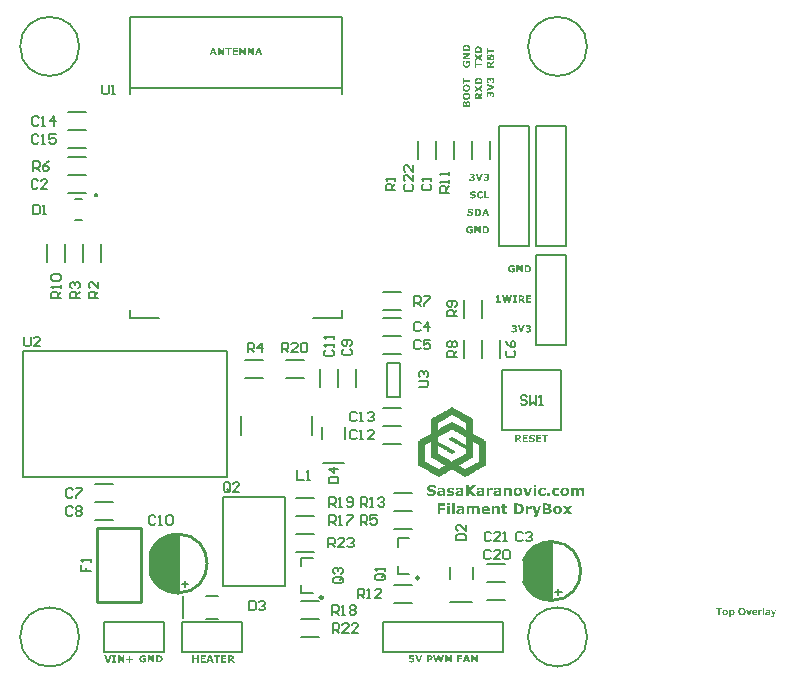
<source format=gto>
G04*
G04 #@! TF.GenerationSoftware,Altium Limited,Altium Designer,23.3.1 (30)*
G04*
G04 Layer_Color=65535*
%FSLAX25Y25*%
%MOIN*%
G70*
G04*
G04 #@! TF.SameCoordinates,97A15D6B-2EEB-42C3-8D6F-FEDD3E2C4342*
G04*
G04*
G04 #@! TF.FilePolarity,Positive*
G04*
G01*
G75*
%ADD10C,0.00787*%
%ADD11C,0.00984*%
%ADD12C,0.01000*%
%ADD13C,0.00800*%
%ADD14C,0.00600*%
%ADD15C,0.00502*%
%ADD16C,0.00591*%
G36*
X-42000Y-60158D02*
X-42742D01*
X-44209Y-60380D01*
X-45626Y-60820D01*
X-46961Y-61467D01*
X-48184Y-62307D01*
X-49267Y-63320D01*
X-50186Y-64485D01*
X-50920Y-65774D01*
X-51187Y-66467D01*
X-51186Y-66467D01*
X-51187Y-73533D01*
X-50920Y-74226D01*
X-50186Y-75515D01*
X-49267Y-76680D01*
X-48184Y-77693D01*
X-46961Y-78533D01*
X-45626Y-79180D01*
X-44209Y-79620D01*
X-42742Y-79843D01*
X-42000D01*
D01*
Y-60158D01*
D02*
G37*
G36*
X82500Y-62657D02*
X81758D01*
X80291Y-62880D01*
X78874Y-63320D01*
X77539Y-63967D01*
X76316Y-64807D01*
X75233Y-65820D01*
X74314Y-66985D01*
X73580Y-68274D01*
X73313Y-68967D01*
X73314Y-68967D01*
X73313Y-76033D01*
X73580Y-76726D01*
X74314Y-78015D01*
X75233Y-79180D01*
X76316Y-80193D01*
X77539Y-81033D01*
X78874Y-81680D01*
X80291Y-82120D01*
X81758Y-82342D01*
X82500D01*
D01*
Y-62657D01*
D02*
G37*
G36*
X49578Y-17981D02*
X49928D01*
Y-18156D01*
X50278D01*
Y-18331D01*
X50453D01*
Y-18506D01*
X50802D01*
Y-18680D01*
X51152D01*
Y-18855D01*
X51502D01*
Y-19030D01*
X51677D01*
Y-19205D01*
X52027D01*
Y-19380D01*
X52377D01*
Y-19555D01*
X52727D01*
Y-19730D01*
X52902D01*
Y-19905D01*
X53252D01*
Y-20080D01*
X53602D01*
Y-20255D01*
X53777D01*
Y-20430D01*
X54126D01*
Y-20605D01*
X54476D01*
Y-20780D01*
X54826D01*
Y-20955D01*
X55001D01*
Y-21130D01*
X55351D01*
Y-21305D01*
X55701D01*
Y-21480D01*
X56051D01*
Y-21655D01*
X56226D01*
Y-21829D01*
X56401D01*
Y-26728D01*
X56751D01*
Y-26903D01*
X56925D01*
Y-27078D01*
X57275D01*
Y-27253D01*
X57625D01*
Y-27428D01*
X57800D01*
Y-27603D01*
X58150D01*
Y-27778D01*
X58500D01*
Y-27953D01*
X58850D01*
Y-28128D01*
X59025D01*
Y-28302D01*
X59375D01*
Y-28477D01*
X59725D01*
Y-28652D01*
X60075D01*
Y-28827D01*
X60249D01*
Y-29002D01*
X60599D01*
Y-29177D01*
X60774D01*
Y-37400D01*
X60424D01*
Y-37574D01*
X60075D01*
Y-37749D01*
X59725D01*
Y-37924D01*
X59550D01*
Y-38099D01*
X59200D01*
Y-38274D01*
X58850D01*
Y-38449D01*
X58500D01*
Y-38624D01*
X58325D01*
Y-38799D01*
X57975D01*
Y-38974D01*
X57625D01*
Y-39149D01*
X57450D01*
Y-39324D01*
X57100D01*
Y-39499D01*
X56751D01*
Y-39674D01*
X56401D01*
Y-39849D01*
X56226D01*
Y-40024D01*
X55876D01*
Y-40199D01*
X55526D01*
Y-40374D01*
X55176D01*
Y-40549D01*
X55001D01*
Y-40723D01*
X54651D01*
Y-40898D01*
X54301D01*
Y-41073D01*
X53951D01*
Y-41248D01*
X53777D01*
Y-41073D01*
X53427D01*
Y-40898D01*
X53252D01*
Y-40723D01*
X52902D01*
Y-40549D01*
X52552D01*
Y-40374D01*
X52377D01*
Y-40199D01*
X52027D01*
Y-40024D01*
X51677D01*
Y-39849D01*
X51327D01*
Y-39674D01*
X51152D01*
Y-39499D01*
X50802D01*
Y-39324D01*
X50453D01*
Y-39149D01*
X50103D01*
Y-38974D01*
X49928D01*
Y-38799D01*
X49578D01*
Y-38624D01*
X49403D01*
Y-38799D01*
X49053D01*
Y-38974D01*
X48878D01*
Y-39149D01*
X48528D01*
Y-39324D01*
X48178D01*
Y-39499D01*
X47828D01*
Y-39674D01*
X47653D01*
Y-39849D01*
X47304D01*
Y-40024D01*
X46954D01*
Y-40199D01*
X46604D01*
Y-40374D01*
X46429D01*
Y-40549D01*
X46079D01*
Y-40723D01*
X45729D01*
Y-40898D01*
X45379D01*
Y-41073D01*
X45204D01*
Y-41248D01*
X45029D01*
Y-41073D01*
X44679D01*
Y-40898D01*
X44330D01*
Y-40723D01*
X43980D01*
Y-40549D01*
X43805D01*
Y-40374D01*
X43455D01*
Y-40199D01*
X43105D01*
Y-40024D01*
X42755D01*
Y-39849D01*
X42580D01*
Y-39674D01*
X42230D01*
Y-39499D01*
X41880D01*
Y-39324D01*
X41530D01*
Y-39149D01*
X41355D01*
Y-38974D01*
X41006D01*
Y-38799D01*
X40656D01*
Y-38624D01*
X40481D01*
Y-38449D01*
X40131D01*
Y-38274D01*
X39781D01*
Y-38099D01*
X39431D01*
Y-37924D01*
X39256D01*
Y-37749D01*
X38906D01*
Y-37574D01*
X38556D01*
Y-37400D01*
X38206D01*
Y-29177D01*
X38381D01*
Y-29002D01*
X38731D01*
Y-28827D01*
X38906D01*
Y-28652D01*
X39256D01*
Y-28477D01*
X39606D01*
Y-28302D01*
X39956D01*
Y-28128D01*
X40131D01*
Y-27953D01*
X40481D01*
Y-27778D01*
X40831D01*
Y-27603D01*
X41181D01*
Y-27428D01*
X41355D01*
Y-27253D01*
X41705D01*
Y-27078D01*
X42055D01*
Y-26903D01*
X42230D01*
Y-26728D01*
X42580D01*
Y-21829D01*
X42755D01*
Y-21655D01*
X43105D01*
Y-21480D01*
X43280D01*
Y-21305D01*
X43630D01*
Y-21130D01*
X43980D01*
Y-20955D01*
X44155D01*
Y-20780D01*
X44504D01*
Y-20605D01*
X44854D01*
Y-20430D01*
X45204D01*
Y-20255D01*
X45379D01*
Y-20080D01*
X45729D01*
Y-19905D01*
X46079D01*
Y-19730D01*
X46429D01*
Y-19555D01*
X46604D01*
Y-19380D01*
X46954D01*
Y-19205D01*
X47304D01*
Y-19030D01*
X47653D01*
Y-18855D01*
X47828D01*
Y-18680D01*
X48178D01*
Y-18506D01*
X48528D01*
Y-18331D01*
X48878D01*
Y-18156D01*
X49053D01*
Y-17981D01*
X49403D01*
Y-17806D01*
X49578D01*
Y-17981D01*
D02*
G37*
G36*
X152538Y-85377D02*
X152554Y-85380D01*
X152595Y-85386D01*
X152645Y-85396D01*
X152699Y-85413D01*
X152757Y-85437D01*
X152814Y-85467D01*
X152664Y-85888D01*
X152658Y-85885D01*
X152642Y-85874D01*
X152620Y-85863D01*
X152590Y-85847D01*
X152554Y-85833D01*
X152516Y-85820D01*
X152478Y-85811D01*
X152437Y-85809D01*
X152421D01*
X152402Y-85811D01*
X152377Y-85817D01*
X152350Y-85822D01*
X152322Y-85833D01*
X152292Y-85847D01*
X152265Y-85866D01*
X152262Y-85869D01*
X152254Y-85877D01*
X152241Y-85891D01*
X152224Y-85912D01*
X152208Y-85940D01*
X152189Y-85975D01*
X152170Y-86016D01*
X152153Y-86068D01*
Y-86071D01*
X152150Y-86076D01*
Y-86084D01*
X152148Y-86098D01*
X152145Y-86114D01*
X152142Y-86139D01*
X152137Y-86166D01*
X152134Y-86199D01*
X152131Y-86237D01*
X152126Y-86281D01*
X152123Y-86330D01*
X152120Y-86387D01*
X152118Y-86450D01*
Y-86519D01*
X152115Y-86595D01*
Y-86680D01*
Y-87242D01*
X151632D01*
Y-85416D01*
X152079D01*
Y-85678D01*
X152082Y-85675D01*
X152085Y-85669D01*
X152090Y-85661D01*
X152099Y-85648D01*
X152120Y-85615D01*
X152148Y-85577D01*
X152180Y-85536D01*
X152213Y-85497D01*
X152249Y-85462D01*
X152268Y-85446D01*
X152284Y-85435D01*
X152290Y-85432D01*
X152301Y-85426D01*
X152320Y-85416D01*
X152344Y-85405D01*
X152377Y-85394D01*
X152412Y-85383D01*
X152451Y-85377D01*
X152494Y-85375D01*
X152522D01*
X152538Y-85377D01*
D02*
G37*
G36*
X142907D02*
X142931D01*
X142958Y-85383D01*
X142989Y-85388D01*
X143024Y-85396D01*
X143065Y-85405D01*
X143106Y-85418D01*
X143150Y-85435D01*
X143193Y-85457D01*
X143240Y-85481D01*
X143286Y-85508D01*
X143330Y-85544D01*
X143374Y-85582D01*
X143417Y-85626D01*
X143420Y-85628D01*
X143428Y-85637D01*
X143439Y-85650D01*
X143453Y-85672D01*
X143469Y-85697D01*
X143488Y-85727D01*
X143507Y-85765D01*
X143529Y-85806D01*
X143551Y-85852D01*
X143570Y-85904D01*
X143589Y-85962D01*
X143605Y-86024D01*
X143619Y-86090D01*
X143633Y-86161D01*
X143638Y-86237D01*
X143641Y-86319D01*
Y-86325D01*
Y-86338D01*
X143638Y-86363D01*
Y-86396D01*
X143635Y-86434D01*
X143630Y-86478D01*
X143622Y-86527D01*
X143614Y-86581D01*
X143600Y-86636D01*
X143586Y-86696D01*
X143567Y-86753D01*
X143545Y-86813D01*
X143521Y-86871D01*
X143491Y-86928D01*
X143455Y-86983D01*
X143417Y-87032D01*
X143414Y-87034D01*
X143406Y-87043D01*
X143395Y-87054D01*
X143376Y-87070D01*
X143354Y-87089D01*
X143330Y-87111D01*
X143300Y-87133D01*
X143264Y-87157D01*
X143229Y-87182D01*
X143185Y-87204D01*
X143141Y-87226D01*
X143092Y-87245D01*
X143043Y-87258D01*
X142989Y-87272D01*
X142934Y-87280D01*
X142874Y-87283D01*
X142849D01*
X142819Y-87280D01*
X142781Y-87275D01*
X142740Y-87269D01*
X142694Y-87258D01*
X142645Y-87242D01*
X142598Y-87223D01*
X142593Y-87220D01*
X142576Y-87212D01*
X142552Y-87195D01*
X142519Y-87174D01*
X142481Y-87146D01*
X142437Y-87111D01*
X142391Y-87067D01*
X142341Y-87018D01*
Y-87935D01*
X141858D01*
Y-85416D01*
X142309D01*
Y-85683D01*
X142314Y-85680D01*
X142325Y-85664D01*
X142344Y-85637D01*
X142371Y-85607D01*
X142404Y-85571D01*
X142445Y-85533D01*
X142492Y-85495D01*
X142543Y-85462D01*
X142546D01*
X142552Y-85459D01*
X142560Y-85454D01*
X142571Y-85448D01*
X142585Y-85443D01*
X142601Y-85435D01*
X142642Y-85418D01*
X142691Y-85402D01*
X142748Y-85388D01*
X142811Y-85377D01*
X142877Y-85375D01*
X142890D01*
X142907Y-85377D01*
D02*
G37*
G36*
X148670Y-87242D02*
X148236D01*
X147501Y-85416D01*
X148009D01*
X148353Y-86349D01*
X148451Y-86660D01*
Y-86658D01*
X148454Y-86655D01*
X148457Y-86641D01*
X148465Y-86620D01*
X148473Y-86595D01*
X148481Y-86570D01*
X148489Y-86543D01*
X148495Y-86521D01*
X148500Y-86505D01*
Y-86502D01*
X148506Y-86491D01*
X148509Y-86475D01*
X148517Y-86456D01*
X148525Y-86431D01*
X148533Y-86406D01*
X148552Y-86349D01*
X148899Y-85416D01*
X149396D01*
X148670Y-87242D01*
D02*
G37*
G36*
X156961Y-87174D02*
X156843Y-87490D01*
Y-87493D01*
X156841Y-87498D01*
X156838Y-87507D01*
X156832Y-87518D01*
X156821Y-87545D01*
X156805Y-87580D01*
X156786Y-87619D01*
X156767Y-87660D01*
X156745Y-87698D01*
X156723Y-87733D01*
X156720Y-87736D01*
X156712Y-87747D01*
X156701Y-87763D01*
X156685Y-87783D01*
X156666Y-87804D01*
X156644Y-87826D01*
X156617Y-87848D01*
X156589Y-87870D01*
X156587Y-87873D01*
X156576Y-87878D01*
X156559Y-87889D01*
X156540Y-87900D01*
X156513Y-87914D01*
X156480Y-87927D01*
X156445Y-87941D01*
X156406Y-87952D01*
X156401D01*
X156387Y-87957D01*
X156366Y-87960D01*
X156335Y-87965D01*
X156300Y-87971D01*
X156259Y-87976D01*
X156213Y-87979D01*
X156161Y-87982D01*
X156136D01*
X156109Y-87979D01*
X156076D01*
X156033Y-87974D01*
X155989Y-87968D01*
X155940Y-87963D01*
X155891Y-87952D01*
X155847Y-87572D01*
X155852D01*
X155866Y-87575D01*
X155888Y-87580D01*
X155915Y-87583D01*
X155945Y-87589D01*
X155981Y-87594D01*
X156049Y-87597D01*
X156065D01*
X156076Y-87594D01*
X156106Y-87591D01*
X156144Y-87583D01*
X156183Y-87572D01*
X156226Y-87553D01*
X156264Y-87529D01*
X156297Y-87496D01*
X156300Y-87490D01*
X156311Y-87477D01*
X156325Y-87458D01*
X156344Y-87428D01*
X156363Y-87392D01*
X156385Y-87348D01*
X156404Y-87302D01*
X156420Y-87247D01*
X155729Y-85416D01*
X156243D01*
X156677Y-86715D01*
X157105Y-85416D01*
X157605D01*
X156961Y-87174D01*
D02*
G37*
G36*
X154793Y-85377D02*
X154826D01*
X154859Y-85380D01*
X154897Y-85386D01*
X154976Y-85394D01*
X155055Y-85407D01*
X155132Y-85426D01*
X155164Y-85440D01*
X155197Y-85454D01*
X155200D01*
X155205Y-85457D01*
X155213Y-85462D01*
X155222Y-85467D01*
X155252Y-85484D01*
X155284Y-85506D01*
X155323Y-85536D01*
X155358Y-85568D01*
X155394Y-85607D01*
X155421Y-85648D01*
X155424Y-85653D01*
X155426Y-85661D01*
X155432Y-85669D01*
X155437Y-85683D01*
X155443Y-85702D01*
X155448Y-85721D01*
X155454Y-85746D01*
X155459Y-85773D01*
X155465Y-85803D01*
X155470Y-85839D01*
X155475Y-85880D01*
X155481Y-85923D01*
X155484Y-85970D01*
X155487Y-86022D01*
Y-86079D01*
X155478Y-86644D01*
Y-86647D01*
Y-86655D01*
Y-86666D01*
Y-86682D01*
Y-86704D01*
Y-86726D01*
X155481Y-86778D01*
X155484Y-86835D01*
X155487Y-86895D01*
X155492Y-86950D01*
X155497Y-86977D01*
X155500Y-86999D01*
Y-87004D01*
X155506Y-87018D01*
X155511Y-87043D01*
X155519Y-87073D01*
X155530Y-87108D01*
X155546Y-87149D01*
X155566Y-87195D01*
X155587Y-87242D01*
X155110D01*
Y-87239D01*
X155107Y-87234D01*
X155102Y-87223D01*
X155096Y-87206D01*
X155091Y-87187D01*
X155080Y-87163D01*
X155071Y-87133D01*
X155061Y-87100D01*
Y-87097D01*
X155058Y-87092D01*
X155055Y-87075D01*
X155050Y-87056D01*
X155047Y-87048D01*
X155044Y-87043D01*
X155039Y-87048D01*
X155022Y-87062D01*
X154998Y-87084D01*
X154965Y-87111D01*
X154927Y-87138D01*
X154880Y-87168D01*
X154831Y-87198D01*
X154779Y-87223D01*
X154777D01*
X154774Y-87226D01*
X154766Y-87228D01*
X154755Y-87231D01*
X154727Y-87242D01*
X154689Y-87253D01*
X154646Y-87264D01*
X154594Y-87275D01*
X154539Y-87280D01*
X154479Y-87283D01*
X154452D01*
X154433Y-87280D01*
X154408Y-87277D01*
X154381Y-87275D01*
X154351Y-87269D01*
X154318Y-87264D01*
X154247Y-87247D01*
X154173Y-87220D01*
X154135Y-87201D01*
X154100Y-87182D01*
X154067Y-87160D01*
X154034Y-87133D01*
X154031Y-87130D01*
X154026Y-87125D01*
X154021Y-87116D01*
X154009Y-87105D01*
X153996Y-87089D01*
X153982Y-87073D01*
X153969Y-87051D01*
X153955Y-87026D01*
X153939Y-86999D01*
X153925Y-86972D01*
X153898Y-86903D01*
X153887Y-86868D01*
X153881Y-86830D01*
X153876Y-86789D01*
X153873Y-86745D01*
Y-86742D01*
Y-86737D01*
Y-86729D01*
Y-86718D01*
X153876Y-86690D01*
X153881Y-86652D01*
X153892Y-86609D01*
X153903Y-86562D01*
X153922Y-86516D01*
X153947Y-86469D01*
Y-86467D01*
X153949Y-86464D01*
X153960Y-86450D01*
X153977Y-86428D01*
X154001Y-86401D01*
X154029Y-86371D01*
X154064Y-86341D01*
X154105Y-86311D01*
X154151Y-86286D01*
X154154D01*
X154157Y-86284D01*
X154165Y-86281D01*
X154176Y-86276D01*
X154190Y-86270D01*
X154206Y-86262D01*
X154228Y-86256D01*
X154250Y-86248D01*
X154274Y-86240D01*
X154304Y-86229D01*
X154337Y-86221D01*
X154370Y-86210D01*
X154408Y-86202D01*
X154449Y-86191D01*
X154490Y-86180D01*
X154536Y-86172D01*
X154539D01*
X154550Y-86169D01*
X154569Y-86166D01*
X154591Y-86161D01*
X154618Y-86155D01*
X154651Y-86150D01*
X154687Y-86142D01*
X154725Y-86133D01*
X154801Y-86114D01*
X154880Y-86095D01*
X154916Y-86084D01*
X154951Y-86073D01*
X154981Y-86063D01*
X155009Y-86052D01*
Y-86005D01*
Y-86002D01*
Y-86000D01*
Y-85981D01*
X155006Y-85956D01*
X155000Y-85926D01*
X154992Y-85893D01*
X154979Y-85861D01*
X154962Y-85828D01*
X154938Y-85803D01*
X154935Y-85800D01*
X154924Y-85795D01*
X154905Y-85784D01*
X154880Y-85773D01*
X154845Y-85762D01*
X154798Y-85751D01*
X154771Y-85749D01*
X154744Y-85746D01*
X154711Y-85743D01*
X154654D01*
X154629Y-85746D01*
X154602Y-85749D01*
X154569Y-85757D01*
X154534Y-85765D01*
X154501Y-85779D01*
X154471Y-85795D01*
X154468Y-85798D01*
X154460Y-85806D01*
X154446Y-85817D01*
X154430Y-85836D01*
X154411Y-85861D01*
X154392Y-85893D01*
X154373Y-85931D01*
X154356Y-85975D01*
X153922Y-85896D01*
Y-85893D01*
X153925Y-85885D01*
X153930Y-85871D01*
X153936Y-85852D01*
X153944Y-85830D01*
X153955Y-85806D01*
X153982Y-85749D01*
X154018Y-85683D01*
X154061Y-85618D01*
X154113Y-85558D01*
X154143Y-85527D01*
X154176Y-85503D01*
X154179Y-85500D01*
X154184Y-85497D01*
X154195Y-85492D01*
X154209Y-85484D01*
X154228Y-85473D01*
X154253Y-85462D01*
X154280Y-85451D01*
X154310Y-85437D01*
X154348Y-85426D01*
X154386Y-85416D01*
X154430Y-85405D01*
X154479Y-85394D01*
X154531Y-85386D01*
X154588Y-85380D01*
X154648Y-85375D01*
X154769D01*
X154793Y-85377D01*
D02*
G37*
G36*
X153507Y-87242D02*
X153024D01*
Y-84722D01*
X153507D01*
Y-87242D01*
D02*
G37*
G36*
X139401Y-85148D02*
X138659D01*
Y-87242D01*
X138151D01*
Y-85148D01*
X137403D01*
Y-84722D01*
X139401D01*
Y-85148D01*
D02*
G37*
G36*
X150428Y-85377D02*
X150458Y-85380D01*
X150491Y-85383D01*
X150531Y-85388D01*
X150575Y-85396D01*
X150622Y-85407D01*
X150673Y-85424D01*
X150725Y-85440D01*
X150777Y-85462D01*
X150832Y-85489D01*
X150884Y-85519D01*
X150935Y-85555D01*
X150985Y-85598D01*
X151031Y-85645D01*
X151034Y-85648D01*
X151042Y-85659D01*
X151053Y-85672D01*
X151067Y-85694D01*
X151086Y-85724D01*
X151105Y-85760D01*
X151127Y-85800D01*
X151148Y-85847D01*
X151170Y-85901D01*
X151189Y-85964D01*
X151208Y-86030D01*
X151225Y-86103D01*
X151239Y-86185D01*
X151250Y-86273D01*
X151258Y-86366D01*
Y-86467D01*
X150048D01*
Y-86469D01*
Y-86475D01*
Y-86488D01*
X150051Y-86502D01*
X150054Y-86521D01*
X150057Y-86543D01*
X150065Y-86589D01*
X150078Y-86644D01*
X150097Y-86701D01*
X150125Y-86756D01*
X150163Y-86805D01*
X150166D01*
X150168Y-86811D01*
X150182Y-86824D01*
X150207Y-86843D01*
X150239Y-86862D01*
X150280Y-86884D01*
X150329Y-86903D01*
X150384Y-86917D01*
X150414Y-86920D01*
X150444Y-86923D01*
X150463D01*
X150482Y-86920D01*
X150510Y-86914D01*
X150540Y-86909D01*
X150570Y-86898D01*
X150602Y-86882D01*
X150633Y-86862D01*
X150635Y-86860D01*
X150646Y-86852D01*
X150660Y-86835D01*
X150676Y-86813D01*
X150698Y-86786D01*
X150717Y-86751D01*
X150736Y-86710D01*
X150753Y-86660D01*
X151233Y-86742D01*
Y-86745D01*
X151228Y-86753D01*
X151222Y-86767D01*
X151217Y-86786D01*
X151206Y-86808D01*
X151192Y-86832D01*
X151179Y-86862D01*
X151162Y-86892D01*
X151121Y-86958D01*
X151069Y-87024D01*
X151009Y-87089D01*
X150974Y-87119D01*
X150938Y-87146D01*
X150935Y-87149D01*
X150930Y-87152D01*
X150919Y-87160D01*
X150903Y-87168D01*
X150884Y-87179D01*
X150859Y-87190D01*
X150832Y-87201D01*
X150802Y-87215D01*
X150766Y-87228D01*
X150728Y-87239D01*
X150687Y-87250D01*
X150643Y-87261D01*
X150597Y-87269D01*
X150545Y-87277D01*
X150493Y-87280D01*
X150439Y-87283D01*
X150417D01*
X150392Y-87280D01*
X150359Y-87277D01*
X150321Y-87275D01*
X150275Y-87266D01*
X150226Y-87258D01*
X150171Y-87245D01*
X150114Y-87228D01*
X150057Y-87206D01*
X149999Y-87182D01*
X149939Y-87152D01*
X149884Y-87116D01*
X149830Y-87075D01*
X149781Y-87029D01*
X149734Y-86974D01*
X149732Y-86972D01*
X149726Y-86963D01*
X149718Y-86950D01*
X149707Y-86928D01*
X149693Y-86903D01*
X149677Y-86876D01*
X149661Y-86841D01*
X149644Y-86802D01*
X149628Y-86759D01*
X149611Y-86710D01*
X149595Y-86658D01*
X149582Y-86603D01*
X149571Y-86543D01*
X149562Y-86480D01*
X149557Y-86412D01*
X149554Y-86344D01*
Y-86338D01*
Y-86325D01*
X149557Y-86300D01*
Y-86270D01*
X149562Y-86232D01*
X149568Y-86185D01*
X149573Y-86139D01*
X149584Y-86084D01*
X149595Y-86030D01*
X149611Y-85972D01*
X149631Y-85912D01*
X149652Y-85852D01*
X149680Y-85795D01*
X149713Y-85738D01*
X149748Y-85683D01*
X149789Y-85634D01*
X149792Y-85631D01*
X149800Y-85623D01*
X149813Y-85609D01*
X149833Y-85593D01*
X149855Y-85574D01*
X149884Y-85552D01*
X149917Y-85527D01*
X149953Y-85503D01*
X149994Y-85481D01*
X150040Y-85457D01*
X150089Y-85435D01*
X150144Y-85416D01*
X150198Y-85399D01*
X150259Y-85386D01*
X150324Y-85377D01*
X150390Y-85375D01*
X150409D01*
X150428Y-85377D01*
D02*
G37*
G36*
X140592D02*
X140619Y-85380D01*
X140654Y-85383D01*
X140695Y-85388D01*
X140742Y-85396D01*
X140791Y-85407D01*
X140843Y-85424D01*
X140897Y-85440D01*
X140955Y-85462D01*
X141009Y-85489D01*
X141067Y-85519D01*
X141124Y-85555D01*
X141176Y-85598D01*
X141228Y-85645D01*
X141230Y-85648D01*
X141239Y-85659D01*
X141252Y-85672D01*
X141269Y-85694D01*
X141290Y-85721D01*
X141312Y-85751D01*
X141334Y-85790D01*
X141361Y-85830D01*
X141386Y-85877D01*
X141408Y-85929D01*
X141432Y-85986D01*
X141452Y-86046D01*
X141468Y-86109D01*
X141482Y-86177D01*
X141490Y-86248D01*
X141492Y-86325D01*
Y-86330D01*
Y-86344D01*
X141490Y-86366D01*
Y-86393D01*
X141484Y-86428D01*
X141479Y-86469D01*
X141471Y-86516D01*
X141460Y-86565D01*
X141446Y-86620D01*
X141427Y-86674D01*
X141405Y-86731D01*
X141381Y-86789D01*
X141348Y-86849D01*
X141312Y-86903D01*
X141271Y-86961D01*
X141225Y-87013D01*
X141222Y-87015D01*
X141214Y-87024D01*
X141198Y-87037D01*
X141176Y-87054D01*
X141151Y-87075D01*
X141119Y-87097D01*
X141083Y-87122D01*
X141042Y-87146D01*
X140996Y-87174D01*
X140944Y-87198D01*
X140889Y-87220D01*
X140829Y-87239D01*
X140766Y-87258D01*
X140698Y-87272D01*
X140627Y-87280D01*
X140553Y-87283D01*
X140529D01*
X140510Y-87280D01*
X140488D01*
X140463Y-87277D01*
X140433Y-87275D01*
X140401Y-87269D01*
X140327Y-87256D01*
X140245Y-87236D01*
X140160Y-87209D01*
X140076Y-87171D01*
X140073Y-87168D01*
X140065Y-87165D01*
X140054Y-87160D01*
X140037Y-87149D01*
X140018Y-87138D01*
X139999Y-87122D01*
X139947Y-87086D01*
X139893Y-87040D01*
X139835Y-86983D01*
X139781Y-86914D01*
X139732Y-86838D01*
Y-86835D01*
X139726Y-86827D01*
X139721Y-86816D01*
X139713Y-86800D01*
X139704Y-86778D01*
X139693Y-86753D01*
X139685Y-86723D01*
X139674Y-86690D01*
X139663Y-86652D01*
X139653Y-86611D01*
X139641Y-86568D01*
X139633Y-86521D01*
X139625Y-86472D01*
X139620Y-86418D01*
X139617Y-86363D01*
X139614Y-86305D01*
Y-86303D01*
Y-86295D01*
Y-86281D01*
X139617Y-86265D01*
Y-86243D01*
X139620Y-86215D01*
X139625Y-86188D01*
X139628Y-86155D01*
X139644Y-86084D01*
X139663Y-86005D01*
X139693Y-85923D01*
X139710Y-85880D01*
X139732Y-85839D01*
X139734Y-85836D01*
X139737Y-85828D01*
X139745Y-85817D01*
X139753Y-85800D01*
X139764Y-85781D01*
X139781Y-85760D01*
X139816Y-85710D01*
X139865Y-85656D01*
X139923Y-85598D01*
X139988Y-85544D01*
X140065Y-85495D01*
X140067Y-85492D01*
X140076Y-85489D01*
X140086Y-85484D01*
X140103Y-85476D01*
X140125Y-85467D01*
X140149Y-85457D01*
X140177Y-85446D01*
X140207Y-85435D01*
X140242Y-85424D01*
X140280Y-85413D01*
X140362Y-85394D01*
X140452Y-85380D01*
X140501Y-85375D01*
X140570D01*
X140592Y-85377D01*
D02*
G37*
G36*
X146172Y-84684D02*
X146210Y-84687D01*
X146256Y-84692D01*
X146311Y-84700D01*
X146371Y-84711D01*
X146437Y-84725D01*
X146508Y-84744D01*
X146579Y-84766D01*
X146652Y-84793D01*
X146729Y-84829D01*
X146802Y-84867D01*
X146873Y-84913D01*
X146942Y-84968D01*
X147007Y-85028D01*
X147010Y-85031D01*
X147021Y-85044D01*
X147037Y-85063D01*
X147059Y-85091D01*
X147086Y-85126D01*
X147114Y-85170D01*
X147144Y-85219D01*
X147176Y-85279D01*
X147206Y-85342D01*
X147236Y-85416D01*
X147266Y-85495D01*
X147291Y-85579D01*
X147313Y-85672D01*
X147329Y-85770D01*
X147340Y-85877D01*
X147343Y-85989D01*
Y-85992D01*
Y-85997D01*
Y-86005D01*
Y-86016D01*
Y-86030D01*
X147340Y-86046D01*
X147337Y-86090D01*
X147332Y-86142D01*
X147327Y-86199D01*
X147316Y-86267D01*
X147302Y-86338D01*
X147283Y-86412D01*
X147261Y-86491D01*
X147234Y-86570D01*
X147204Y-86650D01*
X147165Y-86729D01*
X147119Y-86805D01*
X147070Y-86876D01*
X147010Y-86944D01*
X147007Y-86947D01*
X146993Y-86958D01*
X146977Y-86977D01*
X146950Y-86999D01*
X146917Y-87024D01*
X146876Y-87054D01*
X146830Y-87084D01*
X146775Y-87116D01*
X146715Y-87149D01*
X146650Y-87179D01*
X146576Y-87209D01*
X146497Y-87234D01*
X146412Y-87256D01*
X146322Y-87275D01*
X146224Y-87286D01*
X146123Y-87288D01*
X146098D01*
X146068Y-87286D01*
X146030Y-87283D01*
X145983Y-87277D01*
X145926Y-87269D01*
X145866Y-87261D01*
X145800Y-87245D01*
X145729Y-87228D01*
X145659Y-87204D01*
X145582Y-87176D01*
X145508Y-87144D01*
X145435Y-87105D01*
X145364Y-87059D01*
X145295Y-87007D01*
X145230Y-86947D01*
X145227Y-86942D01*
X145216Y-86931D01*
X145200Y-86912D01*
X145178Y-86884D01*
X145153Y-86849D01*
X145126Y-86805D01*
X145096Y-86756D01*
X145066Y-86699D01*
X145033Y-86636D01*
X145003Y-86565D01*
X144976Y-86488D01*
X144951Y-86404D01*
X144930Y-86314D01*
X144913Y-86215D01*
X144902Y-86112D01*
X144899Y-86002D01*
Y-85997D01*
Y-85986D01*
Y-85964D01*
X144902Y-85937D01*
Y-85904D01*
X144905Y-85866D01*
X144910Y-85825D01*
X144913Y-85776D01*
X144921Y-85727D01*
X144927Y-85675D01*
X144949Y-85566D01*
X144976Y-85459D01*
X144995Y-85405D01*
X145014Y-85356D01*
Y-85353D01*
X145017Y-85347D01*
X145022Y-85336D01*
X145031Y-85323D01*
X145039Y-85306D01*
X145050Y-85287D01*
X145074Y-85238D01*
X145107Y-85186D01*
X145148Y-85126D01*
X145194Y-85069D01*
X145246Y-85009D01*
X145249Y-85006D01*
X145254Y-85003D01*
X145263Y-84995D01*
X145273Y-84984D01*
X145287Y-84971D01*
X145304Y-84957D01*
X145344Y-84924D01*
X145391Y-84886D01*
X145448Y-84848D01*
X145508Y-84812D01*
X145574Y-84782D01*
X145577D01*
X145585Y-84777D01*
X145598Y-84774D01*
X145615Y-84766D01*
X145637Y-84758D01*
X145664Y-84749D01*
X145694Y-84741D01*
X145729Y-84730D01*
X145768Y-84722D01*
X145809Y-84714D01*
X145855Y-84706D01*
X145901Y-84698D01*
X146005Y-84687D01*
X146117Y-84681D01*
X146142D01*
X146172Y-84684D01*
D02*
G37*
G36*
X68862Y17000D02*
X68193D01*
X67769Y18531D01*
X67357Y17000D01*
X66688D01*
X66055Y19353D01*
X66686D01*
X67049Y17732D01*
X67483Y19353D01*
X68086D01*
X68501Y17732D01*
X68881Y19353D01*
X69498D01*
X68862Y17000D01*
D02*
G37*
G36*
X75899Y18897D02*
X74805D01*
Y18493D01*
X75820D01*
Y18037D01*
X74805D01*
Y17456D01*
X75899D01*
Y17000D01*
X74199D01*
Y19353D01*
X75899D01*
Y18897D01*
D02*
G37*
G36*
X72806Y19351D02*
X72864Y19348D01*
X72924Y19342D01*
X72987Y19337D01*
X73044Y19329D01*
X73049D01*
X73058Y19326D01*
X73068Y19323D01*
X73098Y19318D01*
X73137Y19307D01*
X73178Y19293D01*
X73227Y19274D01*
X73276Y19252D01*
X73325Y19225D01*
X73328D01*
X73330Y19222D01*
X73347Y19211D01*
X73371Y19192D01*
X73401Y19170D01*
X73434Y19140D01*
X73470Y19105D01*
X73502Y19064D01*
X73535Y19020D01*
Y19017D01*
X73538Y19015D01*
X73543Y19006D01*
X73549Y18998D01*
X73560Y18971D01*
X73576Y18933D01*
X73590Y18889D01*
X73603Y18835D01*
X73612Y18775D01*
X73614Y18706D01*
Y18703D01*
Y18695D01*
Y18682D01*
X73612Y18663D01*
Y18641D01*
X73609Y18613D01*
X73603Y18586D01*
X73598Y18556D01*
X73584Y18488D01*
X73563Y18417D01*
X73532Y18346D01*
X73513Y18313D01*
X73492Y18280D01*
Y18278D01*
X73486Y18272D01*
X73478Y18264D01*
X73470Y18253D01*
X73442Y18223D01*
X73404Y18185D01*
X73355Y18141D01*
X73295Y18098D01*
X73227Y18051D01*
X73148Y18007D01*
X73934Y17000D01*
X73191D01*
X72552Y17863D01*
X72274D01*
Y17000D01*
X71668D01*
Y19353D01*
X72757D01*
X72806Y19351D01*
D02*
G37*
G36*
X71171Y18936D02*
X70786D01*
Y17418D01*
X71171D01*
Y17000D01*
X69795D01*
Y17418D01*
X70180D01*
Y18936D01*
X69795D01*
Y19353D01*
X71171D01*
Y18936D01*
D02*
G37*
G36*
X65160Y17410D02*
X65645D01*
Y17000D01*
X64073D01*
Y17410D01*
X64570D01*
Y18654D01*
X64073D01*
Y19039D01*
X64114D01*
X64141Y19042D01*
X64174D01*
X64212Y19045D01*
X64289Y19050D01*
X64294D01*
X64308Y19053D01*
X64327Y19056D01*
X64351Y19061D01*
X64379Y19067D01*
X64406Y19075D01*
X64436Y19086D01*
X64463Y19097D01*
X64466Y19099D01*
X64477Y19105D01*
X64491Y19113D01*
X64510Y19124D01*
X64529Y19140D01*
X64551Y19157D01*
X64570Y19178D01*
X64586Y19200D01*
X64589Y19203D01*
X64595Y19211D01*
X64600Y19225D01*
X64608Y19244D01*
X64616Y19266D01*
X64625Y19293D01*
X64633Y19323D01*
X64635Y19359D01*
X65160D01*
Y17410D01*
D02*
G37*
G36*
X54332Y102997D02*
X54362Y102995D01*
X54394Y102992D01*
X54433Y102986D01*
X54474Y102981D01*
X54520Y102973D01*
X54566Y102964D01*
X54665Y102937D01*
X54716Y102921D01*
X54766Y102899D01*
X54817Y102877D01*
X54867Y102850D01*
X54869Y102847D01*
X54878Y102844D01*
X54891Y102833D01*
X54910Y102823D01*
X54932Y102809D01*
X54957Y102790D01*
X54984Y102771D01*
X55014Y102746D01*
X55077Y102691D01*
X55145Y102626D01*
X55208Y102552D01*
X55238Y102511D01*
X55265Y102470D01*
Y102468D01*
X55271Y102462D01*
X55276Y102454D01*
X55282Y102440D01*
X55290Y102424D01*
X55301Y102405D01*
X55312Y102383D01*
X55323Y102358D01*
X55347Y102301D01*
X55369Y102238D01*
X55391Y102167D01*
X55410Y102091D01*
Y102088D01*
X55413Y102083D01*
Y102069D01*
X55415Y102055D01*
X55418Y102034D01*
X55424Y102012D01*
X55426Y101984D01*
X55429Y101954D01*
X55435Y101919D01*
X55437Y101883D01*
X55440Y101842D01*
X55445Y101799D01*
X55448Y101706D01*
X55451Y101605D01*
Y100778D01*
X53098D01*
Y101679D01*
X53100Y101703D01*
Y101763D01*
X53103Y101799D01*
X53109Y101875D01*
X53119Y101960D01*
X53130Y102042D01*
X53147Y102124D01*
Y102126D01*
X53149Y102132D01*
X53152Y102143D01*
X53155Y102159D01*
X53160Y102175D01*
X53166Y102197D01*
X53182Y102246D01*
X53201Y102301D01*
X53226Y102361D01*
X53253Y102421D01*
X53283Y102476D01*
X53286Y102479D01*
X53291Y102487D01*
X53300Y102500D01*
X53311Y102517D01*
X53327Y102536D01*
X53343Y102560D01*
X53365Y102588D01*
X53390Y102615D01*
X53417Y102645D01*
X53447Y102675D01*
X53480Y102708D01*
X53515Y102741D01*
X53594Y102801D01*
X53685Y102858D01*
X53687Y102861D01*
X53695Y102864D01*
X53709Y102872D01*
X53728Y102880D01*
X53753Y102891D01*
X53783Y102902D01*
X53816Y102915D01*
X53854Y102929D01*
X53895Y102943D01*
X53938Y102956D01*
X53988Y102967D01*
X54039Y102978D01*
X54097Y102986D01*
X54154Y102995D01*
X54214Y102997D01*
X54277Y103000D01*
X54280D01*
X54291D01*
X54310D01*
X54332Y102997D01*
D02*
G37*
G36*
X55451Y99590D02*
X53837Y98597D01*
X55451D01*
Y98040D01*
X53098D01*
Y98763D01*
X54446Y99620D01*
X53098D01*
Y100177D01*
X55451D01*
Y99590D01*
D02*
G37*
G36*
X55317Y97494D02*
X55320Y97488D01*
X55323Y97480D01*
X55328Y97466D01*
X55334Y97453D01*
X55339Y97434D01*
X55347Y97409D01*
X55355Y97384D01*
X55366Y97357D01*
X55374Y97324D01*
X55385Y97289D01*
X55396Y97253D01*
X55407Y97212D01*
X55418Y97169D01*
X55440Y97076D01*
Y97073D01*
X55443Y97065D01*
X55445Y97051D01*
X55448Y97032D01*
X55454Y97008D01*
X55459Y96980D01*
X55465Y96948D01*
X55470Y96915D01*
X55475Y96877D01*
X55481Y96836D01*
X55492Y96748D01*
X55497Y96653D01*
X55500Y96557D01*
Y96516D01*
X55497Y96500D01*
X55494Y96459D01*
X55489Y96407D01*
X55484Y96350D01*
X55473Y96284D01*
X55459Y96216D01*
X55443Y96140D01*
X55421Y96063D01*
X55393Y95987D01*
X55364Y95907D01*
X55325Y95831D01*
X55282Y95755D01*
X55233Y95684D01*
X55175Y95618D01*
X55172Y95615D01*
X55159Y95604D01*
X55142Y95588D01*
X55115Y95566D01*
X55082Y95539D01*
X55041Y95512D01*
X54995Y95482D01*
X54940Y95449D01*
X54880Y95416D01*
X54812Y95386D01*
X54738Y95359D01*
X54659Y95331D01*
X54572Y95310D01*
X54479Y95293D01*
X54378Y95282D01*
X54274Y95280D01*
X54272D01*
X54269D01*
X54261D01*
X54250D01*
X54222Y95282D01*
X54184Y95285D01*
X54138Y95290D01*
X54083Y95299D01*
X54023Y95307D01*
X53958Y95323D01*
X53889Y95340D01*
X53818Y95364D01*
X53745Y95391D01*
X53668Y95424D01*
X53597Y95463D01*
X53523Y95509D01*
X53455Y95561D01*
X53390Y95621D01*
X53387Y95626D01*
X53376Y95637D01*
X53360Y95656D01*
X53338Y95684D01*
X53311Y95719D01*
X53283Y95763D01*
X53253Y95812D01*
X53220Y95869D01*
X53190Y95935D01*
X53160Y96006D01*
X53130Y96085D01*
X53106Y96170D01*
X53084Y96262D01*
X53068Y96361D01*
X53057Y96464D01*
X53054Y96576D01*
Y96636D01*
X53057Y96661D01*
Y96688D01*
X53059Y96718D01*
X53065Y96786D01*
X53073Y96860D01*
X53084Y96939D01*
X53098Y97019D01*
Y97021D01*
X53100Y97030D01*
X53103Y97040D01*
X53106Y97057D01*
X53111Y97076D01*
X53117Y97098D01*
X53125Y97125D01*
X53133Y97155D01*
X53144Y97191D01*
X53155Y97226D01*
X53185Y97305D01*
X53220Y97393D01*
X53264Y97488D01*
X53813D01*
Y97420D01*
X53810Y97417D01*
X53807Y97412D01*
X53799Y97401D01*
X53788Y97387D01*
X53775Y97368D01*
X53761Y97346D01*
X53742Y97319D01*
X53720Y97289D01*
X53717Y97286D01*
X53709Y97275D01*
X53698Y97259D01*
X53685Y97237D01*
X53668Y97212D01*
X53652Y97185D01*
X53616Y97125D01*
X53614Y97120D01*
X53608Y97109D01*
X53600Y97089D01*
X53586Y97062D01*
X53573Y97032D01*
X53559Y96994D01*
X53545Y96953D01*
X53532Y96909D01*
X53529Y96904D01*
X53526Y96887D01*
X53521Y96863D01*
X53513Y96833D01*
X53504Y96795D01*
X53499Y96748D01*
X53496Y96702D01*
X53493Y96650D01*
Y96623D01*
X53496Y96593D01*
X53499Y96554D01*
X53504Y96508D01*
X53515Y96459D01*
X53526Y96407D01*
X53543Y96358D01*
Y96355D01*
X53545Y96352D01*
X53551Y96336D01*
X53562Y96311D01*
X53578Y96279D01*
X53597Y96243D01*
X53622Y96205D01*
X53652Y96164D01*
X53687Y96123D01*
X53693Y96118D01*
X53704Y96107D01*
X53725Y96090D01*
X53753Y96066D01*
X53788Y96041D01*
X53829Y96017D01*
X53878Y95992D01*
X53930Y95968D01*
X53933D01*
X53936Y95965D01*
X53944Y95962D01*
X53955Y95959D01*
X53969Y95954D01*
X53985Y95948D01*
X54026Y95940D01*
X54075Y95929D01*
X54132Y95918D01*
X54195Y95913D01*
X54263Y95910D01*
X54269D01*
X54280D01*
X54302Y95913D01*
X54326D01*
X54359Y95916D01*
X54397Y95921D01*
X54438Y95927D01*
X54484Y95935D01*
X54531Y95946D01*
X54580Y95959D01*
X54629Y95976D01*
X54681Y95998D01*
X54730Y96019D01*
X54777Y96047D01*
X54820Y96079D01*
X54861Y96115D01*
X54864Y96118D01*
X54869Y96126D01*
X54880Y96137D01*
X54894Y96153D01*
X54908Y96175D01*
X54927Y96202D01*
X54943Y96232D01*
X54962Y96271D01*
X54981Y96309D01*
X55000Y96355D01*
X55019Y96404D01*
X55033Y96462D01*
X55047Y96519D01*
X55058Y96584D01*
X55063Y96653D01*
X55066Y96727D01*
Y96816D01*
X55063Y96828D01*
Y96852D01*
X55060Y96879D01*
X54602D01*
Y96412D01*
X54157D01*
Y97496D01*
X55317D01*
Y97494D01*
D02*
G37*
G36*
X58292Y102410D02*
X58322Y102408D01*
X58355Y102405D01*
X58393Y102399D01*
X58434Y102394D01*
X58480Y102386D01*
X58527Y102377D01*
X58625Y102350D01*
X58677Y102334D01*
X58726Y102312D01*
X58778Y102290D01*
X58827Y102263D01*
X58830Y102260D01*
X58838Y102257D01*
X58852Y102246D01*
X58871Y102236D01*
X58893Y102222D01*
X58917Y102203D01*
X58944Y102184D01*
X58974Y102159D01*
X59037Y102104D01*
X59105Y102039D01*
X59168Y101965D01*
X59198Y101924D01*
X59226Y101883D01*
Y101881D01*
X59231Y101875D01*
X59237Y101867D01*
X59242Y101853D01*
X59250Y101837D01*
X59261Y101818D01*
X59272Y101796D01*
X59283Y101771D01*
X59307Y101714D01*
X59329Y101651D01*
X59351Y101580D01*
X59370Y101504D01*
Y101501D01*
X59373Y101496D01*
Y101482D01*
X59376Y101469D01*
X59378Y101447D01*
X59384Y101425D01*
X59387Y101398D01*
X59389Y101367D01*
X59395Y101332D01*
X59398Y101296D01*
X59400Y101256D01*
X59406Y101212D01*
X59408Y101119D01*
X59411Y101018D01*
Y100191D01*
X57058D01*
Y101092D01*
X57061Y101116D01*
Y101176D01*
X57064Y101212D01*
X57069Y101288D01*
X57080Y101373D01*
X57091Y101455D01*
X57107Y101537D01*
Y101539D01*
X57110Y101545D01*
X57113Y101556D01*
X57115Y101572D01*
X57121Y101589D01*
X57126Y101610D01*
X57143Y101660D01*
X57162Y101714D01*
X57186Y101774D01*
X57214Y101834D01*
X57244Y101889D01*
X57246Y101892D01*
X57252Y101900D01*
X57260Y101913D01*
X57271Y101930D01*
X57287Y101949D01*
X57304Y101973D01*
X57326Y102001D01*
X57350Y102028D01*
X57377Y102058D01*
X57407Y102088D01*
X57440Y102121D01*
X57476Y102154D01*
X57555Y102214D01*
X57645Y102271D01*
X57648Y102274D01*
X57656Y102277D01*
X57670Y102285D01*
X57689Y102293D01*
X57713Y102304D01*
X57743Y102315D01*
X57776Y102328D01*
X57814Y102342D01*
X57855Y102356D01*
X57899Y102369D01*
X57948Y102380D01*
X58000Y102391D01*
X58057Y102399D01*
X58114Y102408D01*
X58175Y102410D01*
X58237Y102413D01*
X58240D01*
X58251D01*
X58270D01*
X58292Y102410D01*
D02*
G37*
G36*
X59411Y99148D02*
X58641Y98643D01*
X59411Y98127D01*
Y97458D01*
X58226Y98291D01*
X57058Y97474D01*
Y98173D01*
X57792Y98662D01*
X57058Y99164D01*
Y99839D01*
X58202Y99017D01*
X59411Y99852D01*
Y99148D01*
D02*
G37*
G36*
X57514Y96620D02*
X59411D01*
Y96014D01*
X57514D01*
Y95280D01*
X57058D01*
Y97354D01*
X57514D01*
Y96620D01*
D02*
G37*
G36*
X61559Y101215D02*
X63456D01*
Y100609D01*
X61559D01*
Y99874D01*
X61103D01*
Y101949D01*
X61559D01*
Y101215D01*
D02*
G37*
G36*
X62752Y99691D02*
X62776Y99689D01*
X62807Y99686D01*
X62839Y99678D01*
X62878Y99669D01*
X62919Y99659D01*
X62965Y99642D01*
X63009Y99623D01*
X63058Y99598D01*
X63104Y99568D01*
X63151Y99536D01*
X63197Y99497D01*
X63241Y99451D01*
X63284Y99399D01*
X63287Y99396D01*
X63292Y99385D01*
X63303Y99369D01*
X63317Y99344D01*
X63333Y99314D01*
X63353Y99279D01*
X63372Y99238D01*
X63391Y99189D01*
X63413Y99134D01*
X63432Y99074D01*
X63451Y99009D01*
X63467Y98935D01*
X63481Y98859D01*
X63492Y98777D01*
X63497Y98689D01*
X63500Y98597D01*
Y98547D01*
X63497Y98523D01*
Y98493D01*
X63494Y98460D01*
Y98425D01*
X63489Y98343D01*
X63478Y98258D01*
X63467Y98171D01*
X63451Y98086D01*
Y98083D01*
X63448Y98078D01*
X63445Y98064D01*
X63443Y98050D01*
X63437Y98031D01*
X63429Y98007D01*
X63424Y97982D01*
X63415Y97955D01*
X63396Y97892D01*
X63374Y97824D01*
X63347Y97753D01*
X63320Y97682D01*
X62755D01*
Y97747D01*
X62757Y97750D01*
X62760Y97756D01*
X62768Y97767D01*
X62779Y97780D01*
X62793Y97799D01*
X62807Y97818D01*
X62823Y97843D01*
X62839Y97870D01*
X62878Y97933D01*
X62916Y98004D01*
X62954Y98083D01*
X62987Y98168D01*
Y98171D01*
X62989Y98179D01*
X62995Y98190D01*
X62998Y98209D01*
X63006Y98228D01*
X63011Y98252D01*
X63020Y98280D01*
X63025Y98310D01*
X63041Y98378D01*
X63052Y98454D01*
X63063Y98534D01*
X63066Y98616D01*
Y98654D01*
X63063Y98676D01*
Y98700D01*
X63060Y98728D01*
X63058Y98760D01*
Y98763D01*
X63055Y98777D01*
Y98793D01*
X63050Y98812D01*
X63041Y98861D01*
X63033Y98886D01*
X63025Y98908D01*
Y98910D01*
X63020Y98919D01*
X63014Y98932D01*
X63006Y98949D01*
X62984Y98987D01*
X62957Y99022D01*
X62954Y99025D01*
X62949Y99031D01*
X62938Y99036D01*
X62924Y99047D01*
X62905Y99055D01*
X62883Y99061D01*
X62858Y99066D01*
X62828Y99069D01*
X62826D01*
X62815D01*
X62801Y99066D01*
X62782Y99061D01*
X62763Y99052D01*
X62738Y99039D01*
X62717Y99022D01*
X62695Y99001D01*
X62692Y98998D01*
X62687Y98990D01*
X62675Y98973D01*
X62662Y98951D01*
X62648Y98924D01*
X62635Y98891D01*
X62621Y98853D01*
X62610Y98809D01*
Y98807D01*
X62607Y98804D01*
Y98796D01*
X62604Y98788D01*
X62599Y98760D01*
X62591Y98725D01*
X62580Y98684D01*
X62572Y98635D01*
X62561Y98583D01*
X62550Y98528D01*
Y98523D01*
X62547Y98515D01*
X62545Y98504D01*
X62539Y98474D01*
X62531Y98438D01*
X62520Y98397D01*
X62509Y98351D01*
X62479Y98252D01*
Y98250D01*
X62473Y98239D01*
X62468Y98225D01*
X62463Y98203D01*
X62452Y98179D01*
X62441Y98151D01*
X62427Y98122D01*
X62411Y98089D01*
X62372Y98018D01*
X62329Y97947D01*
X62277Y97881D01*
X62250Y97851D01*
X62220Y97824D01*
X62217D01*
X62211Y97818D01*
X62203Y97813D01*
X62190Y97805D01*
X62173Y97794D01*
X62154Y97783D01*
X62132Y97772D01*
X62105Y97761D01*
X62078Y97747D01*
X62045Y97737D01*
X61977Y97715D01*
X61895Y97701D01*
X61851Y97698D01*
X61807Y97696D01*
X61805D01*
X61794D01*
X61775Y97698D01*
X61753Y97701D01*
X61725Y97704D01*
X61693Y97712D01*
X61657Y97720D01*
X61616Y97734D01*
X61575Y97747D01*
X61532Y97767D01*
X61488Y97791D01*
X61444Y97821D01*
X61398Y97854D01*
X61354Y97892D01*
X61313Y97939D01*
X61272Y97990D01*
X61270Y97993D01*
X61264Y98004D01*
X61253Y98020D01*
X61239Y98045D01*
X61223Y98072D01*
X61207Y98108D01*
X61188Y98149D01*
X61166Y98195D01*
X61147Y98247D01*
X61128Y98304D01*
X61111Y98367D01*
X61095Y98433D01*
X61081Y98506D01*
X61070Y98583D01*
X61065Y98662D01*
X61062Y98747D01*
Y98807D01*
X61065Y98831D01*
Y98861D01*
X61068Y98891D01*
X61073Y98960D01*
X61081Y99039D01*
X61092Y99121D01*
X61108Y99205D01*
Y99208D01*
X61111Y99216D01*
X61114Y99227D01*
X61117Y99243D01*
X61119Y99263D01*
X61125Y99287D01*
X61133Y99312D01*
X61138Y99342D01*
X61155Y99402D01*
X61174Y99470D01*
X61196Y99536D01*
X61220Y99601D01*
X61761D01*
Y99533D01*
X61756Y99530D01*
X61750Y99522D01*
X61742Y99511D01*
X61734Y99497D01*
X61723Y99481D01*
X61695Y99440D01*
X61665Y99388D01*
X61635Y99328D01*
X61603Y99260D01*
X61573Y99186D01*
Y99183D01*
X61570Y99178D01*
X61564Y99167D01*
X61562Y99151D01*
X61554Y99132D01*
X61548Y99110D01*
X61543Y99085D01*
X61534Y99058D01*
X61521Y98992D01*
X61507Y98921D01*
X61499Y98845D01*
X61496Y98766D01*
Y98719D01*
X61499Y98695D01*
X61502Y98670D01*
X61507Y98613D01*
Y98610D01*
X61510Y98599D01*
X61513Y98586D01*
X61515Y98567D01*
X61521Y98545D01*
X61529Y98523D01*
X61545Y98471D01*
Y98468D01*
X61551Y98460D01*
X61556Y98449D01*
X61564Y98435D01*
X61586Y98400D01*
X61619Y98365D01*
X61622Y98362D01*
X61627Y98359D01*
X61638Y98351D01*
X61649Y98343D01*
X61665Y98334D01*
X61685Y98329D01*
X61706Y98324D01*
X61728Y98321D01*
X61731D01*
X61745D01*
X61761Y98324D01*
X61780Y98329D01*
X61805Y98337D01*
X61826Y98351D01*
X61851Y98367D01*
X61870Y98392D01*
X61873Y98395D01*
X61878Y98405D01*
X61887Y98425D01*
X61900Y98452D01*
X61914Y98487D01*
X61927Y98534D01*
X61936Y98561D01*
X61944Y98591D01*
X61952Y98624D01*
X61960Y98659D01*
Y98665D01*
X61966Y98681D01*
X61971Y98706D01*
X61977Y98738D01*
X61985Y98777D01*
X61996Y98818D01*
X62015Y98908D01*
Y98913D01*
X62020Y98930D01*
X62026Y98954D01*
X62031Y98984D01*
X62042Y99022D01*
X62053Y99066D01*
X62067Y99115D01*
X62083Y99164D01*
Y99167D01*
X62086Y99175D01*
X62091Y99189D01*
X62099Y99208D01*
X62108Y99230D01*
X62119Y99257D01*
X62146Y99314D01*
X62181Y99380D01*
X62222Y99445D01*
X62269Y99508D01*
X62296Y99538D01*
X62323Y99563D01*
X62326Y99566D01*
X62332Y99568D01*
X62340Y99574D01*
X62351Y99585D01*
X62367Y99593D01*
X62383Y99604D01*
X62405Y99617D01*
X62430Y99628D01*
X62457Y99642D01*
X62487Y99653D01*
X62555Y99675D01*
X62632Y99689D01*
X62675Y99691D01*
X62719Y99694D01*
X62722D01*
X62736D01*
X62752Y99691D01*
D02*
G37*
G36*
X63456Y96803D02*
X62594Y96164D01*
Y95886D01*
X63456D01*
Y95280D01*
X61103D01*
Y96369D01*
X61106Y96418D01*
X61108Y96475D01*
X61114Y96535D01*
X61119Y96598D01*
X61128Y96655D01*
Y96661D01*
X61130Y96669D01*
X61133Y96680D01*
X61138Y96710D01*
X61150Y96748D01*
X61163Y96789D01*
X61182Y96838D01*
X61204Y96887D01*
X61231Y96937D01*
Y96939D01*
X61234Y96942D01*
X61245Y96959D01*
X61264Y96983D01*
X61286Y97013D01*
X61316Y97046D01*
X61352Y97081D01*
X61392Y97114D01*
X61436Y97147D01*
X61439D01*
X61442Y97150D01*
X61450Y97155D01*
X61458Y97161D01*
X61485Y97171D01*
X61523Y97188D01*
X61567Y97202D01*
X61622Y97215D01*
X61682Y97223D01*
X61750Y97226D01*
X61753D01*
X61761D01*
X61775D01*
X61794Y97223D01*
X61816D01*
X61843Y97221D01*
X61870Y97215D01*
X61900Y97210D01*
X61968Y97196D01*
X62039Y97174D01*
X62110Y97144D01*
X62143Y97125D01*
X62176Y97103D01*
X62179D01*
X62184Y97098D01*
X62192Y97089D01*
X62203Y97081D01*
X62233Y97054D01*
X62271Y97016D01*
X62315Y96967D01*
X62359Y96907D01*
X62405Y96838D01*
X62449Y96759D01*
X63456Y97545D01*
Y96803D01*
D02*
G37*
G36*
X-59763Y-102995D02*
X-60350D01*
X-61343Y-101381D01*
Y-102995D01*
X-61900D01*
Y-100641D01*
X-61177D01*
X-60320Y-101990D01*
Y-100641D01*
X-59763D01*
Y-102995D01*
D02*
G37*
G36*
X-64865D02*
X-65542D01*
X-66399Y-100641D01*
X-65763D01*
X-65196Y-102293D01*
X-64628Y-100641D01*
X-64005D01*
X-64865Y-102995D01*
D02*
G37*
G36*
X-62397Y-101059D02*
X-62782D01*
Y-102577D01*
X-62397D01*
Y-102995D01*
X-63773D01*
Y-102577D01*
X-63388D01*
Y-101059D01*
X-63773D01*
Y-100641D01*
X-62397D01*
Y-101059D01*
D02*
G37*
G36*
X-57841Y-101736D02*
X-57000D01*
Y-102162D01*
X-57841D01*
Y-103000D01*
X-58275D01*
Y-102162D01*
X-59116D01*
Y-101736D01*
X-58275D01*
Y-100898D01*
X-57841D01*
Y-101736D01*
D02*
G37*
G36*
X-53339Y-100557D02*
X-53312D01*
X-53282Y-100559D01*
X-53214Y-100565D01*
X-53140Y-100573D01*
X-53061Y-100584D01*
X-52981Y-100598D01*
X-52979D01*
X-52970Y-100600D01*
X-52960Y-100603D01*
X-52943Y-100606D01*
X-52924Y-100611D01*
X-52902Y-100617D01*
X-52875Y-100625D01*
X-52845Y-100633D01*
X-52809Y-100644D01*
X-52774Y-100655D01*
X-52695Y-100685D01*
X-52607Y-100721D01*
X-52512Y-100764D01*
Y-101313D01*
X-52580D01*
X-52583Y-101310D01*
X-52588Y-101307D01*
X-52599Y-101299D01*
X-52613Y-101288D01*
X-52632Y-101275D01*
X-52654Y-101261D01*
X-52681Y-101242D01*
X-52711Y-101220D01*
X-52714Y-101217D01*
X-52725Y-101209D01*
X-52741Y-101198D01*
X-52763Y-101185D01*
X-52788Y-101168D01*
X-52815Y-101152D01*
X-52875Y-101116D01*
X-52880Y-101114D01*
X-52891Y-101108D01*
X-52911Y-101100D01*
X-52938Y-101086D01*
X-52968Y-101073D01*
X-53006Y-101059D01*
X-53047Y-101045D01*
X-53091Y-101032D01*
X-53096Y-101029D01*
X-53113Y-101026D01*
X-53137Y-101021D01*
X-53167Y-101013D01*
X-53205Y-101004D01*
X-53252Y-100999D01*
X-53298Y-100996D01*
X-53350Y-100993D01*
X-53377D01*
X-53407Y-100996D01*
X-53446Y-100999D01*
X-53492Y-101004D01*
X-53541Y-101015D01*
X-53593Y-101026D01*
X-53642Y-101043D01*
X-53645D01*
X-53648Y-101045D01*
X-53664Y-101051D01*
X-53689Y-101062D01*
X-53721Y-101078D01*
X-53757Y-101097D01*
X-53795Y-101122D01*
X-53836Y-101152D01*
X-53877Y-101187D01*
X-53882Y-101193D01*
X-53893Y-101204D01*
X-53910Y-101225D01*
X-53934Y-101253D01*
X-53959Y-101288D01*
X-53983Y-101329D01*
X-54008Y-101378D01*
X-54032Y-101430D01*
Y-101433D01*
X-54035Y-101436D01*
X-54038Y-101444D01*
X-54041Y-101455D01*
X-54046Y-101469D01*
X-54052Y-101485D01*
X-54060Y-101526D01*
X-54071Y-101575D01*
X-54082Y-101632D01*
X-54087Y-101695D01*
X-54090Y-101763D01*
Y-101769D01*
Y-101780D01*
X-54087Y-101802D01*
Y-101826D01*
X-54084Y-101859D01*
X-54079Y-101897D01*
X-54073Y-101938D01*
X-54065Y-101984D01*
X-54054Y-102031D01*
X-54041Y-102080D01*
X-54024Y-102129D01*
X-54002Y-102181D01*
X-53981Y-102230D01*
X-53953Y-102277D01*
X-53921Y-102320D01*
X-53885Y-102361D01*
X-53882Y-102364D01*
X-53874Y-102369D01*
X-53863Y-102380D01*
X-53847Y-102394D01*
X-53825Y-102408D01*
X-53798Y-102427D01*
X-53768Y-102443D01*
X-53729Y-102462D01*
X-53691Y-102481D01*
X-53645Y-102500D01*
X-53596Y-102520D01*
X-53538Y-102533D01*
X-53481Y-102547D01*
X-53416Y-102558D01*
X-53347Y-102563D01*
X-53273Y-102566D01*
X-53184D01*
X-53172Y-102563D01*
X-53148D01*
X-53121Y-102560D01*
Y-102102D01*
X-53588D01*
Y-101657D01*
X-52504D01*
Y-102817D01*
X-52506D01*
X-52512Y-102820D01*
X-52520Y-102823D01*
X-52534Y-102828D01*
X-52547Y-102833D01*
X-52566Y-102839D01*
X-52591Y-102847D01*
X-52616Y-102855D01*
X-52643Y-102866D01*
X-52676Y-102874D01*
X-52711Y-102885D01*
X-52747Y-102896D01*
X-52788Y-102907D01*
X-52831Y-102918D01*
X-52924Y-102940D01*
X-52927D01*
X-52935Y-102943D01*
X-52949Y-102945D01*
X-52968Y-102948D01*
X-52992Y-102954D01*
X-53020Y-102959D01*
X-53052Y-102964D01*
X-53085Y-102970D01*
X-53123Y-102975D01*
X-53164Y-102981D01*
X-53252Y-102992D01*
X-53347Y-102997D01*
X-53443Y-103000D01*
X-53484D01*
X-53500Y-102997D01*
X-53541Y-102995D01*
X-53593Y-102989D01*
X-53650Y-102984D01*
X-53716Y-102973D01*
X-53784Y-102959D01*
X-53860Y-102943D01*
X-53937Y-102921D01*
X-54013Y-102893D01*
X-54093Y-102864D01*
X-54169Y-102825D01*
X-54245Y-102782D01*
X-54316Y-102733D01*
X-54382Y-102675D01*
X-54385Y-102672D01*
X-54396Y-102659D01*
X-54412Y-102642D01*
X-54434Y-102615D01*
X-54461Y-102582D01*
X-54488Y-102541D01*
X-54518Y-102495D01*
X-54551Y-102440D01*
X-54584Y-102380D01*
X-54614Y-102312D01*
X-54641Y-102238D01*
X-54669Y-102159D01*
X-54690Y-102072D01*
X-54707Y-101979D01*
X-54718Y-101878D01*
X-54720Y-101774D01*
Y-101771D01*
Y-101769D01*
Y-101761D01*
Y-101750D01*
X-54718Y-101722D01*
X-54715Y-101684D01*
X-54710Y-101638D01*
X-54701Y-101583D01*
X-54693Y-101523D01*
X-54677Y-101458D01*
X-54660Y-101389D01*
X-54636Y-101318D01*
X-54609Y-101245D01*
X-54576Y-101168D01*
X-54537Y-101097D01*
X-54491Y-101023D01*
X-54439Y-100955D01*
X-54379Y-100890D01*
X-54374Y-100887D01*
X-54363Y-100876D01*
X-54344Y-100860D01*
X-54316Y-100838D01*
X-54281Y-100811D01*
X-54237Y-100783D01*
X-54188Y-100753D01*
X-54131Y-100721D01*
X-54065Y-100690D01*
X-53994Y-100660D01*
X-53915Y-100630D01*
X-53830Y-100606D01*
X-53738Y-100584D01*
X-53639Y-100568D01*
X-53536Y-100557D01*
X-53424Y-100554D01*
X-53364D01*
X-53339Y-100557D01*
D02*
G37*
G36*
X-49823Y-102951D02*
X-50410D01*
X-51403Y-101337D01*
Y-102951D01*
X-51960D01*
Y-100598D01*
X-51237D01*
X-50380Y-101946D01*
Y-100598D01*
X-49823D01*
Y-102951D01*
D02*
G37*
G36*
X-48297Y-100600D02*
X-48237D01*
X-48201Y-100603D01*
X-48125Y-100609D01*
X-48040Y-100619D01*
X-47958Y-100630D01*
X-47876Y-100647D01*
X-47874D01*
X-47868Y-100649D01*
X-47857Y-100652D01*
X-47841Y-100655D01*
X-47824Y-100660D01*
X-47803Y-100666D01*
X-47754Y-100682D01*
X-47699Y-100701D01*
X-47639Y-100726D01*
X-47579Y-100753D01*
X-47524Y-100783D01*
X-47521Y-100786D01*
X-47513Y-100791D01*
X-47500Y-100800D01*
X-47483Y-100811D01*
X-47464Y-100827D01*
X-47440Y-100843D01*
X-47412Y-100865D01*
X-47385Y-100890D01*
X-47355Y-100917D01*
X-47325Y-100947D01*
X-47292Y-100980D01*
X-47259Y-101015D01*
X-47199Y-101094D01*
X-47142Y-101185D01*
X-47139Y-101187D01*
X-47137Y-101196D01*
X-47128Y-101209D01*
X-47120Y-101228D01*
X-47109Y-101253D01*
X-47098Y-101283D01*
X-47085Y-101316D01*
X-47071Y-101354D01*
X-47057Y-101395D01*
X-47044Y-101438D01*
X-47033Y-101488D01*
X-47022Y-101539D01*
X-47014Y-101597D01*
X-47006Y-101654D01*
X-47003Y-101714D01*
X-47000Y-101777D01*
Y-101780D01*
Y-101791D01*
Y-101810D01*
X-47003Y-101832D01*
X-47006Y-101862D01*
X-47008Y-101894D01*
X-47014Y-101933D01*
X-47019Y-101973D01*
X-47027Y-102020D01*
X-47036Y-102066D01*
X-47063Y-102165D01*
X-47079Y-102216D01*
X-47101Y-102266D01*
X-47123Y-102318D01*
X-47150Y-102367D01*
X-47153Y-102369D01*
X-47156Y-102378D01*
X-47166Y-102391D01*
X-47177Y-102410D01*
X-47191Y-102432D01*
X-47210Y-102457D01*
X-47229Y-102484D01*
X-47254Y-102514D01*
X-47308Y-102577D01*
X-47374Y-102645D01*
X-47448Y-102708D01*
X-47489Y-102738D01*
X-47530Y-102765D01*
X-47532D01*
X-47538Y-102771D01*
X-47546Y-102776D01*
X-47560Y-102782D01*
X-47576Y-102790D01*
X-47595Y-102801D01*
X-47617Y-102812D01*
X-47642Y-102823D01*
X-47699Y-102847D01*
X-47762Y-102869D01*
X-47833Y-102891D01*
X-47909Y-102910D01*
X-47912D01*
X-47917Y-102913D01*
X-47931D01*
X-47945Y-102915D01*
X-47966Y-102918D01*
X-47988Y-102924D01*
X-48016Y-102926D01*
X-48046Y-102929D01*
X-48081Y-102935D01*
X-48117Y-102937D01*
X-48158Y-102940D01*
X-48201Y-102945D01*
X-48294Y-102948D01*
X-48395Y-102951D01*
X-49222D01*
Y-100598D01*
X-48321D01*
X-48297Y-100600D01*
D02*
G37*
G36*
X76217Y-27065D02*
X76247D01*
X76277Y-27068D01*
X76345Y-27073D01*
X76424Y-27081D01*
X76506Y-27092D01*
X76591Y-27108D01*
X76594D01*
X76602Y-27111D01*
X76613Y-27114D01*
X76629Y-27117D01*
X76648Y-27119D01*
X76673Y-27125D01*
X76697Y-27133D01*
X76727Y-27139D01*
X76788Y-27155D01*
X76856Y-27174D01*
X76921Y-27196D01*
X76987Y-27220D01*
Y-27761D01*
X76919D01*
X76916Y-27755D01*
X76908Y-27750D01*
X76897Y-27742D01*
X76883Y-27734D01*
X76867Y-27723D01*
X76826Y-27696D01*
X76774Y-27665D01*
X76714Y-27635D01*
X76646Y-27603D01*
X76572Y-27573D01*
X76569D01*
X76564Y-27570D01*
X76553Y-27564D01*
X76537Y-27562D01*
X76517Y-27553D01*
X76495Y-27548D01*
X76471Y-27543D01*
X76444Y-27534D01*
X76378Y-27521D01*
X76307Y-27507D01*
X76231Y-27499D01*
X76152Y-27496D01*
X76105D01*
X76081Y-27499D01*
X76056Y-27502D01*
X75999Y-27507D01*
X75996D01*
X75985Y-27510D01*
X75971Y-27513D01*
X75952Y-27515D01*
X75930Y-27521D01*
X75909Y-27529D01*
X75857Y-27545D01*
X75854D01*
X75846Y-27551D01*
X75835Y-27556D01*
X75821Y-27564D01*
X75786Y-27586D01*
X75750Y-27619D01*
X75748Y-27622D01*
X75745Y-27627D01*
X75737Y-27638D01*
X75728Y-27649D01*
X75720Y-27665D01*
X75715Y-27685D01*
X75709Y-27706D01*
X75706Y-27728D01*
Y-27731D01*
Y-27745D01*
X75709Y-27761D01*
X75715Y-27780D01*
X75723Y-27805D01*
X75737Y-27826D01*
X75753Y-27851D01*
X75778Y-27870D01*
X75780Y-27873D01*
X75791Y-27878D01*
X75810Y-27887D01*
X75838Y-27900D01*
X75873Y-27914D01*
X75920Y-27928D01*
X75947Y-27936D01*
X75977Y-27944D01*
X76010Y-27952D01*
X76045Y-27960D01*
X76051D01*
X76067Y-27966D01*
X76091Y-27971D01*
X76124Y-27977D01*
X76162Y-27985D01*
X76203Y-27996D01*
X76293Y-28015D01*
X76299D01*
X76315Y-28020D01*
X76340Y-28026D01*
X76370Y-28031D01*
X76408Y-28042D01*
X76452Y-28053D01*
X76501Y-28067D01*
X76550Y-28083D01*
X76553D01*
X76561Y-28086D01*
X76575Y-28091D01*
X76594Y-28100D01*
X76616Y-28108D01*
X76643Y-28119D01*
X76700Y-28146D01*
X76766Y-28181D01*
X76831Y-28222D01*
X76894Y-28269D01*
X76924Y-28296D01*
X76949Y-28323D01*
X76951Y-28326D01*
X76954Y-28332D01*
X76960Y-28340D01*
X76970Y-28351D01*
X76979Y-28367D01*
X76990Y-28383D01*
X77003Y-28405D01*
X77014Y-28430D01*
X77028Y-28457D01*
X77039Y-28487D01*
X77061Y-28555D01*
X77074Y-28632D01*
X77077Y-28675D01*
X77080Y-28719D01*
Y-28722D01*
Y-28736D01*
X77077Y-28752D01*
X77074Y-28776D01*
X77071Y-28807D01*
X77063Y-28839D01*
X77055Y-28878D01*
X77044Y-28918D01*
X77028Y-28965D01*
X77009Y-29009D01*
X76984Y-29058D01*
X76954Y-29104D01*
X76921Y-29151D01*
X76883Y-29197D01*
X76837Y-29241D01*
X76785Y-29284D01*
X76782Y-29287D01*
X76771Y-29293D01*
X76755Y-29303D01*
X76730Y-29317D01*
X76700Y-29333D01*
X76665Y-29353D01*
X76624Y-29372D01*
X76575Y-29391D01*
X76520Y-29413D01*
X76460Y-29432D01*
X76394Y-29451D01*
X76321Y-29467D01*
X76244Y-29481D01*
X76162Y-29492D01*
X76075Y-29497D01*
X75982Y-29500D01*
X75933D01*
X75909Y-29497D01*
X75879D01*
X75846Y-29495D01*
X75810D01*
X75728Y-29489D01*
X75644Y-29478D01*
X75556Y-29467D01*
X75472Y-29451D01*
X75469D01*
X75464Y-29448D01*
X75450Y-29445D01*
X75436Y-29443D01*
X75417Y-29437D01*
X75393Y-29429D01*
X75368Y-29424D01*
X75341Y-29415D01*
X75278Y-29396D01*
X75210Y-29374D01*
X75139Y-29347D01*
X75068Y-29320D01*
Y-28755D01*
X75133D01*
X75136Y-28757D01*
X75141Y-28760D01*
X75152Y-28768D01*
X75166Y-28779D01*
X75185Y-28793D01*
X75204Y-28807D01*
X75229Y-28823D01*
X75256Y-28839D01*
X75319Y-28878D01*
X75390Y-28916D01*
X75469Y-28954D01*
X75554Y-28987D01*
X75556D01*
X75565Y-28989D01*
X75576Y-28995D01*
X75595Y-28998D01*
X75614Y-29006D01*
X75638Y-29011D01*
X75666Y-29019D01*
X75696Y-29025D01*
X75764Y-29041D01*
X75840Y-29052D01*
X75920Y-29063D01*
X76001Y-29066D01*
X76040D01*
X76061Y-29063D01*
X76086D01*
X76113Y-29061D01*
X76146Y-29058D01*
X76149D01*
X76162Y-29055D01*
X76179D01*
X76198Y-29050D01*
X76247Y-29041D01*
X76272Y-29033D01*
X76293Y-29025D01*
X76296D01*
X76304Y-29019D01*
X76318Y-29014D01*
X76334Y-29006D01*
X76373Y-28984D01*
X76408Y-28957D01*
X76411Y-28954D01*
X76416Y-28949D01*
X76422Y-28938D01*
X76433Y-28924D01*
X76441Y-28905D01*
X76446Y-28883D01*
X76452Y-28858D01*
X76455Y-28828D01*
Y-28826D01*
Y-28815D01*
X76452Y-28801D01*
X76446Y-28782D01*
X76438Y-28763D01*
X76424Y-28738D01*
X76408Y-28716D01*
X76386Y-28695D01*
X76384Y-28692D01*
X76375Y-28686D01*
X76359Y-28675D01*
X76337Y-28662D01*
X76310Y-28648D01*
X76277Y-28635D01*
X76239Y-28621D01*
X76195Y-28610D01*
X76192D01*
X76190Y-28607D01*
X76182D01*
X76173Y-28605D01*
X76146Y-28599D01*
X76111Y-28591D01*
X76070Y-28580D01*
X76020Y-28572D01*
X75969Y-28561D01*
X75914Y-28550D01*
X75909D01*
X75900Y-28547D01*
X75889Y-28545D01*
X75859Y-28539D01*
X75824Y-28531D01*
X75783Y-28520D01*
X75737Y-28509D01*
X75638Y-28479D01*
X75636D01*
X75625Y-28473D01*
X75611Y-28468D01*
X75589Y-28463D01*
X75565Y-28452D01*
X75537Y-28441D01*
X75507Y-28427D01*
X75475Y-28411D01*
X75403Y-28372D01*
X75332Y-28329D01*
X75267Y-28277D01*
X75237Y-28250D01*
X75210Y-28220D01*
Y-28217D01*
X75204Y-28211D01*
X75199Y-28203D01*
X75191Y-28190D01*
X75180Y-28173D01*
X75169Y-28154D01*
X75158Y-28132D01*
X75147Y-28105D01*
X75133Y-28078D01*
X75122Y-28045D01*
X75100Y-27977D01*
X75087Y-27895D01*
X75084Y-27851D01*
X75081Y-27807D01*
Y-27805D01*
Y-27794D01*
X75084Y-27775D01*
X75087Y-27753D01*
X75090Y-27725D01*
X75098Y-27693D01*
X75106Y-27657D01*
X75120Y-27616D01*
X75133Y-27575D01*
X75152Y-27532D01*
X75177Y-27488D01*
X75207Y-27444D01*
X75240Y-27398D01*
X75278Y-27354D01*
X75324Y-27313D01*
X75376Y-27272D01*
X75379Y-27270D01*
X75390Y-27264D01*
X75406Y-27253D01*
X75431Y-27240D01*
X75458Y-27223D01*
X75494Y-27207D01*
X75534Y-27188D01*
X75581Y-27166D01*
X75633Y-27147D01*
X75690Y-27128D01*
X75753Y-27111D01*
X75819Y-27095D01*
X75892Y-27081D01*
X75969Y-27070D01*
X76048Y-27065D01*
X76132Y-27062D01*
X76192D01*
X76217Y-27065D01*
D02*
G37*
G36*
X81543Y-27559D02*
X80809D01*
Y-29456D01*
X80203D01*
Y-27559D01*
X79469D01*
Y-27103D01*
X81543D01*
Y-27559D01*
D02*
G37*
G36*
X79195D02*
X78101D01*
Y-27963D01*
X79116D01*
Y-28419D01*
X78101D01*
Y-29000D01*
X79195D01*
Y-29456D01*
X77495D01*
Y-27103D01*
X79195D01*
Y-27559D01*
D02*
G37*
G36*
X74688D02*
X73593D01*
Y-27963D01*
X74609D01*
Y-28419D01*
X73593D01*
Y-29000D01*
X74688D01*
Y-29456D01*
X72988D01*
Y-27103D01*
X74688D01*
Y-27559D01*
D02*
G37*
G36*
X71595Y-27106D02*
X71653Y-27108D01*
X71712Y-27114D01*
X71775Y-27119D01*
X71833Y-27128D01*
X71838D01*
X71846Y-27130D01*
X71857Y-27133D01*
X71887Y-27139D01*
X71925Y-27150D01*
X71966Y-27163D01*
X72016Y-27182D01*
X72065Y-27204D01*
X72114Y-27231D01*
X72117D01*
X72119Y-27234D01*
X72136Y-27245D01*
X72160Y-27264D01*
X72190Y-27286D01*
X72223Y-27316D01*
X72259Y-27351D01*
X72291Y-27392D01*
X72324Y-27436D01*
Y-27439D01*
X72327Y-27442D01*
X72332Y-27450D01*
X72338Y-27458D01*
X72349Y-27485D01*
X72365Y-27523D01*
X72379Y-27567D01*
X72392Y-27622D01*
X72400Y-27682D01*
X72403Y-27750D01*
Y-27753D01*
Y-27761D01*
Y-27775D01*
X72400Y-27794D01*
Y-27816D01*
X72398Y-27843D01*
X72392Y-27870D01*
X72387Y-27900D01*
X72373Y-27968D01*
X72351Y-28039D01*
X72321Y-28110D01*
X72302Y-28143D01*
X72280Y-28176D01*
Y-28179D01*
X72275Y-28184D01*
X72267Y-28192D01*
X72259Y-28203D01*
X72231Y-28233D01*
X72193Y-28271D01*
X72144Y-28315D01*
X72084Y-28359D01*
X72016Y-28405D01*
X71936Y-28449D01*
X72723Y-29456D01*
X71980D01*
X71341Y-28594D01*
X71063D01*
Y-29456D01*
X70457D01*
Y-27103D01*
X71546D01*
X71595Y-27106D01*
D02*
G37*
G36*
X77563Y-44376D02*
X76657D01*
Y-43728D01*
X77563D01*
Y-44376D01*
D02*
G37*
G36*
X42824Y-43826D02*
X42869D01*
X42914Y-43830D01*
X43017Y-43839D01*
X43136Y-43851D01*
X43259Y-43867D01*
X43386Y-43892D01*
X43390D01*
X43402Y-43896D01*
X43418Y-43900D01*
X43443Y-43904D01*
X43472Y-43908D01*
X43509Y-43917D01*
X43546Y-43929D01*
X43591Y-43937D01*
X43681Y-43962D01*
X43783Y-43990D01*
X43882Y-44023D01*
X43980Y-44060D01*
Y-44872D01*
X43878D01*
X43874Y-44864D01*
X43861Y-44855D01*
X43845Y-44843D01*
X43824Y-44831D01*
X43800Y-44815D01*
X43738Y-44774D01*
X43660Y-44728D01*
X43570Y-44683D01*
X43468Y-44634D01*
X43357Y-44589D01*
X43353D01*
X43345Y-44585D01*
X43328Y-44577D01*
X43304Y-44573D01*
X43275Y-44560D01*
X43242Y-44552D01*
X43205Y-44544D01*
X43164Y-44532D01*
X43066Y-44511D01*
X42959Y-44491D01*
X42845Y-44478D01*
X42726Y-44474D01*
X42656D01*
X42619Y-44478D01*
X42582Y-44482D01*
X42496Y-44491D01*
X42492D01*
X42476Y-44495D01*
X42455Y-44499D01*
X42426Y-44503D01*
X42393Y-44511D01*
X42361Y-44523D01*
X42283Y-44548D01*
X42279D01*
X42266Y-44556D01*
X42250Y-44564D01*
X42230Y-44577D01*
X42176Y-44609D01*
X42123Y-44659D01*
X42119Y-44663D01*
X42115Y-44671D01*
X42102Y-44687D01*
X42090Y-44704D01*
X42078Y-44728D01*
X42070Y-44757D01*
X42061Y-44790D01*
X42057Y-44823D01*
Y-44827D01*
Y-44847D01*
X42061Y-44872D01*
X42070Y-44901D01*
X42082Y-44938D01*
X42102Y-44970D01*
X42127Y-45007D01*
X42164Y-45036D01*
X42168Y-45040D01*
X42184Y-45048D01*
X42213Y-45061D01*
X42254Y-45081D01*
X42307Y-45101D01*
X42377Y-45122D01*
X42418Y-45134D01*
X42463Y-45147D01*
X42512Y-45159D01*
X42566Y-45171D01*
X42574D01*
X42599Y-45179D01*
X42635Y-45188D01*
X42685Y-45196D01*
X42742Y-45208D01*
X42803Y-45224D01*
X42939Y-45253D01*
X42947D01*
X42972Y-45261D01*
X43009Y-45270D01*
X43054Y-45278D01*
X43111Y-45294D01*
X43177Y-45311D01*
X43250Y-45331D01*
X43324Y-45356D01*
X43328D01*
X43341Y-45360D01*
X43361Y-45368D01*
X43390Y-45380D01*
X43423Y-45393D01*
X43464Y-45409D01*
X43550Y-45450D01*
X43648Y-45503D01*
X43747Y-45565D01*
X43841Y-45634D01*
X43886Y-45676D01*
X43923Y-45717D01*
X43927Y-45721D01*
X43931Y-45729D01*
X43939Y-45741D01*
X43956Y-45757D01*
X43968Y-45782D01*
X43984Y-45807D01*
X44005Y-45840D01*
X44021Y-45876D01*
X44042Y-45917D01*
X44058Y-45963D01*
X44091Y-46065D01*
X44111Y-46180D01*
X44115Y-46245D01*
X44120Y-46311D01*
Y-46315D01*
Y-46336D01*
X44115Y-46360D01*
X44111Y-46397D01*
X44107Y-46442D01*
X44095Y-46491D01*
X44083Y-46549D01*
X44066Y-46610D01*
X44042Y-46680D01*
X44013Y-46746D01*
X43976Y-46819D01*
X43931Y-46889D01*
X43882Y-46959D01*
X43824Y-47028D01*
X43755Y-47094D01*
X43677Y-47160D01*
X43673Y-47164D01*
X43656Y-47172D01*
X43632Y-47188D01*
X43595Y-47209D01*
X43550Y-47234D01*
X43496Y-47262D01*
X43435Y-47291D01*
X43361Y-47320D01*
X43279Y-47352D01*
X43189Y-47381D01*
X43091Y-47410D01*
X42980Y-47434D01*
X42865Y-47455D01*
X42742Y-47471D01*
X42611Y-47480D01*
X42471Y-47484D01*
X42398D01*
X42361Y-47480D01*
X42316D01*
X42266Y-47475D01*
X42213D01*
X42090Y-47467D01*
X41963Y-47451D01*
X41832Y-47434D01*
X41705Y-47410D01*
X41701D01*
X41692Y-47406D01*
X41672Y-47402D01*
X41651Y-47398D01*
X41623Y-47389D01*
X41586Y-47377D01*
X41549Y-47369D01*
X41508Y-47357D01*
X41414Y-47328D01*
X41311Y-47295D01*
X41205Y-47254D01*
X41098Y-47213D01*
Y-46364D01*
X41196D01*
X41200Y-46368D01*
X41209Y-46373D01*
X41225Y-46385D01*
X41245Y-46401D01*
X41274Y-46422D01*
X41303Y-46442D01*
X41340Y-46467D01*
X41381Y-46491D01*
X41475Y-46549D01*
X41582Y-46606D01*
X41701Y-46664D01*
X41828Y-46713D01*
X41832D01*
X41844Y-46717D01*
X41860Y-46725D01*
X41889Y-46729D01*
X41918Y-46742D01*
X41955Y-46750D01*
X41996Y-46762D01*
X42041Y-46770D01*
X42143Y-46795D01*
X42258Y-46811D01*
X42377Y-46828D01*
X42500Y-46832D01*
X42557D01*
X42590Y-46828D01*
X42627D01*
X42668Y-46823D01*
X42717Y-46819D01*
X42722D01*
X42742Y-46815D01*
X42767D01*
X42795Y-46807D01*
X42869Y-46795D01*
X42906Y-46782D01*
X42939Y-46770D01*
X42943D01*
X42955Y-46762D01*
X42976Y-46754D01*
X43000Y-46742D01*
X43058Y-46709D01*
X43111Y-46668D01*
X43115Y-46664D01*
X43123Y-46655D01*
X43132Y-46639D01*
X43148Y-46619D01*
X43160Y-46590D01*
X43168Y-46557D01*
X43177Y-46520D01*
X43181Y-46475D01*
Y-46471D01*
Y-46455D01*
X43177Y-46434D01*
X43168Y-46405D01*
X43156Y-46377D01*
X43136Y-46340D01*
X43111Y-46307D01*
X43078Y-46274D01*
X43074Y-46270D01*
X43062Y-46262D01*
X43037Y-46245D01*
X43004Y-46225D01*
X42963Y-46204D01*
X42914Y-46184D01*
X42857Y-46163D01*
X42791Y-46147D01*
X42787D01*
X42783Y-46143D01*
X42771D01*
X42758Y-46139D01*
X42717Y-46131D01*
X42664Y-46118D01*
X42603Y-46102D01*
X42529Y-46090D01*
X42451Y-46073D01*
X42369Y-46057D01*
X42361D01*
X42348Y-46053D01*
X42332Y-46049D01*
X42287Y-46040D01*
X42234Y-46028D01*
X42172Y-46012D01*
X42102Y-45995D01*
X41955Y-45950D01*
X41951D01*
X41934Y-45942D01*
X41914Y-45934D01*
X41881Y-45926D01*
X41844Y-45909D01*
X41803Y-45893D01*
X41758Y-45872D01*
X41709Y-45848D01*
X41602Y-45790D01*
X41496Y-45725D01*
X41397Y-45647D01*
X41352Y-45606D01*
X41311Y-45561D01*
Y-45557D01*
X41303Y-45548D01*
X41295Y-45536D01*
X41282Y-45516D01*
X41266Y-45491D01*
X41250Y-45462D01*
X41233Y-45430D01*
X41217Y-45388D01*
X41196Y-45347D01*
X41180Y-45298D01*
X41147Y-45196D01*
X41127Y-45073D01*
X41122Y-45007D01*
X41118Y-44942D01*
Y-44938D01*
Y-44921D01*
X41122Y-44892D01*
X41127Y-44860D01*
X41131Y-44819D01*
X41143Y-44769D01*
X41155Y-44716D01*
X41176Y-44655D01*
X41196Y-44593D01*
X41225Y-44528D01*
X41262Y-44462D01*
X41307Y-44396D01*
X41356Y-44327D01*
X41414Y-44261D01*
X41483Y-44199D01*
X41561Y-44138D01*
X41565Y-44134D01*
X41582Y-44126D01*
X41606Y-44109D01*
X41643Y-44089D01*
X41684Y-44064D01*
X41737Y-44040D01*
X41799Y-44011D01*
X41869Y-43978D01*
X41947Y-43949D01*
X42033Y-43921D01*
X42127Y-43896D01*
X42225Y-43872D01*
X42336Y-43851D01*
X42451Y-43835D01*
X42570Y-43826D01*
X42697Y-43822D01*
X42787D01*
X42824Y-43826D01*
D02*
G37*
G36*
X68556Y-44683D02*
X68593Y-44687D01*
X68634Y-44692D01*
X68683Y-44700D01*
X68732Y-44712D01*
X68839Y-44741D01*
X68896Y-44761D01*
X68953Y-44786D01*
X69007Y-44815D01*
X69060Y-44851D01*
X69109Y-44888D01*
X69158Y-44933D01*
X69162Y-44938D01*
X69171Y-44946D01*
X69183Y-44958D01*
X69195Y-44978D01*
X69216Y-45007D01*
X69236Y-45040D01*
X69257Y-45077D01*
X69281Y-45122D01*
X69306Y-45171D01*
X69326Y-45224D01*
X69347Y-45286D01*
X69367Y-45356D01*
X69380Y-45430D01*
X69392Y-45507D01*
X69400Y-45594D01*
X69404Y-45684D01*
Y-47418D01*
X68547D01*
Y-46098D01*
Y-46090D01*
Y-46069D01*
Y-46036D01*
X68543Y-45995D01*
Y-45946D01*
X68539Y-45893D01*
X68527Y-45774D01*
Y-45766D01*
X68523Y-45749D01*
X68519Y-45721D01*
X68515Y-45684D01*
X68498Y-45606D01*
X68486Y-45573D01*
X68474Y-45540D01*
X68470Y-45536D01*
X68465Y-45524D01*
X68453Y-45507D01*
X68437Y-45491D01*
X68416Y-45466D01*
X68392Y-45446D01*
X68363Y-45425D01*
X68330Y-45409D01*
X68326D01*
X68314Y-45401D01*
X68293Y-45397D01*
X68265Y-45388D01*
X68228Y-45380D01*
X68187Y-45376D01*
X68133Y-45368D01*
X68035D01*
X68002Y-45372D01*
X67969Y-45376D01*
X67928Y-45384D01*
X67842Y-45409D01*
X67838D01*
X67822Y-45417D01*
X67797Y-45425D01*
X67764Y-45438D01*
X67727Y-45454D01*
X67682Y-45475D01*
X67637Y-45499D01*
X67584Y-45528D01*
Y-47418D01*
X66727D01*
Y-44753D01*
X67584D01*
Y-45048D01*
X67588Y-45044D01*
X67592Y-45040D01*
X67604Y-45032D01*
X67621Y-45020D01*
X67666Y-44987D01*
X67723Y-44950D01*
X67789Y-44905D01*
X67863Y-44860D01*
X67941Y-44815D01*
X68019Y-44778D01*
X68023D01*
X68027Y-44774D01*
X68039Y-44769D01*
X68055Y-44761D01*
X68096Y-44745D01*
X68154Y-44728D01*
X68224Y-44712D01*
X68305Y-44696D01*
X68392Y-44683D01*
X68486Y-44679D01*
X68527D01*
X68556Y-44683D01*
D02*
G37*
G36*
X92688Y-44683D02*
X92725Y-44687D01*
X92766Y-44692D01*
X92811Y-44700D01*
X92860Y-44712D01*
X92967Y-44745D01*
X93024Y-44765D01*
X93078Y-44790D01*
X93131Y-44819D01*
X93180Y-44855D01*
X93229Y-44897D01*
X93274Y-44942D01*
X93279Y-44946D01*
X93283Y-44954D01*
X93295Y-44970D01*
X93311Y-44991D01*
X93328Y-45015D01*
X93344Y-45048D01*
X93365Y-45085D01*
X93389Y-45130D01*
X93410Y-45179D01*
X93430Y-45237D01*
X93447Y-45298D01*
X93463Y-45364D01*
X93480Y-45434D01*
X93492Y-45511D01*
X93496Y-45594D01*
X93500Y-45684D01*
Y-47418D01*
X92643D01*
Y-46086D01*
Y-46081D01*
Y-46077D01*
Y-46053D01*
Y-46016D01*
Y-45971D01*
X92639Y-45917D01*
Y-45864D01*
X92635Y-45807D01*
X92631Y-45753D01*
Y-45749D01*
Y-45729D01*
X92627Y-45704D01*
X92623Y-45676D01*
X92606Y-45602D01*
X92594Y-45565D01*
X92582Y-45532D01*
Y-45528D01*
X92573Y-45520D01*
X92565Y-45503D01*
X92549Y-45487D01*
X92532Y-45466D01*
X92512Y-45446D01*
X92483Y-45425D01*
X92454Y-45409D01*
X92450D01*
X92438Y-45401D01*
X92418Y-45397D01*
X92393Y-45388D01*
X92356Y-45380D01*
X92315Y-45376D01*
X92266Y-45368D01*
X92168D01*
X92143Y-45372D01*
X92110Y-45376D01*
X92077Y-45384D01*
X91999Y-45405D01*
X91995D01*
X91983Y-45413D01*
X91958Y-45421D01*
X91930Y-45434D01*
X91893Y-45450D01*
X91852Y-45470D01*
X91807Y-45499D01*
X91753Y-45528D01*
Y-47418D01*
X90896D01*
Y-46086D01*
Y-46081D01*
Y-46077D01*
Y-46053D01*
Y-46016D01*
Y-45971D01*
X90892Y-45921D01*
Y-45864D01*
X90888Y-45811D01*
X90884Y-45757D01*
Y-45749D01*
Y-45733D01*
X90880Y-45708D01*
X90876Y-45676D01*
X90860Y-45602D01*
X90847Y-45565D01*
X90835Y-45532D01*
Y-45528D01*
X90827Y-45520D01*
X90815Y-45503D01*
X90802Y-45487D01*
X90761Y-45446D01*
X90704Y-45409D01*
X90700D01*
X90687Y-45401D01*
X90667Y-45397D01*
X90642Y-45388D01*
X90605Y-45380D01*
X90564Y-45376D01*
X90515Y-45368D01*
X90441D01*
X90417Y-45372D01*
X90384Y-45376D01*
X90347Y-45380D01*
X90306Y-45388D01*
X90261Y-45405D01*
X90216Y-45421D01*
X90212Y-45425D01*
X90195Y-45430D01*
X90175Y-45442D01*
X90146Y-45454D01*
X90113Y-45470D01*
X90081Y-45487D01*
X90007Y-45528D01*
Y-47418D01*
X89150D01*
Y-44753D01*
X90007D01*
Y-45048D01*
X90011Y-45044D01*
X90015Y-45040D01*
X90027Y-45032D01*
X90044Y-45020D01*
X90085Y-44987D01*
X90142Y-44950D01*
X90204Y-44905D01*
X90273Y-44860D01*
X90351Y-44819D01*
X90425Y-44778D01*
X90429D01*
X90433Y-44774D01*
X90446Y-44769D01*
X90462Y-44761D01*
X90503Y-44745D01*
X90556Y-44728D01*
X90622Y-44712D01*
X90700Y-44696D01*
X90782Y-44683D01*
X90872Y-44679D01*
X90917D01*
X90938Y-44683D01*
X90966D01*
X91028Y-44696D01*
X91101Y-44708D01*
X91179Y-44728D01*
X91257Y-44757D01*
X91335Y-44798D01*
X91339D01*
X91343Y-44802D01*
X91368Y-44819D01*
X91405Y-44847D01*
X91450Y-44884D01*
X91499Y-44933D01*
X91553Y-44995D01*
X91606Y-45065D01*
X91651Y-45142D01*
X91655Y-45138D01*
X91663Y-45134D01*
X91676Y-45122D01*
X91696Y-45106D01*
X91716Y-45089D01*
X91745Y-45069D01*
X91807Y-45020D01*
X91885Y-44966D01*
X91967Y-44909D01*
X92057Y-44855D01*
X92147Y-44806D01*
X92151D01*
X92159Y-44802D01*
X92172Y-44794D01*
X92188Y-44786D01*
X92208Y-44778D01*
X92237Y-44765D01*
X92299Y-44741D01*
X92368Y-44720D01*
X92446Y-44700D01*
X92532Y-44683D01*
X92619Y-44679D01*
X92659D01*
X92688Y-44683D01*
D02*
G37*
G36*
X62893Y-44749D02*
X62902D01*
X62926Y-44753D01*
X62959D01*
X62996Y-44757D01*
Y-45569D01*
X62914D01*
X62910Y-45565D01*
X62893D01*
X62877Y-45561D01*
X62853Y-45557D01*
X62820Y-45553D01*
X62783Y-45548D01*
X62742Y-45544D01*
X62738D01*
X62721Y-45540D01*
X62701D01*
X62672Y-45536D01*
X62607Y-45532D01*
X62475D01*
X62434Y-45536D01*
X62385D01*
X62332Y-45540D01*
X62221Y-45557D01*
X62213D01*
X62196Y-45561D01*
X62168Y-45569D01*
X62131Y-45577D01*
X62086Y-45585D01*
X62037Y-45602D01*
X61979Y-45618D01*
X61922Y-45639D01*
Y-47418D01*
X61065D01*
Y-44753D01*
X61922D01*
Y-45147D01*
X61926Y-45142D01*
X61934Y-45134D01*
X61950Y-45122D01*
X61967Y-45106D01*
X61992Y-45089D01*
X62020Y-45065D01*
X62086Y-45015D01*
X62164Y-44962D01*
X62246Y-44909D01*
X62328Y-44864D01*
X62410Y-44827D01*
X62414D01*
X62418Y-44823D01*
X62430Y-44819D01*
X62447Y-44815D01*
X62484Y-44802D01*
X62537Y-44786D01*
X62594Y-44769D01*
X62660Y-44757D01*
X62725Y-44749D01*
X62791Y-44745D01*
X62853D01*
X62893Y-44749D01*
D02*
G37*
G36*
X55964Y-45520D02*
X57420Y-47418D01*
X56297D01*
X55239Y-46003D01*
X55030Y-46266D01*
Y-47418D01*
X54119D01*
Y-43884D01*
X55030D01*
Y-45487D01*
X56292Y-43884D01*
X57350D01*
X55964Y-45520D01*
D02*
G37*
G36*
X49245Y-44683D02*
X49277D01*
X49318Y-44687D01*
X49404Y-44696D01*
X49503Y-44704D01*
X49605Y-44720D01*
X49708Y-44741D01*
X49712D01*
X49720Y-44745D01*
X49733D01*
X49753Y-44753D01*
X49778Y-44757D01*
X49802Y-44765D01*
X49864Y-44782D01*
X49933Y-44798D01*
X50007Y-44823D01*
X50077Y-44847D01*
X50138Y-44872D01*
Y-45544D01*
X50060D01*
X50056Y-45540D01*
X50032Y-45524D01*
X49991Y-45499D01*
X49937Y-45470D01*
X49872Y-45438D01*
X49798Y-45401D01*
X49720Y-45368D01*
X49630Y-45335D01*
X49626D01*
X49618Y-45331D01*
X49605Y-45327D01*
X49589Y-45323D01*
X49564Y-45315D01*
X49540Y-45307D01*
X49478Y-45290D01*
X49404Y-45278D01*
X49323Y-45261D01*
X49232Y-45253D01*
X49138Y-45249D01*
X49105D01*
X49064Y-45253D01*
X49015Y-45257D01*
X48962Y-45261D01*
X48904Y-45274D01*
X48843Y-45286D01*
X48790Y-45307D01*
X48785Y-45311D01*
X48769Y-45319D01*
X48744Y-45331D01*
X48720Y-45347D01*
X48695Y-45372D01*
X48671Y-45401D01*
X48654Y-45434D01*
X48650Y-45470D01*
Y-45475D01*
Y-45487D01*
X48654Y-45503D01*
X48658Y-45524D01*
X48667Y-45548D01*
X48675Y-45569D01*
X48691Y-45594D01*
X48712Y-45614D01*
X48716Y-45618D01*
X48724Y-45622D01*
X48744Y-45630D01*
X48773Y-45643D01*
X48814Y-45659D01*
X48867Y-45676D01*
X48933Y-45692D01*
X49015Y-45712D01*
X49019D01*
X49036Y-45717D01*
X49064Y-45721D01*
X49097Y-45729D01*
X49138Y-45737D01*
X49187Y-45745D01*
X49236Y-45757D01*
X49294Y-45766D01*
X49302D01*
X49318Y-45770D01*
X49351Y-45774D01*
X49388Y-45782D01*
X49433Y-45790D01*
X49487Y-45803D01*
X49597Y-45827D01*
X49601D01*
X49614Y-45831D01*
X49630Y-45835D01*
X49650Y-45844D01*
X49679Y-45852D01*
X49712Y-45864D01*
X49786Y-45897D01*
X49868Y-45934D01*
X49950Y-45983D01*
X50028Y-46040D01*
X50060Y-46073D01*
X50093Y-46106D01*
Y-46110D01*
X50102Y-46114D01*
X50110Y-46126D01*
X50118Y-46139D01*
X50147Y-46180D01*
X50175Y-46233D01*
X50204Y-46303D01*
X50233Y-46381D01*
X50249Y-46475D01*
X50257Y-46573D01*
Y-46578D01*
Y-46590D01*
X50253Y-46614D01*
Y-46643D01*
X50245Y-46676D01*
X50237Y-46717D01*
X50225Y-46762D01*
X50212Y-46811D01*
X50192Y-46865D01*
X50167Y-46918D01*
X50134Y-46975D01*
X50102Y-47028D01*
X50056Y-47086D01*
X50007Y-47139D01*
X49950Y-47192D01*
X49884Y-47242D01*
X49880Y-47246D01*
X49868Y-47254D01*
X49847Y-47266D01*
X49819Y-47279D01*
X49778Y-47299D01*
X49733Y-47320D01*
X49679Y-47344D01*
X49618Y-47365D01*
X49552Y-47389D01*
X49474Y-47414D01*
X49392Y-47434D01*
X49302Y-47451D01*
X49204Y-47467D01*
X49101Y-47480D01*
X48990Y-47488D01*
X48871Y-47492D01*
X48810D01*
X48781Y-47488D01*
X48703D01*
X48658Y-47484D01*
X48556Y-47475D01*
X48449Y-47463D01*
X48334Y-47447D01*
X48224Y-47426D01*
X48220D01*
X48211Y-47422D01*
X48195Y-47418D01*
X48175Y-47414D01*
X48154Y-47410D01*
X48125Y-47402D01*
X48060Y-47381D01*
X47986Y-47361D01*
X47908Y-47336D01*
X47834Y-47307D01*
X47765Y-47279D01*
Y-46578D01*
X47846D01*
X47855Y-46586D01*
X47867Y-46594D01*
X47883Y-46606D01*
X47929Y-46639D01*
X47986Y-46676D01*
X47990Y-46680D01*
X48002Y-46684D01*
X48023Y-46696D01*
X48047Y-46709D01*
X48084Y-46729D01*
X48125Y-46746D01*
X48175Y-46766D01*
X48228Y-46791D01*
X48232Y-46795D01*
X48252Y-46799D01*
X48277Y-46811D01*
X48314Y-46823D01*
X48359Y-46840D01*
X48408Y-46856D01*
X48466Y-46869D01*
X48527Y-46885D01*
X48535D01*
X48556Y-46889D01*
X48589Y-46897D01*
X48634Y-46901D01*
X48691Y-46910D01*
X48748Y-46918D01*
X48818Y-46922D01*
X48929D01*
X48974Y-46918D01*
X49031Y-46914D01*
X49089Y-46910D01*
X49154Y-46897D01*
X49212Y-46885D01*
X49261Y-46869D01*
X49265Y-46865D01*
X49281Y-46856D01*
X49302Y-46844D01*
X49323Y-46828D01*
X49347Y-46803D01*
X49363Y-46774D01*
X49380Y-46742D01*
X49384Y-46705D01*
Y-46701D01*
Y-46688D01*
X49380Y-46672D01*
X49376Y-46651D01*
X49368Y-46627D01*
X49351Y-46602D01*
X49335Y-46582D01*
X49310Y-46565D01*
X49306Y-46561D01*
X49298Y-46557D01*
X49277Y-46549D01*
X49249Y-46536D01*
X49212Y-46524D01*
X49167Y-46508D01*
X49109Y-46496D01*
X49040Y-46479D01*
X49036D01*
X49023Y-46475D01*
X49003Y-46471D01*
X48974Y-46467D01*
X48937Y-46459D01*
X48892Y-46450D01*
X48839Y-46442D01*
X48781Y-46434D01*
X48773D01*
X48753Y-46430D01*
X48724Y-46422D01*
X48687Y-46413D01*
X48642Y-46405D01*
X48593Y-46397D01*
X48490Y-46373D01*
X48486D01*
X48474Y-46368D01*
X48457Y-46364D01*
X48429Y-46356D01*
X48400Y-46344D01*
X48367Y-46332D01*
X48285Y-46299D01*
X48199Y-46258D01*
X48109Y-46209D01*
X48023Y-46147D01*
X47986Y-46114D01*
X47949Y-46077D01*
Y-46073D01*
X47941Y-46069D01*
X47933Y-46057D01*
X47920Y-46040D01*
X47908Y-46020D01*
X47896Y-45999D01*
X47863Y-45938D01*
X47830Y-45868D01*
X47806Y-45782D01*
X47785Y-45684D01*
X47777Y-45577D01*
Y-45573D01*
Y-45561D01*
X47781Y-45540D01*
Y-45511D01*
X47789Y-45479D01*
X47797Y-45442D01*
X47806Y-45401D01*
X47822Y-45352D01*
X47842Y-45302D01*
X47867Y-45253D01*
X47896Y-45200D01*
X47929Y-45142D01*
X47969Y-45089D01*
X48019Y-45036D01*
X48076Y-44987D01*
X48138Y-44938D01*
X48142Y-44933D01*
X48154Y-44925D01*
X48175Y-44913D01*
X48203Y-44897D01*
X48240Y-44876D01*
X48285Y-44855D01*
X48338Y-44831D01*
X48400Y-44806D01*
X48466Y-44786D01*
X48539Y-44761D01*
X48621Y-44741D01*
X48712Y-44720D01*
X48806Y-44704D01*
X48908Y-44692D01*
X49019Y-44683D01*
X49134Y-44679D01*
X49212D01*
X49245Y-44683D01*
D02*
G37*
G36*
X84414Y-44683D02*
X84484Y-44687D01*
X84562Y-44696D01*
X84644Y-44704D01*
X84734Y-44720D01*
X84820Y-44741D01*
X84824D01*
X84833Y-44745D01*
X84845D01*
X84861Y-44753D01*
X84902Y-44765D01*
X84960Y-44782D01*
X85025Y-44802D01*
X85099Y-44831D01*
X85173Y-44860D01*
X85251Y-44897D01*
Y-45622D01*
X85124D01*
X85120Y-45614D01*
X85095Y-45594D01*
X85058Y-45565D01*
X85009Y-45524D01*
X85005Y-45520D01*
X84997Y-45516D01*
X84980Y-45503D01*
X84960Y-45487D01*
X84935Y-45470D01*
X84906Y-45454D01*
X84837Y-45413D01*
X84833Y-45409D01*
X84820Y-45405D01*
X84800Y-45393D01*
X84775Y-45380D01*
X84742Y-45368D01*
X84706Y-45356D01*
X84623Y-45327D01*
X84619D01*
X84603Y-45323D01*
X84578Y-45315D01*
X84546Y-45307D01*
X84509Y-45302D01*
X84460Y-45294D01*
X84410Y-45290D01*
X84320D01*
X84295Y-45294D01*
X84267Y-45298D01*
X84234Y-45302D01*
X84160Y-45319D01*
X84074Y-45343D01*
X83988Y-45380D01*
X83947Y-45405D01*
X83902Y-45434D01*
X83865Y-45470D01*
X83828Y-45507D01*
Y-45511D01*
X83820Y-45516D01*
X83812Y-45528D01*
X83799Y-45548D01*
X83787Y-45569D01*
X83771Y-45598D01*
X83754Y-45626D01*
X83738Y-45663D01*
X83722Y-45704D01*
X83705Y-45745D01*
X83689Y-45794D01*
X83676Y-45848D01*
X83656Y-45967D01*
X83652Y-46028D01*
X83648Y-46098D01*
Y-46102D01*
Y-46114D01*
Y-46135D01*
X83652Y-46159D01*
Y-46192D01*
X83656Y-46229D01*
X83672Y-46315D01*
X83693Y-46409D01*
X83726Y-46504D01*
X83771Y-46598D01*
X83799Y-46639D01*
X83832Y-46680D01*
X83836Y-46684D01*
X83840Y-46688D01*
X83853Y-46696D01*
X83869Y-46709D01*
X83886Y-46725D01*
X83910Y-46742D01*
X83939Y-46758D01*
X83972Y-46778D01*
X84045Y-46815D01*
X84140Y-46844D01*
X84246Y-46869D01*
X84308Y-46873D01*
X84369Y-46877D01*
X84427D01*
X84464Y-46873D01*
X84509Y-46869D01*
X84558Y-46865D01*
X84656Y-46844D01*
X84660D01*
X84677Y-46836D01*
X84701Y-46828D01*
X84734Y-46819D01*
X84804Y-46791D01*
X84841Y-46774D01*
X84874Y-46758D01*
X84878Y-46754D01*
X84886Y-46750D01*
X84902Y-46742D01*
X84919Y-46725D01*
X84964Y-46696D01*
X85013Y-46659D01*
X85017Y-46655D01*
X85025Y-46651D01*
X85034Y-46639D01*
X85050Y-46627D01*
X85087Y-46594D01*
X85128Y-46553D01*
X85251D01*
Y-47283D01*
X85247D01*
X85243Y-47287D01*
X85230Y-47291D01*
X85214Y-47299D01*
X85173Y-47315D01*
X85120Y-47336D01*
X85058Y-47361D01*
X84984Y-47385D01*
X84906Y-47410D01*
X84824Y-47430D01*
X84820D01*
X84816Y-47434D01*
X84804D01*
X84787Y-47438D01*
X84767Y-47443D01*
X84742Y-47447D01*
X84681Y-47459D01*
X84611Y-47471D01*
X84529Y-47480D01*
X84439Y-47484D01*
X84341Y-47488D01*
X84283D01*
X84250Y-47484D01*
X84214D01*
X84177Y-47480D01*
X84131Y-47475D01*
X84033Y-47467D01*
X83926Y-47455D01*
X83816Y-47434D01*
X83705Y-47406D01*
X83701D01*
X83693Y-47402D01*
X83676Y-47398D01*
X83656Y-47389D01*
X83631Y-47381D01*
X83603Y-47369D01*
X83537Y-47344D01*
X83455Y-47307D01*
X83373Y-47262D01*
X83287Y-47213D01*
X83205Y-47151D01*
X83201Y-47147D01*
X83197Y-47143D01*
X83168Y-47119D01*
X83131Y-47082D01*
X83086Y-47033D01*
X83033Y-46971D01*
X82975Y-46897D01*
X82926Y-46811D01*
X82877Y-46717D01*
Y-46713D01*
X82873Y-46705D01*
X82865Y-46688D01*
X82860Y-46668D01*
X82852Y-46643D01*
X82840Y-46614D01*
X82832Y-46578D01*
X82819Y-46541D01*
X82807Y-46496D01*
X82799Y-46450D01*
X82779Y-46344D01*
X82766Y-46225D01*
X82762Y-46098D01*
Y-46094D01*
Y-46081D01*
Y-46061D01*
X82766Y-46036D01*
Y-46003D01*
X82770Y-45967D01*
X82774Y-45921D01*
X82779Y-45876D01*
X82791Y-45778D01*
X82815Y-45667D01*
X82844Y-45561D01*
X82885Y-45454D01*
Y-45450D01*
X82889Y-45442D01*
X82897Y-45430D01*
X82910Y-45409D01*
X82922Y-45384D01*
X82934Y-45360D01*
X82975Y-45298D01*
X83025Y-45224D01*
X83086Y-45151D01*
X83156Y-45077D01*
X83234Y-45007D01*
X83238D01*
X83242Y-44999D01*
X83254Y-44991D01*
X83271Y-44978D01*
X83291Y-44966D01*
X83316Y-44950D01*
X83377Y-44913D01*
X83447Y-44872D01*
X83533Y-44831D01*
X83627Y-44794D01*
X83730Y-44761D01*
X83734D01*
X83742Y-44757D01*
X83758Y-44753D01*
X83779Y-44749D01*
X83803Y-44741D01*
X83836Y-44737D01*
X83869Y-44728D01*
X83910Y-44720D01*
X83996Y-44704D01*
X84095Y-44692D01*
X84205Y-44683D01*
X84316Y-44679D01*
X84386D01*
X84414Y-44683D01*
D02*
G37*
G36*
X79802D02*
X79872Y-44687D01*
X79949Y-44696D01*
X80032Y-44704D01*
X80122Y-44720D01*
X80208Y-44741D01*
X80212D01*
X80220Y-44745D01*
X80232D01*
X80249Y-44753D01*
X80290Y-44765D01*
X80347Y-44782D01*
X80413Y-44802D01*
X80487Y-44831D01*
X80560Y-44860D01*
X80638Y-44897D01*
Y-45622D01*
X80511D01*
X80507Y-45614D01*
X80483Y-45594D01*
X80446Y-45565D01*
X80396Y-45524D01*
X80392Y-45520D01*
X80384Y-45516D01*
X80368Y-45503D01*
X80347Y-45487D01*
X80323Y-45470D01*
X80294Y-45454D01*
X80224Y-45413D01*
X80220Y-45409D01*
X80208Y-45405D01*
X80187Y-45393D01*
X80163Y-45380D01*
X80130Y-45368D01*
X80093Y-45356D01*
X80011Y-45327D01*
X80007D01*
X79991Y-45323D01*
X79966Y-45315D01*
X79933Y-45307D01*
X79896Y-45302D01*
X79847Y-45294D01*
X79798Y-45290D01*
X79708D01*
X79683Y-45294D01*
X79654Y-45298D01*
X79621Y-45302D01*
X79548Y-45319D01*
X79462Y-45343D01*
X79375Y-45380D01*
X79334Y-45405D01*
X79289Y-45434D01*
X79252Y-45470D01*
X79216Y-45507D01*
Y-45511D01*
X79207Y-45516D01*
X79199Y-45528D01*
X79187Y-45548D01*
X79175Y-45569D01*
X79158Y-45598D01*
X79142Y-45626D01*
X79125Y-45663D01*
X79109Y-45704D01*
X79093Y-45745D01*
X79076Y-45794D01*
X79064Y-45848D01*
X79043Y-45967D01*
X79039Y-46028D01*
X79035Y-46098D01*
Y-46102D01*
Y-46114D01*
Y-46135D01*
X79039Y-46159D01*
Y-46192D01*
X79043Y-46229D01*
X79060Y-46315D01*
X79080Y-46409D01*
X79113Y-46504D01*
X79158Y-46598D01*
X79187Y-46639D01*
X79220Y-46680D01*
X79224Y-46684D01*
X79228Y-46688D01*
X79240Y-46696D01*
X79257Y-46709D01*
X79273Y-46725D01*
X79298Y-46742D01*
X79326Y-46758D01*
X79359Y-46778D01*
X79433Y-46815D01*
X79527Y-46844D01*
X79634Y-46869D01*
X79695Y-46873D01*
X79757Y-46877D01*
X79814D01*
X79851Y-46873D01*
X79896Y-46869D01*
X79945Y-46865D01*
X80044Y-46844D01*
X80048D01*
X80064Y-46836D01*
X80089Y-46828D01*
X80122Y-46819D01*
X80191Y-46791D01*
X80228Y-46774D01*
X80261Y-46758D01*
X80265Y-46754D01*
X80273Y-46750D01*
X80290Y-46742D01*
X80306Y-46725D01*
X80351Y-46696D01*
X80401Y-46659D01*
X80405Y-46655D01*
X80413Y-46651D01*
X80421Y-46639D01*
X80437Y-46627D01*
X80474Y-46594D01*
X80515Y-46553D01*
X80638D01*
Y-47283D01*
X80634D01*
X80630Y-47287D01*
X80618Y-47291D01*
X80601Y-47299D01*
X80560Y-47315D01*
X80507Y-47336D01*
X80446Y-47361D01*
X80372Y-47385D01*
X80294Y-47410D01*
X80212Y-47430D01*
X80208D01*
X80204Y-47434D01*
X80191D01*
X80175Y-47438D01*
X80155Y-47443D01*
X80130Y-47447D01*
X80068Y-47459D01*
X79999Y-47471D01*
X79917Y-47480D01*
X79826Y-47484D01*
X79728Y-47488D01*
X79671D01*
X79638Y-47484D01*
X79601D01*
X79564Y-47480D01*
X79519Y-47475D01*
X79421Y-47467D01*
X79314Y-47455D01*
X79203Y-47434D01*
X79093Y-47406D01*
X79088D01*
X79080Y-47402D01*
X79064Y-47398D01*
X79043Y-47389D01*
X79019Y-47381D01*
X78990Y-47369D01*
X78925Y-47344D01*
X78843Y-47307D01*
X78760Y-47262D01*
X78674Y-47213D01*
X78592Y-47151D01*
X78588Y-47147D01*
X78584Y-47143D01*
X78556Y-47119D01*
X78519Y-47082D01*
X78474Y-47033D01*
X78420Y-46971D01*
X78363Y-46897D01*
X78314Y-46811D01*
X78264Y-46717D01*
Y-46713D01*
X78260Y-46705D01*
X78252Y-46688D01*
X78248Y-46668D01*
X78240Y-46643D01*
X78228Y-46614D01*
X78219Y-46578D01*
X78207Y-46541D01*
X78195Y-46496D01*
X78187Y-46450D01*
X78166Y-46344D01*
X78154Y-46225D01*
X78150Y-46098D01*
Y-46094D01*
Y-46081D01*
Y-46061D01*
X78154Y-46036D01*
Y-46003D01*
X78158Y-45967D01*
X78162Y-45921D01*
X78166Y-45876D01*
X78178Y-45778D01*
X78203Y-45667D01*
X78232Y-45561D01*
X78273Y-45454D01*
Y-45450D01*
X78277Y-45442D01*
X78285Y-45430D01*
X78297Y-45409D01*
X78310Y-45384D01*
X78322Y-45360D01*
X78363Y-45298D01*
X78412Y-45224D01*
X78474Y-45151D01*
X78543Y-45077D01*
X78621Y-45007D01*
X78625D01*
X78629Y-44999D01*
X78642Y-44991D01*
X78658Y-44978D01*
X78679Y-44966D01*
X78703Y-44950D01*
X78765Y-44913D01*
X78834Y-44872D01*
X78920Y-44831D01*
X79015Y-44794D01*
X79117Y-44761D01*
X79121D01*
X79129Y-44757D01*
X79146Y-44753D01*
X79166Y-44749D01*
X79191Y-44741D01*
X79224Y-44737D01*
X79257Y-44728D01*
X79298Y-44720D01*
X79384Y-44704D01*
X79482Y-44692D01*
X79593Y-44683D01*
X79703Y-44679D01*
X79773D01*
X79802Y-44683D01*
D02*
G37*
G36*
X75181Y-47418D02*
X74214D01*
X73193Y-44753D01*
X74091D01*
X74710Y-46594D01*
X75325Y-44753D01*
X76210D01*
X75181Y-47418D01*
D02*
G37*
G36*
X82118D02*
X81233D01*
Y-46487D01*
X82118D01*
Y-47418D01*
D02*
G37*
G36*
X77539D02*
X76682D01*
Y-44753D01*
X77539D01*
Y-47418D01*
D02*
G37*
G36*
X64685Y-44683D02*
X64747Y-44687D01*
X64816Y-44692D01*
X64890Y-44700D01*
X64972Y-44708D01*
X65144Y-44732D01*
X65321Y-44774D01*
X65403Y-44798D01*
X65481Y-44831D01*
X65554Y-44864D01*
X65620Y-44905D01*
X65624Y-44909D01*
X65632Y-44917D01*
X65649Y-44929D01*
X65669Y-44946D01*
X65694Y-44970D01*
X65723Y-45003D01*
X65751Y-45036D01*
X65784Y-45077D01*
X65813Y-45122D01*
X65841Y-45175D01*
X65870Y-45233D01*
X65895Y-45298D01*
X65915Y-45368D01*
X65932Y-45442D01*
X65940Y-45524D01*
X65944Y-45610D01*
Y-47418D01*
X65095D01*
Y-47139D01*
X65091Y-47143D01*
X65083Y-47147D01*
X65066Y-47160D01*
X65046Y-47172D01*
X65021Y-47192D01*
X64993Y-47213D01*
X64923Y-47262D01*
X64919Y-47266D01*
X64907Y-47275D01*
X64886Y-47287D01*
X64862Y-47303D01*
X64833Y-47324D01*
X64800Y-47344D01*
X64730Y-47381D01*
X64726D01*
X64710Y-47389D01*
X64685Y-47398D01*
X64652Y-47410D01*
X64611Y-47422D01*
X64570Y-47434D01*
X64472Y-47459D01*
X64468D01*
X64447Y-47463D01*
X64423Y-47467D01*
X64386Y-47471D01*
X64341Y-47480D01*
X64292Y-47484D01*
X64234Y-47488D01*
X64140D01*
X64115Y-47484D01*
X64082Y-47480D01*
X64042Y-47475D01*
X64000Y-47467D01*
X63955Y-47459D01*
X63853Y-47430D01*
X63800Y-47410D01*
X63746Y-47389D01*
X63693Y-47361D01*
X63640Y-47332D01*
X63591Y-47295D01*
X63541Y-47254D01*
X63537Y-47250D01*
X63529Y-47242D01*
X63517Y-47229D01*
X63500Y-47213D01*
X63484Y-47188D01*
X63459Y-47160D01*
X63439Y-47127D01*
X63414Y-47090D01*
X63390Y-47049D01*
X63369Y-47004D01*
X63328Y-46901D01*
X63312Y-46844D01*
X63299Y-46787D01*
X63291Y-46721D01*
X63287Y-46655D01*
Y-46651D01*
Y-46643D01*
Y-46627D01*
X63291Y-46606D01*
Y-46582D01*
X63295Y-46553D01*
X63304Y-46487D01*
X63320Y-46409D01*
X63340Y-46332D01*
X63373Y-46254D01*
X63414Y-46180D01*
Y-46176D01*
X63422Y-46172D01*
X63439Y-46151D01*
X63468Y-46114D01*
X63508Y-46073D01*
X63562Y-46028D01*
X63627Y-45979D01*
X63701Y-45930D01*
X63783Y-45889D01*
X63787D01*
X63796Y-45885D01*
X63808Y-45876D01*
X63824Y-45872D01*
X63849Y-45864D01*
X63877Y-45852D01*
X63910Y-45840D01*
X63947Y-45831D01*
X64029Y-45807D01*
X64132Y-45778D01*
X64242Y-45757D01*
X64369Y-45737D01*
X64374D01*
X64386Y-45733D01*
X64406D01*
X64431Y-45729D01*
X64464Y-45725D01*
X64501Y-45721D01*
X64546Y-45717D01*
X64595Y-45712D01*
X64644Y-45704D01*
X64702Y-45700D01*
X64825Y-45688D01*
X64960Y-45676D01*
X65099Y-45667D01*
Y-45655D01*
Y-45651D01*
Y-45647D01*
Y-45634D01*
X65095Y-45618D01*
X65091Y-45581D01*
X65079Y-45532D01*
X65054Y-45483D01*
X65021Y-45434D01*
X64980Y-45388D01*
X64952Y-45368D01*
X64919Y-45352D01*
X64911Y-45347D01*
X64898Y-45343D01*
X64886Y-45339D01*
X64866Y-45331D01*
X64845Y-45323D01*
X64816Y-45315D01*
X64784Y-45307D01*
X64710Y-45294D01*
X64620Y-45278D01*
X64513Y-45270D01*
X64390Y-45265D01*
X64353D01*
X64312Y-45270D01*
X64255Y-45274D01*
X64185Y-45286D01*
X64111Y-45298D01*
X64025Y-45319D01*
X63939Y-45343D01*
X63935D01*
X63927Y-45347D01*
X63919Y-45352D01*
X63902Y-45356D01*
X63857Y-45368D01*
X63808Y-45384D01*
X63750Y-45401D01*
X63697Y-45421D01*
X63644Y-45438D01*
X63599Y-45454D01*
X63521D01*
Y-44815D01*
X63529D01*
X63545Y-44806D01*
X63578Y-44798D01*
X63623Y-44790D01*
X63685Y-44778D01*
X63759Y-44761D01*
X63849Y-44745D01*
X63955Y-44728D01*
X63959D01*
X63968Y-44724D01*
X63984D01*
X64009Y-44720D01*
X64037Y-44716D01*
X64070Y-44712D01*
X64107Y-44708D01*
X64148Y-44704D01*
X64238Y-44696D01*
X64345Y-44687D01*
X64451Y-44679D01*
X64636D01*
X64685Y-44683D01*
D02*
G37*
G36*
X59023D02*
X59085Y-44687D01*
X59154Y-44692D01*
X59228Y-44700D01*
X59310Y-44708D01*
X59482Y-44732D01*
X59659Y-44774D01*
X59741Y-44798D01*
X59819Y-44831D01*
X59892Y-44864D01*
X59958Y-44905D01*
X59962Y-44909D01*
X59970Y-44917D01*
X59987Y-44929D01*
X60007Y-44946D01*
X60032Y-44970D01*
X60060Y-45003D01*
X60089Y-45036D01*
X60122Y-45077D01*
X60151Y-45122D01*
X60179Y-45175D01*
X60208Y-45233D01*
X60233Y-45298D01*
X60253Y-45368D01*
X60269Y-45442D01*
X60278Y-45524D01*
X60282Y-45610D01*
Y-47418D01*
X59433D01*
Y-47139D01*
X59429Y-47143D01*
X59421Y-47147D01*
X59404Y-47160D01*
X59384Y-47172D01*
X59359Y-47192D01*
X59331Y-47213D01*
X59261Y-47262D01*
X59257Y-47266D01*
X59245Y-47275D01*
X59224Y-47287D01*
X59199Y-47303D01*
X59171Y-47324D01*
X59138Y-47344D01*
X59068Y-47381D01*
X59064D01*
X59048Y-47389D01*
X59023Y-47398D01*
X58990Y-47410D01*
X58949Y-47422D01*
X58908Y-47434D01*
X58810Y-47459D01*
X58806D01*
X58785Y-47463D01*
X58761Y-47467D01*
X58724Y-47471D01*
X58679Y-47480D01*
X58630Y-47484D01*
X58572Y-47488D01*
X58478D01*
X58453Y-47484D01*
X58420Y-47480D01*
X58379Y-47475D01*
X58338Y-47467D01*
X58293Y-47459D01*
X58191Y-47430D01*
X58138Y-47410D01*
X58084Y-47389D01*
X58031Y-47361D01*
X57978Y-47332D01*
X57928Y-47295D01*
X57879Y-47254D01*
X57875Y-47250D01*
X57867Y-47242D01*
X57855Y-47229D01*
X57838Y-47213D01*
X57822Y-47188D01*
X57797Y-47160D01*
X57777Y-47127D01*
X57752Y-47090D01*
X57727Y-47049D01*
X57707Y-47004D01*
X57666Y-46901D01*
X57650Y-46844D01*
X57637Y-46787D01*
X57629Y-46721D01*
X57625Y-46655D01*
Y-46651D01*
Y-46643D01*
Y-46627D01*
X57629Y-46606D01*
Y-46582D01*
X57633Y-46553D01*
X57641Y-46487D01*
X57658Y-46409D01*
X57678Y-46332D01*
X57711Y-46254D01*
X57752Y-46180D01*
Y-46176D01*
X57760Y-46172D01*
X57777Y-46151D01*
X57805Y-46114D01*
X57846Y-46073D01*
X57900Y-46028D01*
X57965Y-45979D01*
X58039Y-45930D01*
X58121Y-45889D01*
X58125D01*
X58133Y-45885D01*
X58146Y-45876D01*
X58162Y-45872D01*
X58187Y-45864D01*
X58215Y-45852D01*
X58248Y-45840D01*
X58285Y-45831D01*
X58367Y-45807D01*
X58470Y-45778D01*
X58580Y-45757D01*
X58707Y-45737D01*
X58711D01*
X58724Y-45733D01*
X58744D01*
X58769Y-45729D01*
X58802Y-45725D01*
X58839Y-45721D01*
X58884Y-45717D01*
X58933Y-45712D01*
X58982Y-45704D01*
X59039Y-45700D01*
X59162Y-45688D01*
X59298Y-45676D01*
X59437Y-45667D01*
Y-45655D01*
Y-45651D01*
Y-45647D01*
Y-45634D01*
X59433Y-45618D01*
X59429Y-45581D01*
X59417Y-45532D01*
X59392Y-45483D01*
X59359Y-45434D01*
X59318Y-45388D01*
X59290Y-45368D01*
X59257Y-45352D01*
X59249Y-45347D01*
X59236Y-45343D01*
X59224Y-45339D01*
X59203Y-45331D01*
X59183Y-45323D01*
X59154Y-45315D01*
X59122Y-45307D01*
X59048Y-45294D01*
X58957Y-45278D01*
X58851Y-45270D01*
X58728Y-45265D01*
X58691D01*
X58650Y-45270D01*
X58593Y-45274D01*
X58523Y-45286D01*
X58449Y-45298D01*
X58363Y-45319D01*
X58277Y-45343D01*
X58273D01*
X58265Y-45347D01*
X58256Y-45352D01*
X58240Y-45356D01*
X58195Y-45368D01*
X58146Y-45384D01*
X58088Y-45401D01*
X58035Y-45421D01*
X57982Y-45438D01*
X57937Y-45454D01*
X57859D01*
Y-44815D01*
X57867D01*
X57883Y-44806D01*
X57916Y-44798D01*
X57961Y-44790D01*
X58023Y-44778D01*
X58096Y-44761D01*
X58187Y-44745D01*
X58293Y-44728D01*
X58297D01*
X58306Y-44724D01*
X58322D01*
X58347Y-44720D01*
X58375Y-44716D01*
X58408Y-44712D01*
X58445Y-44708D01*
X58486Y-44704D01*
X58576Y-44696D01*
X58683Y-44687D01*
X58789Y-44679D01*
X58974D01*
X59023Y-44683D01*
D02*
G37*
G36*
X52029D02*
X52090Y-44687D01*
X52160Y-44692D01*
X52233Y-44700D01*
X52315Y-44708D01*
X52488Y-44732D01*
X52664Y-44774D01*
X52746Y-44798D01*
X52824Y-44831D01*
X52898Y-44864D01*
X52963Y-44905D01*
X52967Y-44909D01*
X52976Y-44917D01*
X52992Y-44929D01*
X53013Y-44946D01*
X53037Y-44970D01*
X53066Y-45003D01*
X53095Y-45036D01*
X53127Y-45077D01*
X53156Y-45122D01*
X53185Y-45175D01*
X53213Y-45233D01*
X53238Y-45298D01*
X53259Y-45368D01*
X53275Y-45442D01*
X53283Y-45524D01*
X53287Y-45610D01*
Y-47418D01*
X52438D01*
Y-47139D01*
X52434Y-47143D01*
X52426Y-47147D01*
X52410Y-47160D01*
X52389Y-47172D01*
X52365Y-47192D01*
X52336Y-47213D01*
X52266Y-47262D01*
X52262Y-47266D01*
X52250Y-47275D01*
X52229Y-47287D01*
X52205Y-47303D01*
X52176Y-47324D01*
X52143Y-47344D01*
X52074Y-47381D01*
X52069D01*
X52053Y-47389D01*
X52029Y-47398D01*
X51996Y-47410D01*
X51955Y-47422D01*
X51914Y-47434D01*
X51815Y-47459D01*
X51811D01*
X51791Y-47463D01*
X51766Y-47467D01*
X51729Y-47471D01*
X51684Y-47480D01*
X51635Y-47484D01*
X51578Y-47488D01*
X51483D01*
X51459Y-47484D01*
X51426Y-47480D01*
X51385Y-47475D01*
X51344Y-47467D01*
X51299Y-47459D01*
X51196Y-47430D01*
X51143Y-47410D01*
X51090Y-47389D01*
X51036Y-47361D01*
X50983Y-47332D01*
X50934Y-47295D01*
X50885Y-47254D01*
X50880Y-47250D01*
X50872Y-47242D01*
X50860Y-47229D01*
X50844Y-47213D01*
X50827Y-47188D01*
X50803Y-47160D01*
X50782Y-47127D01*
X50757Y-47090D01*
X50733Y-47049D01*
X50712Y-47004D01*
X50671Y-46901D01*
X50655Y-46844D01*
X50643Y-46787D01*
X50634Y-46721D01*
X50630Y-46655D01*
Y-46651D01*
Y-46643D01*
Y-46627D01*
X50634Y-46606D01*
Y-46582D01*
X50639Y-46553D01*
X50647Y-46487D01*
X50663Y-46409D01*
X50684Y-46332D01*
X50717Y-46254D01*
X50757Y-46180D01*
Y-46176D01*
X50766Y-46172D01*
X50782Y-46151D01*
X50811Y-46114D01*
X50852Y-46073D01*
X50905Y-46028D01*
X50971Y-45979D01*
X51044Y-45930D01*
X51126Y-45889D01*
X51131D01*
X51139Y-45885D01*
X51151Y-45876D01*
X51168Y-45872D01*
X51192Y-45864D01*
X51221Y-45852D01*
X51254Y-45840D01*
X51291Y-45831D01*
X51372Y-45807D01*
X51475Y-45778D01*
X51586Y-45757D01*
X51713Y-45737D01*
X51717D01*
X51729Y-45733D01*
X51750D01*
X51774Y-45729D01*
X51807Y-45725D01*
X51844Y-45721D01*
X51889Y-45717D01*
X51938Y-45712D01*
X51987Y-45704D01*
X52045Y-45700D01*
X52168Y-45688D01*
X52303Y-45676D01*
X52443Y-45667D01*
Y-45655D01*
Y-45651D01*
Y-45647D01*
Y-45634D01*
X52438Y-45618D01*
X52434Y-45581D01*
X52422Y-45532D01*
X52398Y-45483D01*
X52365Y-45434D01*
X52324Y-45388D01*
X52295Y-45368D01*
X52262Y-45352D01*
X52254Y-45347D01*
X52242Y-45343D01*
X52229Y-45339D01*
X52209Y-45331D01*
X52188Y-45323D01*
X52160Y-45315D01*
X52127Y-45307D01*
X52053Y-45294D01*
X51963Y-45278D01*
X51856Y-45270D01*
X51733Y-45265D01*
X51696D01*
X51655Y-45270D01*
X51598Y-45274D01*
X51528Y-45286D01*
X51455Y-45298D01*
X51368Y-45319D01*
X51282Y-45343D01*
X51278D01*
X51270Y-45347D01*
X51262Y-45352D01*
X51245Y-45356D01*
X51200Y-45368D01*
X51151Y-45384D01*
X51094Y-45401D01*
X51040Y-45421D01*
X50987Y-45438D01*
X50942Y-45454D01*
X50864D01*
Y-44815D01*
X50872D01*
X50889Y-44806D01*
X50921Y-44798D01*
X50967Y-44790D01*
X51028Y-44778D01*
X51102Y-44761D01*
X51192Y-44745D01*
X51299Y-44728D01*
X51303D01*
X51311Y-44724D01*
X51327D01*
X51352Y-44720D01*
X51381Y-44716D01*
X51414Y-44712D01*
X51450Y-44708D01*
X51491Y-44704D01*
X51582Y-44696D01*
X51688Y-44687D01*
X51795Y-44679D01*
X51979D01*
X52029Y-44683D01*
D02*
G37*
G36*
X45899D02*
X45961Y-44687D01*
X46030Y-44692D01*
X46104Y-44700D01*
X46186Y-44708D01*
X46358Y-44732D01*
X46534Y-44774D01*
X46617Y-44798D01*
X46694Y-44831D01*
X46768Y-44864D01*
X46834Y-44905D01*
X46838Y-44909D01*
X46846Y-44917D01*
X46863Y-44929D01*
X46883Y-44946D01*
X46908Y-44970D01*
X46936Y-45003D01*
X46965Y-45036D01*
X46998Y-45077D01*
X47027Y-45122D01*
X47055Y-45175D01*
X47084Y-45233D01*
X47109Y-45298D01*
X47129Y-45368D01*
X47145Y-45442D01*
X47154Y-45524D01*
X47158Y-45610D01*
Y-47418D01*
X46309D01*
Y-47139D01*
X46305Y-47143D01*
X46297Y-47147D01*
X46280Y-47160D01*
X46260Y-47172D01*
X46235Y-47192D01*
X46207Y-47213D01*
X46137Y-47262D01*
X46133Y-47266D01*
X46120Y-47275D01*
X46100Y-47287D01*
X46075Y-47303D01*
X46047Y-47324D01*
X46014Y-47344D01*
X45944Y-47381D01*
X45940D01*
X45924Y-47389D01*
X45899Y-47398D01*
X45866Y-47410D01*
X45825Y-47422D01*
X45784Y-47434D01*
X45686Y-47459D01*
X45682D01*
X45661Y-47463D01*
X45637Y-47467D01*
X45600Y-47471D01*
X45555Y-47480D01*
X45505Y-47484D01*
X45448Y-47488D01*
X45354D01*
X45329Y-47484D01*
X45296Y-47480D01*
X45255Y-47475D01*
X45214Y-47467D01*
X45169Y-47459D01*
X45067Y-47430D01*
X45013Y-47410D01*
X44960Y-47389D01*
X44907Y-47361D01*
X44853Y-47332D01*
X44804Y-47295D01*
X44755Y-47254D01*
X44751Y-47250D01*
X44743Y-47242D01*
X44730Y-47229D01*
X44714Y-47213D01*
X44698Y-47188D01*
X44673Y-47160D01*
X44653Y-47127D01*
X44628Y-47090D01*
X44603Y-47049D01*
X44583Y-47004D01*
X44542Y-46901D01*
X44526Y-46844D01*
X44513Y-46787D01*
X44505Y-46721D01*
X44501Y-46655D01*
Y-46651D01*
Y-46643D01*
Y-46627D01*
X44505Y-46606D01*
Y-46582D01*
X44509Y-46553D01*
X44517Y-46487D01*
X44534Y-46409D01*
X44554Y-46332D01*
X44587Y-46254D01*
X44628Y-46180D01*
Y-46176D01*
X44636Y-46172D01*
X44653Y-46151D01*
X44681Y-46114D01*
X44722Y-46073D01*
X44776Y-46028D01*
X44841Y-45979D01*
X44915Y-45930D01*
X44997Y-45889D01*
X45001D01*
X45009Y-45885D01*
X45022Y-45876D01*
X45038Y-45872D01*
X45063Y-45864D01*
X45091Y-45852D01*
X45124Y-45840D01*
X45161Y-45831D01*
X45243Y-45807D01*
X45346Y-45778D01*
X45456Y-45757D01*
X45583Y-45737D01*
X45587D01*
X45600Y-45733D01*
X45620D01*
X45645Y-45729D01*
X45678Y-45725D01*
X45715Y-45721D01*
X45760Y-45717D01*
X45809Y-45712D01*
X45858Y-45704D01*
X45915Y-45700D01*
X46038Y-45688D01*
X46174Y-45676D01*
X46313Y-45667D01*
Y-45655D01*
Y-45651D01*
Y-45647D01*
Y-45634D01*
X46309Y-45618D01*
X46305Y-45581D01*
X46293Y-45532D01*
X46268Y-45483D01*
X46235Y-45434D01*
X46194Y-45388D01*
X46165Y-45368D01*
X46133Y-45352D01*
X46125Y-45347D01*
X46112Y-45343D01*
X46100Y-45339D01*
X46079Y-45331D01*
X46059Y-45323D01*
X46030Y-45315D01*
X45997Y-45307D01*
X45924Y-45294D01*
X45833Y-45278D01*
X45727Y-45270D01*
X45604Y-45265D01*
X45567D01*
X45526Y-45270D01*
X45469Y-45274D01*
X45399Y-45286D01*
X45325Y-45298D01*
X45239Y-45319D01*
X45153Y-45343D01*
X45149D01*
X45140Y-45347D01*
X45132Y-45352D01*
X45116Y-45356D01*
X45071Y-45368D01*
X45022Y-45384D01*
X44964Y-45401D01*
X44911Y-45421D01*
X44858Y-45438D01*
X44813Y-45454D01*
X44735D01*
Y-44815D01*
X44743D01*
X44759Y-44806D01*
X44792Y-44798D01*
X44837Y-44790D01*
X44899Y-44778D01*
X44972Y-44761D01*
X45063Y-44745D01*
X45169Y-44728D01*
X45173D01*
X45182Y-44724D01*
X45198D01*
X45222Y-44720D01*
X45251Y-44716D01*
X45284Y-44712D01*
X45321Y-44708D01*
X45362Y-44704D01*
X45452Y-44696D01*
X45559Y-44687D01*
X45665Y-44679D01*
X45850D01*
X45899Y-44683D01*
D02*
G37*
G36*
X87145Y-44675D02*
X87194D01*
X87252Y-44683D01*
X87321Y-44692D01*
X87395Y-44704D01*
X87477Y-44720D01*
X87559Y-44741D01*
X87649Y-44765D01*
X87739Y-44794D01*
X87830Y-44831D01*
X87916Y-44876D01*
X88002Y-44925D01*
X88084Y-44987D01*
X88158Y-45052D01*
X88162Y-45056D01*
X88174Y-45069D01*
X88195Y-45093D01*
X88219Y-45122D01*
X88248Y-45159D01*
X88277Y-45208D01*
X88314Y-45261D01*
X88350Y-45323D01*
X88383Y-45397D01*
X88420Y-45475D01*
X88449Y-45557D01*
X88482Y-45651D01*
X88502Y-45749D01*
X88523Y-45856D01*
X88535Y-45971D01*
X88539Y-46090D01*
Y-46098D01*
Y-46118D01*
X88535Y-46151D01*
Y-46196D01*
X88527Y-46254D01*
X88519Y-46315D01*
X88506Y-46389D01*
X88490Y-46463D01*
X88469Y-46545D01*
X88445Y-46631D01*
X88412Y-46717D01*
X88375Y-46803D01*
X88334Y-46889D01*
X88281Y-46971D01*
X88223Y-47049D01*
X88154Y-47123D01*
X88149Y-47127D01*
X88137Y-47139D01*
X88113Y-47156D01*
X88084Y-47180D01*
X88043Y-47209D01*
X87998Y-47242D01*
X87940Y-47275D01*
X87875Y-47311D01*
X87805Y-47348D01*
X87723Y-47381D01*
X87637Y-47414D01*
X87539Y-47443D01*
X87436Y-47463D01*
X87325Y-47484D01*
X87207Y-47496D01*
X87079Y-47500D01*
X87051D01*
X87014Y-47496D01*
X86965D01*
X86907Y-47488D01*
X86838Y-47480D01*
X86764Y-47467D01*
X86682Y-47451D01*
X86600Y-47434D01*
X86510Y-47410D01*
X86419Y-47377D01*
X86329Y-47340D01*
X86243Y-47299D01*
X86157Y-47246D01*
X86075Y-47188D01*
X86001Y-47123D01*
X85997Y-47119D01*
X85985Y-47106D01*
X85964Y-47082D01*
X85944Y-47053D01*
X85911Y-47016D01*
X85882Y-46967D01*
X85845Y-46914D01*
X85812Y-46852D01*
X85776Y-46782D01*
X85739Y-46705D01*
X85710Y-46619D01*
X85681Y-46528D01*
X85657Y-46430D01*
X85636Y-46323D01*
X85624Y-46209D01*
X85620Y-46090D01*
Y-46081D01*
Y-46061D01*
X85624Y-46024D01*
X85628Y-45979D01*
X85632Y-45926D01*
X85640Y-45860D01*
X85653Y-45786D01*
X85669Y-45708D01*
X85690Y-45626D01*
X85714Y-45544D01*
X85747Y-45458D01*
X85784Y-45368D01*
X85825Y-45286D01*
X85878Y-45200D01*
X85935Y-45122D01*
X86005Y-45048D01*
X86009Y-45044D01*
X86022Y-45032D01*
X86046Y-45011D01*
X86075Y-44991D01*
X86116Y-44962D01*
X86165Y-44929D01*
X86218Y-44897D01*
X86284Y-44860D01*
X86358Y-44823D01*
X86436Y-44790D01*
X86526Y-44757D01*
X86620Y-44728D01*
X86723Y-44704D01*
X86838Y-44687D01*
X86952Y-44675D01*
X87079Y-44671D01*
X87112D01*
X87145Y-44675D01*
D02*
G37*
G36*
X71520D02*
X71569D01*
X71627Y-44683D01*
X71696Y-44692D01*
X71770Y-44704D01*
X71852Y-44720D01*
X71934Y-44741D01*
X72024Y-44765D01*
X72114Y-44794D01*
X72205Y-44831D01*
X72291Y-44876D01*
X72377Y-44925D01*
X72459Y-44987D01*
X72533Y-45052D01*
X72537Y-45056D01*
X72549Y-45069D01*
X72570Y-45093D01*
X72594Y-45122D01*
X72623Y-45159D01*
X72651Y-45208D01*
X72688Y-45261D01*
X72725Y-45323D01*
X72758Y-45397D01*
X72795Y-45475D01*
X72824Y-45557D01*
X72856Y-45651D01*
X72877Y-45749D01*
X72897Y-45856D01*
X72910Y-45971D01*
X72914Y-46090D01*
Y-46098D01*
Y-46118D01*
X72910Y-46151D01*
Y-46196D01*
X72902Y-46254D01*
X72893Y-46315D01*
X72881Y-46389D01*
X72865Y-46463D01*
X72844Y-46545D01*
X72820Y-46631D01*
X72787Y-46717D01*
X72750Y-46803D01*
X72709Y-46889D01*
X72656Y-46971D01*
X72598Y-47049D01*
X72528Y-47123D01*
X72524Y-47127D01*
X72512Y-47139D01*
X72487Y-47156D01*
X72459Y-47180D01*
X72418Y-47209D01*
X72373Y-47242D01*
X72315Y-47275D01*
X72250Y-47311D01*
X72180Y-47348D01*
X72098Y-47381D01*
X72012Y-47414D01*
X71913Y-47443D01*
X71811Y-47463D01*
X71700Y-47484D01*
X71581Y-47496D01*
X71454Y-47500D01*
X71426D01*
X71389Y-47496D01*
X71339D01*
X71282Y-47488D01*
X71212Y-47480D01*
X71139Y-47467D01*
X71057Y-47451D01*
X70975Y-47434D01*
X70884Y-47410D01*
X70794Y-47377D01*
X70704Y-47340D01*
X70618Y-47299D01*
X70532Y-47246D01*
X70450Y-47188D01*
X70376Y-47123D01*
X70372Y-47119D01*
X70360Y-47106D01*
X70339Y-47082D01*
X70319Y-47053D01*
X70286Y-47016D01*
X70257Y-46967D01*
X70220Y-46914D01*
X70187Y-46852D01*
X70151Y-46782D01*
X70114Y-46705D01*
X70085Y-46619D01*
X70056Y-46528D01*
X70032Y-46430D01*
X70011Y-46323D01*
X69999Y-46209D01*
X69995Y-46090D01*
Y-46081D01*
Y-46061D01*
X69999Y-46024D01*
X70003Y-45979D01*
X70007Y-45926D01*
X70015Y-45860D01*
X70028Y-45786D01*
X70044Y-45708D01*
X70064Y-45626D01*
X70089Y-45544D01*
X70122Y-45458D01*
X70159Y-45368D01*
X70200Y-45286D01*
X70253Y-45200D01*
X70310Y-45122D01*
X70380Y-45048D01*
X70384Y-45044D01*
X70397Y-45032D01*
X70421Y-45011D01*
X70450Y-44991D01*
X70491Y-44962D01*
X70540Y-44929D01*
X70593Y-44897D01*
X70659Y-44860D01*
X70733Y-44823D01*
X70811Y-44790D01*
X70901Y-44757D01*
X70995Y-44728D01*
X71098Y-44704D01*
X71212Y-44687D01*
X71327Y-44675D01*
X71454Y-44671D01*
X71487D01*
X71520Y-44675D01*
D02*
G37*
G36*
X48672Y-50482D02*
X47766D01*
Y-49834D01*
X48672D01*
Y-50482D01*
D02*
G37*
G36*
X64556Y-50789D02*
X64592Y-50794D01*
X64634Y-50798D01*
X64683Y-50806D01*
X64732Y-50818D01*
X64838Y-50847D01*
X64896Y-50867D01*
X64953Y-50892D01*
X65007Y-50921D01*
X65060Y-50958D01*
X65109Y-50994D01*
X65158Y-51040D01*
X65162Y-51044D01*
X65171Y-51052D01*
X65183Y-51064D01*
X65195Y-51085D01*
X65216Y-51113D01*
X65236Y-51146D01*
X65257Y-51183D01*
X65281Y-51228D01*
X65306Y-51277D01*
X65326Y-51331D01*
X65347Y-51392D01*
X65367Y-51462D01*
X65380Y-51536D01*
X65392Y-51614D01*
X65400Y-51700D01*
X65404Y-51790D01*
Y-53524D01*
X64547D01*
Y-52204D01*
Y-52196D01*
Y-52175D01*
Y-52143D01*
X64543Y-52101D01*
Y-52052D01*
X64539Y-51999D01*
X64527Y-51880D01*
Y-51872D01*
X64523Y-51855D01*
X64519Y-51827D01*
X64515Y-51790D01*
X64498Y-51712D01*
X64486Y-51679D01*
X64474Y-51646D01*
X64469Y-51642D01*
X64465Y-51630D01*
X64453Y-51614D01*
X64437Y-51597D01*
X64416Y-51573D01*
X64392Y-51552D01*
X64363Y-51532D01*
X64330Y-51515D01*
X64326D01*
X64314Y-51507D01*
X64293Y-51503D01*
X64265Y-51495D01*
X64228Y-51486D01*
X64187Y-51482D01*
X64133Y-51474D01*
X64035D01*
X64002Y-51478D01*
X63969Y-51482D01*
X63928Y-51491D01*
X63842Y-51515D01*
X63838D01*
X63822Y-51523D01*
X63797Y-51532D01*
X63764Y-51544D01*
X63727Y-51560D01*
X63682Y-51581D01*
X63637Y-51605D01*
X63584Y-51634D01*
Y-53524D01*
X62727D01*
Y-50859D01*
X63584D01*
Y-51154D01*
X63588Y-51150D01*
X63592Y-51146D01*
X63604Y-51138D01*
X63621Y-51126D01*
X63666Y-51093D01*
X63723Y-51056D01*
X63789Y-51011D01*
X63863Y-50966D01*
X63941Y-50921D01*
X64018Y-50884D01*
X64023D01*
X64027Y-50880D01*
X64039Y-50876D01*
X64055Y-50867D01*
X64096Y-50851D01*
X64154Y-50835D01*
X64223Y-50818D01*
X64306Y-50802D01*
X64392Y-50789D01*
X64486Y-50785D01*
X64527D01*
X64556Y-50789D01*
D02*
G37*
G36*
X57897D02*
X57934Y-50794D01*
X57975Y-50798D01*
X58020Y-50806D01*
X58069Y-50818D01*
X58176Y-50851D01*
X58233Y-50871D01*
X58287Y-50896D01*
X58340Y-50925D01*
X58389Y-50962D01*
X58438Y-51003D01*
X58483Y-51048D01*
X58488Y-51052D01*
X58492Y-51060D01*
X58504Y-51077D01*
X58520Y-51097D01*
X58537Y-51122D01*
X58553Y-51154D01*
X58574Y-51191D01*
X58598Y-51236D01*
X58619Y-51286D01*
X58639Y-51343D01*
X58656Y-51405D01*
X58672Y-51470D01*
X58688Y-51540D01*
X58701Y-51618D01*
X58705Y-51700D01*
X58709Y-51790D01*
Y-53524D01*
X57852D01*
Y-52192D01*
Y-52188D01*
Y-52184D01*
Y-52159D01*
Y-52122D01*
Y-52077D01*
X57848Y-52024D01*
Y-51970D01*
X57844Y-51913D01*
X57840Y-51860D01*
Y-51855D01*
Y-51835D01*
X57836Y-51810D01*
X57832Y-51782D01*
X57815Y-51708D01*
X57803Y-51671D01*
X57791Y-51638D01*
Y-51634D01*
X57782Y-51626D01*
X57774Y-51609D01*
X57758Y-51593D01*
X57741Y-51573D01*
X57721Y-51552D01*
X57692Y-51532D01*
X57664Y-51515D01*
X57659D01*
X57647Y-51507D01*
X57627Y-51503D01*
X57602Y-51495D01*
X57565Y-51486D01*
X57524Y-51482D01*
X57475Y-51474D01*
X57376D01*
X57352Y-51478D01*
X57319Y-51482D01*
X57286Y-51491D01*
X57208Y-51511D01*
X57204D01*
X57192Y-51519D01*
X57167Y-51528D01*
X57139Y-51540D01*
X57102Y-51556D01*
X57061Y-51577D01*
X57016Y-51605D01*
X56962Y-51634D01*
Y-53524D01*
X56106D01*
Y-52192D01*
Y-52188D01*
Y-52184D01*
Y-52159D01*
Y-52122D01*
Y-52077D01*
X56101Y-52028D01*
Y-51970D01*
X56097Y-51917D01*
X56093Y-51864D01*
Y-51855D01*
Y-51839D01*
X56089Y-51815D01*
X56085Y-51782D01*
X56069Y-51708D01*
X56056Y-51671D01*
X56044Y-51638D01*
Y-51634D01*
X56036Y-51626D01*
X56024Y-51609D01*
X56011Y-51593D01*
X55970Y-51552D01*
X55913Y-51515D01*
X55909D01*
X55896Y-51507D01*
X55876Y-51503D01*
X55851Y-51495D01*
X55814Y-51486D01*
X55773Y-51482D01*
X55724Y-51474D01*
X55650D01*
X55626Y-51478D01*
X55593Y-51482D01*
X55556Y-51486D01*
X55515Y-51495D01*
X55470Y-51511D01*
X55425Y-51528D01*
X55421Y-51532D01*
X55404Y-51536D01*
X55384Y-51548D01*
X55355Y-51560D01*
X55322Y-51577D01*
X55290Y-51593D01*
X55216Y-51634D01*
Y-53524D01*
X54359D01*
Y-50859D01*
X55216D01*
Y-51154D01*
X55220Y-51150D01*
X55224Y-51146D01*
X55236Y-51138D01*
X55253Y-51126D01*
X55294Y-51093D01*
X55351Y-51056D01*
X55413Y-51011D01*
X55482Y-50966D01*
X55560Y-50925D01*
X55634Y-50884D01*
X55638D01*
X55642Y-50880D01*
X55655Y-50876D01*
X55671Y-50867D01*
X55712Y-50851D01*
X55765Y-50835D01*
X55831Y-50818D01*
X55909Y-50802D01*
X55991Y-50789D01*
X56081Y-50785D01*
X56126D01*
X56147Y-50789D01*
X56175D01*
X56237Y-50802D01*
X56310Y-50814D01*
X56388Y-50835D01*
X56466Y-50863D01*
X56544Y-50904D01*
X56548D01*
X56552Y-50908D01*
X56577Y-50925D01*
X56614Y-50954D01*
X56659Y-50990D01*
X56708Y-51040D01*
X56761Y-51101D01*
X56815Y-51171D01*
X56860Y-51249D01*
X56864Y-51245D01*
X56872Y-51240D01*
X56884Y-51228D01*
X56905Y-51212D01*
X56925Y-51195D01*
X56954Y-51175D01*
X57016Y-51126D01*
X57094Y-51072D01*
X57176Y-51015D01*
X57266Y-50962D01*
X57356Y-50912D01*
X57360D01*
X57368Y-50908D01*
X57381Y-50900D01*
X57397Y-50892D01*
X57418Y-50884D01*
X57446Y-50871D01*
X57508Y-50847D01*
X57577Y-50826D01*
X57655Y-50806D01*
X57741Y-50789D01*
X57828Y-50785D01*
X57868D01*
X57897Y-50789D01*
D02*
G37*
G36*
X75925Y-50855D02*
X75933D01*
X75958Y-50859D01*
X75990D01*
X76027Y-50863D01*
Y-51675D01*
X75945D01*
X75941Y-51671D01*
X75925D01*
X75908Y-51667D01*
X75884Y-51663D01*
X75851Y-51659D01*
X75814Y-51655D01*
X75773Y-51651D01*
X75769D01*
X75753Y-51646D01*
X75732D01*
X75704Y-51642D01*
X75638Y-51638D01*
X75507D01*
X75466Y-51642D01*
X75416D01*
X75363Y-51646D01*
X75252Y-51663D01*
X75244D01*
X75228Y-51667D01*
X75199Y-51675D01*
X75162Y-51683D01*
X75117Y-51692D01*
X75068Y-51708D01*
X75011Y-51724D01*
X74953Y-51745D01*
Y-53524D01*
X74096D01*
Y-50859D01*
X74953D01*
Y-51253D01*
X74957Y-51249D01*
X74966Y-51240D01*
X74982Y-51228D01*
X74998Y-51212D01*
X75023Y-51195D01*
X75052Y-51171D01*
X75117Y-51122D01*
X75195Y-51068D01*
X75277Y-51015D01*
X75359Y-50970D01*
X75441Y-50933D01*
X75445D01*
X75449Y-50929D01*
X75462Y-50925D01*
X75478Y-50921D01*
X75515Y-50908D01*
X75568Y-50892D01*
X75626Y-50876D01*
X75691Y-50863D01*
X75757Y-50855D01*
X75822Y-50851D01*
X75884D01*
X75925Y-50855D01*
D02*
G37*
G36*
X88446Y-52171D02*
X89500Y-53524D01*
X88504D01*
X87930Y-52725D01*
X87339Y-53524D01*
X86372D01*
X87425Y-52192D01*
X86388Y-50859D01*
X87380D01*
X87946Y-51646D01*
X88512Y-50859D01*
X89488D01*
X88446Y-52171D01*
D02*
G37*
G36*
X77717Y-54500D02*
X76794D01*
X77216Y-53508D01*
X76179Y-50859D01*
X77077D01*
X77713Y-52585D01*
X78323Y-50859D01*
X79201D01*
X77717Y-54500D01*
D02*
G37*
G36*
X81279Y-49994D02*
X81329D01*
X81431Y-49998D01*
X81534Y-50002D01*
X81632Y-50011D01*
X81673Y-50015D01*
X81714Y-50019D01*
X81722D01*
X81747Y-50023D01*
X81788Y-50031D01*
X81837Y-50043D01*
X81899Y-50064D01*
X81964Y-50084D01*
X82034Y-50113D01*
X82108Y-50146D01*
X82112D01*
X82116Y-50150D01*
X82140Y-50166D01*
X82177Y-50187D01*
X82222Y-50220D01*
X82268Y-50257D01*
X82321Y-50306D01*
X82366Y-50359D01*
X82407Y-50420D01*
X82411Y-50429D01*
X82423Y-50449D01*
X82440Y-50486D01*
X82460Y-50535D01*
X82477Y-50593D01*
X82493Y-50658D01*
X82505Y-50732D01*
X82509Y-50814D01*
Y-50818D01*
Y-50826D01*
Y-50839D01*
Y-50855D01*
X82505Y-50880D01*
X82501Y-50904D01*
X82493Y-50966D01*
X82477Y-51035D01*
X82452Y-51113D01*
X82419Y-51187D01*
X82374Y-51265D01*
Y-51269D01*
X82366Y-51273D01*
X82350Y-51298D01*
X82317Y-51335D01*
X82276Y-51376D01*
X82222Y-51425D01*
X82157Y-51474D01*
X82079Y-51523D01*
X81993Y-51569D01*
Y-51589D01*
X81997D01*
X82009Y-51593D01*
X82026Y-51597D01*
X82050Y-51601D01*
X82079Y-51614D01*
X82112Y-51622D01*
X82190Y-51651D01*
X82276Y-51692D01*
X82370Y-51741D01*
X82456Y-51802D01*
X82538Y-51876D01*
X82542Y-51880D01*
X82546Y-51884D01*
X82559Y-51897D01*
X82571Y-51913D01*
X82587Y-51938D01*
X82604Y-51962D01*
X82620Y-51991D01*
X82641Y-52028D01*
X82661Y-52065D01*
X82678Y-52110D01*
X82710Y-52204D01*
X82735Y-52315D01*
X82739Y-52376D01*
X82743Y-52442D01*
Y-52446D01*
Y-52454D01*
Y-52466D01*
Y-52487D01*
X82739Y-52507D01*
Y-52532D01*
X82731Y-52598D01*
X82719Y-52667D01*
X82698Y-52745D01*
X82674Y-52823D01*
X82637Y-52901D01*
Y-52905D01*
X82632Y-52909D01*
X82616Y-52934D01*
X82596Y-52971D01*
X82563Y-53020D01*
X82522Y-53073D01*
X82473Y-53127D01*
X82419Y-53184D01*
X82354Y-53237D01*
X82350D01*
X82345Y-53245D01*
X82333Y-53254D01*
X82317Y-53262D01*
X82276Y-53290D01*
X82218Y-53323D01*
X82149Y-53360D01*
X82071Y-53397D01*
X81985Y-53430D01*
X81894Y-53459D01*
X81890D01*
X81882Y-53463D01*
X81870D01*
X81849Y-53467D01*
X81825Y-53475D01*
X81796Y-53479D01*
X81759Y-53483D01*
X81722Y-53491D01*
X81677Y-53496D01*
X81632Y-53504D01*
X81579Y-53508D01*
X81521Y-53512D01*
X81398Y-53520D01*
X81263Y-53524D01*
X79721D01*
Y-49990D01*
X81234D01*
X81279Y-49994D01*
D02*
G37*
G36*
X71501Y-49994D02*
X71591D01*
X71645Y-49998D01*
X71759Y-50006D01*
X71886Y-50023D01*
X72009Y-50039D01*
X72132Y-50064D01*
X72136D01*
X72145Y-50068D01*
X72161Y-50072D01*
X72186Y-50076D01*
X72210Y-50084D01*
X72243Y-50093D01*
X72317Y-50117D01*
X72399Y-50146D01*
X72489Y-50183D01*
X72579Y-50224D01*
X72661Y-50269D01*
X72665Y-50273D01*
X72678Y-50281D01*
X72698Y-50293D01*
X72723Y-50310D01*
X72751Y-50334D01*
X72788Y-50359D01*
X72829Y-50392D01*
X72870Y-50429D01*
X72916Y-50470D01*
X72961Y-50515D01*
X73010Y-50564D01*
X73059Y-50617D01*
X73149Y-50736D01*
X73235Y-50871D01*
X73239Y-50876D01*
X73243Y-50888D01*
X73256Y-50908D01*
X73268Y-50937D01*
X73285Y-50974D01*
X73301Y-51019D01*
X73321Y-51068D01*
X73342Y-51126D01*
X73362Y-51187D01*
X73383Y-51253D01*
X73399Y-51327D01*
X73416Y-51405D01*
X73428Y-51491D01*
X73440Y-51577D01*
X73444Y-51667D01*
X73448Y-51761D01*
Y-51765D01*
Y-51782D01*
Y-51810D01*
X73444Y-51843D01*
X73440Y-51888D01*
X73436Y-51938D01*
X73428Y-51995D01*
X73420Y-52056D01*
X73408Y-52126D01*
X73395Y-52196D01*
X73354Y-52343D01*
X73330Y-52421D01*
X73297Y-52495D01*
X73264Y-52573D01*
X73223Y-52647D01*
X73219Y-52651D01*
X73215Y-52663D01*
X73198Y-52684D01*
X73182Y-52712D01*
X73162Y-52745D01*
X73133Y-52782D01*
X73104Y-52823D01*
X73067Y-52868D01*
X72985Y-52962D01*
X72887Y-53065D01*
X72776Y-53159D01*
X72715Y-53204D01*
X72653Y-53245D01*
X72649D01*
X72641Y-53254D01*
X72628Y-53262D01*
X72608Y-53270D01*
X72583Y-53282D01*
X72555Y-53299D01*
X72522Y-53315D01*
X72485Y-53332D01*
X72399Y-53368D01*
X72305Y-53401D01*
X72198Y-53434D01*
X72083Y-53463D01*
X72079D01*
X72071Y-53467D01*
X72050D01*
X72030Y-53471D01*
X71997Y-53475D01*
X71964Y-53483D01*
X71923Y-53487D01*
X71878Y-53491D01*
X71825Y-53500D01*
X71772Y-53504D01*
X71710Y-53508D01*
X71645Y-53516D01*
X71505Y-53520D01*
X71353Y-53524D01*
X70111D01*
Y-49990D01*
X71464D01*
X71501Y-49994D01*
D02*
G37*
G36*
X52317Y-50789D02*
X52379Y-50794D01*
X52448Y-50798D01*
X52522Y-50806D01*
X52604Y-50814D01*
X52776Y-50839D01*
X52953Y-50880D01*
X53035Y-50904D01*
X53113Y-50937D01*
X53186Y-50970D01*
X53252Y-51011D01*
X53256Y-51015D01*
X53264Y-51023D01*
X53281Y-51035D01*
X53301Y-51052D01*
X53326Y-51077D01*
X53354Y-51109D01*
X53383Y-51142D01*
X53416Y-51183D01*
X53445Y-51228D01*
X53473Y-51281D01*
X53502Y-51339D01*
X53527Y-51405D01*
X53547Y-51474D01*
X53563Y-51548D01*
X53572Y-51630D01*
X53576Y-51716D01*
Y-53524D01*
X52727D01*
Y-53245D01*
X52723Y-53250D01*
X52715Y-53254D01*
X52698Y-53266D01*
X52678Y-53278D01*
X52653Y-53299D01*
X52625Y-53319D01*
X52555Y-53368D01*
X52551Y-53373D01*
X52539Y-53381D01*
X52518Y-53393D01*
X52493Y-53409D01*
X52465Y-53430D01*
X52432Y-53450D01*
X52362Y-53487D01*
X52358D01*
X52342Y-53496D01*
X52317Y-53504D01*
X52284Y-53516D01*
X52243Y-53528D01*
X52202Y-53541D01*
X52104Y-53565D01*
X52100D01*
X52079Y-53569D01*
X52055Y-53573D01*
X52018Y-53578D01*
X51973Y-53586D01*
X51924Y-53590D01*
X51866Y-53594D01*
X51772D01*
X51747Y-53590D01*
X51714Y-53586D01*
X51673Y-53582D01*
X51632Y-53573D01*
X51587Y-53565D01*
X51485Y-53536D01*
X51432Y-53516D01*
X51378Y-53496D01*
X51325Y-53467D01*
X51272Y-53438D01*
X51222Y-53401D01*
X51173Y-53360D01*
X51169Y-53356D01*
X51161Y-53348D01*
X51149Y-53336D01*
X51132Y-53319D01*
X51116Y-53295D01*
X51091Y-53266D01*
X51071Y-53233D01*
X51046Y-53196D01*
X51021Y-53155D01*
X51001Y-53110D01*
X50960Y-53008D01*
X50944Y-52950D01*
X50931Y-52893D01*
X50923Y-52827D01*
X50919Y-52762D01*
Y-52758D01*
Y-52749D01*
Y-52733D01*
X50923Y-52712D01*
Y-52688D01*
X50927Y-52659D01*
X50935Y-52593D01*
X50952Y-52516D01*
X50972Y-52438D01*
X51005Y-52360D01*
X51046Y-52286D01*
Y-52282D01*
X51054Y-52278D01*
X51071Y-52257D01*
X51099Y-52220D01*
X51140Y-52179D01*
X51194Y-52134D01*
X51259Y-52085D01*
X51333Y-52036D01*
X51415Y-51995D01*
X51419D01*
X51427Y-51991D01*
X51440Y-51983D01*
X51456Y-51978D01*
X51481Y-51970D01*
X51509Y-51958D01*
X51542Y-51946D01*
X51579Y-51938D01*
X51661Y-51913D01*
X51764Y-51884D01*
X51874Y-51864D01*
X52001Y-51843D01*
X52005D01*
X52018Y-51839D01*
X52038D01*
X52063Y-51835D01*
X52096Y-51831D01*
X52133Y-51827D01*
X52178Y-51823D01*
X52227Y-51819D01*
X52276Y-51810D01*
X52333Y-51806D01*
X52456Y-51794D01*
X52592Y-51782D01*
X52731Y-51774D01*
Y-51761D01*
Y-51757D01*
Y-51753D01*
Y-51741D01*
X52727Y-51724D01*
X52723Y-51687D01*
X52711Y-51638D01*
X52686Y-51589D01*
X52653Y-51540D01*
X52612Y-51495D01*
X52584Y-51474D01*
X52551Y-51458D01*
X52543Y-51454D01*
X52530Y-51450D01*
X52518Y-51446D01*
X52498Y-51437D01*
X52477Y-51429D01*
X52448Y-51421D01*
X52416Y-51413D01*
X52342Y-51400D01*
X52251Y-51384D01*
X52145Y-51376D01*
X52022Y-51372D01*
X51985D01*
X51944Y-51376D01*
X51887Y-51380D01*
X51817Y-51392D01*
X51743Y-51405D01*
X51657Y-51425D01*
X51571Y-51450D01*
X51567D01*
X51559Y-51454D01*
X51550Y-51458D01*
X51534Y-51462D01*
X51489Y-51474D01*
X51440Y-51491D01*
X51382Y-51507D01*
X51329Y-51528D01*
X51276Y-51544D01*
X51231Y-51560D01*
X51153D01*
Y-50921D01*
X51161D01*
X51177Y-50912D01*
X51210Y-50904D01*
X51255Y-50896D01*
X51317Y-50884D01*
X51390Y-50867D01*
X51481Y-50851D01*
X51587Y-50835D01*
X51591D01*
X51600Y-50831D01*
X51616D01*
X51641Y-50826D01*
X51669Y-50822D01*
X51702Y-50818D01*
X51739Y-50814D01*
X51780Y-50810D01*
X51870Y-50802D01*
X51977Y-50794D01*
X52083Y-50785D01*
X52268D01*
X52317Y-50789D01*
D02*
G37*
G36*
X50308Y-53524D02*
X49451D01*
Y-49834D01*
X50308D01*
Y-53524D01*
D02*
G37*
G36*
X48648D02*
X47791D01*
Y-50859D01*
X48648D01*
Y-53524D01*
D02*
G37*
G36*
X47213Y-50675D02*
X45589D01*
Y-51331D01*
X47094D01*
Y-52015D01*
X45589D01*
Y-53524D01*
X44679D01*
Y-49990D01*
X47213D01*
Y-50675D01*
D02*
G37*
G36*
X67098Y-50859D02*
X67893D01*
Y-51437D01*
X67098D01*
Y-52389D01*
Y-52393D01*
Y-52413D01*
Y-52438D01*
Y-52470D01*
Y-52512D01*
Y-52552D01*
Y-52635D01*
Y-52639D01*
Y-52651D01*
X67102Y-52671D01*
X67106Y-52696D01*
X67114Y-52753D01*
X67134Y-52819D01*
Y-52823D01*
X67143Y-52831D01*
X67151Y-52848D01*
X67163Y-52868D01*
X67176Y-52889D01*
X67196Y-52913D01*
X67221Y-52934D01*
X67249Y-52954D01*
X67253D01*
X67266Y-52962D01*
X67286Y-52967D01*
X67311Y-52975D01*
X67348Y-52983D01*
X67389Y-52991D01*
X67438Y-52995D01*
X67495Y-52999D01*
X67520D01*
X67540Y-52995D01*
X67565Y-52991D01*
X67598Y-52987D01*
X67631Y-52979D01*
X67668Y-52971D01*
X67672D01*
X67684Y-52967D01*
X67704Y-52958D01*
X67729Y-52954D01*
X67778Y-52938D01*
X67803Y-52926D01*
X67819Y-52917D01*
X67893D01*
Y-53504D01*
X67885D01*
X67868Y-53508D01*
X67840Y-53516D01*
X67803Y-53524D01*
X67762Y-53532D01*
X67708Y-53541D01*
X67655Y-53549D01*
X67598Y-53557D01*
X67590D01*
X67569Y-53561D01*
X67536Y-53565D01*
X67495D01*
X67438Y-53569D01*
X67376Y-53573D01*
X67303Y-53578D01*
X67171D01*
X67139Y-53573D01*
X67098Y-53569D01*
X67053Y-53565D01*
X66999Y-53561D01*
X66942Y-53553D01*
X66823Y-53528D01*
X66700Y-53491D01*
X66642Y-53471D01*
X66585Y-53442D01*
X66532Y-53413D01*
X66483Y-53377D01*
X66479Y-53373D01*
X66470Y-53368D01*
X66462Y-53356D01*
X66446Y-53336D01*
X66425Y-53315D01*
X66405Y-53286D01*
X66384Y-53254D01*
X66364Y-53217D01*
X66339Y-53172D01*
X66319Y-53118D01*
X66298Y-53065D01*
X66278Y-52999D01*
X66261Y-52934D01*
X66253Y-52856D01*
X66245Y-52774D01*
X66241Y-52688D01*
Y-51437D01*
X65888D01*
Y-50859D01*
X66241D01*
Y-50097D01*
X67098D01*
Y-50859D01*
D02*
G37*
G36*
X60878Y-50781D02*
X60923D01*
X60976Y-50785D01*
X61042Y-50794D01*
X61107Y-50806D01*
X61185Y-50818D01*
X61263Y-50835D01*
X61341Y-50859D01*
X61423Y-50884D01*
X61505Y-50917D01*
X61583Y-50954D01*
X61661Y-50999D01*
X61731Y-51052D01*
X61796Y-51109D01*
X61800Y-51113D01*
X61809Y-51126D01*
X61825Y-51142D01*
X61850Y-51171D01*
X61874Y-51204D01*
X61899Y-51245D01*
X61932Y-51294D01*
X61960Y-51351D01*
X61989Y-51413D01*
X62022Y-51482D01*
X62046Y-51560D01*
X62075Y-51646D01*
X62096Y-51737D01*
X62112Y-51835D01*
X62120Y-51942D01*
X62124Y-52052D01*
Y-52347D01*
X60173D01*
Y-52352D01*
Y-52360D01*
X60177Y-52376D01*
Y-52401D01*
X60185Y-52425D01*
X60189Y-52458D01*
X60210Y-52528D01*
X60238Y-52606D01*
X60279Y-52688D01*
X60304Y-52729D01*
X60333Y-52766D01*
X60369Y-52803D01*
X60406Y-52835D01*
X60410D01*
X60419Y-52844D01*
X60431Y-52852D01*
X60447Y-52860D01*
X60472Y-52872D01*
X60501Y-52889D01*
X60533Y-52901D01*
X60570Y-52917D01*
X60615Y-52934D01*
X60661Y-52946D01*
X60714Y-52962D01*
X60771Y-52975D01*
X60837Y-52983D01*
X60903Y-52991D01*
X60976Y-52999D01*
X61099D01*
X61124Y-52995D01*
X61153D01*
X61222Y-52987D01*
X61300Y-52975D01*
X61390Y-52958D01*
X61485Y-52934D01*
X61579Y-52901D01*
X61583D01*
X61591Y-52897D01*
X61604Y-52893D01*
X61620Y-52885D01*
X61665Y-52864D01*
X61722Y-52835D01*
X61788Y-52807D01*
X61854Y-52770D01*
X61919Y-52729D01*
X61977Y-52688D01*
X62075D01*
Y-53377D01*
X62071D01*
X62063Y-53381D01*
X62046Y-53389D01*
X62026Y-53397D01*
X62001Y-53405D01*
X61968Y-53413D01*
X61899Y-53438D01*
X61813Y-53467D01*
X61722Y-53496D01*
X61624Y-53520D01*
X61526Y-53541D01*
X61522D01*
X61513Y-53545D01*
X61501D01*
X61481Y-53549D01*
X61456Y-53553D01*
X61427Y-53557D01*
X61395Y-53561D01*
X61362Y-53565D01*
X61276Y-53578D01*
X61181Y-53586D01*
X61075Y-53590D01*
X60960Y-53594D01*
X60923D01*
X60882Y-53590D01*
X60829D01*
X60763Y-53582D01*
X60685Y-53573D01*
X60599Y-53565D01*
X60509Y-53549D01*
X60410Y-53528D01*
X60308Y-53508D01*
X60206Y-53479D01*
X60107Y-53442D01*
X60005Y-53401D01*
X59910Y-53356D01*
X59820Y-53299D01*
X59734Y-53237D01*
X59730Y-53233D01*
X59718Y-53221D01*
X59693Y-53200D01*
X59668Y-53172D01*
X59636Y-53135D01*
X59599Y-53090D01*
X59562Y-53036D01*
X59521Y-52975D01*
X59480Y-52905D01*
X59443Y-52827D01*
X59406Y-52741D01*
X59373Y-52651D01*
X59349Y-52552D01*
X59328Y-52446D01*
X59312Y-52331D01*
X59308Y-52208D01*
Y-52200D01*
Y-52179D01*
X59312Y-52143D01*
X59316Y-52097D01*
X59320Y-52044D01*
X59328Y-51978D01*
X59340Y-51909D01*
X59357Y-51831D01*
X59377Y-51749D01*
X59406Y-51663D01*
X59439Y-51577D01*
X59476Y-51486D01*
X59525Y-51400D01*
X59578Y-51318D01*
X59640Y-51236D01*
X59709Y-51163D01*
X59714Y-51158D01*
X59730Y-51146D01*
X59750Y-51126D01*
X59783Y-51101D01*
X59824Y-51072D01*
X59873Y-51040D01*
X59935Y-51007D01*
X60000Y-50970D01*
X60074Y-50933D01*
X60156Y-50900D01*
X60251Y-50867D01*
X60349Y-50839D01*
X60456Y-50814D01*
X60566Y-50794D01*
X60689Y-50781D01*
X60816Y-50777D01*
X60845D01*
X60878Y-50781D01*
D02*
G37*
G36*
X84707Y-50781D02*
X84756D01*
X84814Y-50789D01*
X84883Y-50798D01*
X84957Y-50810D01*
X85039Y-50826D01*
X85121Y-50847D01*
X85211Y-50871D01*
X85302Y-50900D01*
X85392Y-50937D01*
X85478Y-50982D01*
X85564Y-51031D01*
X85646Y-51093D01*
X85720Y-51158D01*
X85724Y-51163D01*
X85736Y-51175D01*
X85757Y-51200D01*
X85781Y-51228D01*
X85810Y-51265D01*
X85839Y-51314D01*
X85876Y-51368D01*
X85913Y-51429D01*
X85945Y-51503D01*
X85982Y-51581D01*
X86011Y-51663D01*
X86044Y-51757D01*
X86064Y-51855D01*
X86085Y-51962D01*
X86097Y-52077D01*
X86101Y-52196D01*
Y-52204D01*
Y-52224D01*
X86097Y-52257D01*
Y-52302D01*
X86089Y-52360D01*
X86081Y-52421D01*
X86068Y-52495D01*
X86052Y-52569D01*
X86031Y-52651D01*
X86007Y-52737D01*
X85974Y-52823D01*
X85937Y-52909D01*
X85896Y-52995D01*
X85843Y-53077D01*
X85785Y-53155D01*
X85716Y-53229D01*
X85712Y-53233D01*
X85699Y-53245D01*
X85675Y-53262D01*
X85646Y-53286D01*
X85605Y-53315D01*
X85560Y-53348D01*
X85502Y-53381D01*
X85437Y-53418D01*
X85367Y-53455D01*
X85285Y-53487D01*
X85199Y-53520D01*
X85101Y-53549D01*
X84998Y-53569D01*
X84887Y-53590D01*
X84769Y-53602D01*
X84641Y-53606D01*
X84613D01*
X84576Y-53602D01*
X84527D01*
X84469Y-53594D01*
X84400Y-53586D01*
X84326Y-53573D01*
X84244Y-53557D01*
X84162Y-53541D01*
X84072Y-53516D01*
X83981Y-53483D01*
X83891Y-53446D01*
X83805Y-53405D01*
X83719Y-53352D01*
X83637Y-53295D01*
X83563Y-53229D01*
X83559Y-53225D01*
X83547Y-53213D01*
X83526Y-53188D01*
X83506Y-53159D01*
X83473Y-53122D01*
X83444Y-53073D01*
X83407Y-53020D01*
X83375Y-52958D01*
X83338Y-52889D01*
X83301Y-52811D01*
X83272Y-52725D01*
X83243Y-52635D01*
X83219Y-52536D01*
X83198Y-52429D01*
X83186Y-52315D01*
X83182Y-52196D01*
Y-52188D01*
Y-52167D01*
X83186Y-52130D01*
X83190Y-52085D01*
X83194Y-52032D01*
X83202Y-51966D01*
X83215Y-51892D01*
X83231Y-51815D01*
X83252Y-51732D01*
X83276Y-51651D01*
X83309Y-51564D01*
X83346Y-51474D01*
X83387Y-51392D01*
X83440Y-51306D01*
X83498Y-51228D01*
X83567Y-51154D01*
X83571Y-51150D01*
X83584Y-51138D01*
X83608Y-51117D01*
X83637Y-51097D01*
X83678Y-51068D01*
X83727Y-51035D01*
X83780Y-51003D01*
X83846Y-50966D01*
X83920Y-50929D01*
X83998Y-50896D01*
X84088Y-50863D01*
X84182Y-50835D01*
X84285Y-50810D01*
X84400Y-50794D01*
X84514Y-50781D01*
X84641Y-50777D01*
X84674D01*
X84707Y-50781D01*
D02*
G37*
G36*
X62782Y91997D02*
X62798D01*
X62839Y91992D01*
X62888Y91984D01*
X62940Y91973D01*
X62995Y91956D01*
X63050Y91935D01*
X63052D01*
X63055Y91932D01*
X63063Y91926D01*
X63074Y91924D01*
X63101Y91907D01*
X63134Y91885D01*
X63172Y91855D01*
X63213Y91823D01*
X63254Y91782D01*
X63295Y91733D01*
Y91730D01*
X63301Y91727D01*
X63306Y91719D01*
X63312Y91708D01*
X63331Y91681D01*
X63353Y91642D01*
X63377Y91596D01*
X63402Y91544D01*
X63426Y91484D01*
X63448Y91418D01*
Y91416D01*
X63451Y91410D01*
X63454Y91399D01*
X63456Y91386D01*
X63459Y91369D01*
X63464Y91350D01*
X63470Y91326D01*
X63473Y91298D01*
X63478Y91268D01*
X63484Y91236D01*
X63492Y91162D01*
X63497Y91080D01*
X63500Y90987D01*
Y90938D01*
X63497Y90913D01*
Y90851D01*
X63494Y90815D01*
X63489Y90736D01*
X63481Y90651D01*
X63470Y90567D01*
X63454Y90485D01*
Y90482D01*
X63451Y90477D01*
X63448Y90466D01*
X63445Y90449D01*
X63443Y90433D01*
X63437Y90411D01*
X63424Y90365D01*
X63410Y90310D01*
X63393Y90253D01*
X63374Y90198D01*
X63353Y90146D01*
X62834D01*
Y90209D01*
X62837Y90212D01*
X62842Y90220D01*
X62848Y90231D01*
X62864Y90258D01*
X62883Y90299D01*
X62908Y90346D01*
X62929Y90400D01*
X62954Y90463D01*
X62979Y90531D01*
Y90534D01*
X62981Y90539D01*
X62984Y90550D01*
X62987Y90564D01*
X62992Y90580D01*
X62998Y90600D01*
X63006Y90646D01*
X63017Y90698D01*
X63028Y90755D01*
X63033Y90815D01*
X63036Y90875D01*
Y90911D01*
X63033Y90933D01*
Y90963D01*
X63030Y90995D01*
X63028Y91034D01*
X63022Y91072D01*
Y91077D01*
X63020Y91091D01*
X63014Y91110D01*
X63009Y91135D01*
X63000Y91165D01*
X62989Y91195D01*
X62973Y91225D01*
X62957Y91255D01*
X62954Y91257D01*
X62949Y91266D01*
X62940Y91274D01*
X62929Y91287D01*
X62902Y91317D01*
X62864Y91347D01*
X62861Y91350D01*
X62853Y91353D01*
X62839Y91359D01*
X62823Y91367D01*
X62798Y91372D01*
X62771Y91378D01*
X62738Y91380D01*
X62700Y91383D01*
X62695D01*
X62684D01*
X62665Y91380D01*
X62640Y91378D01*
X62616Y91372D01*
X62588Y91361D01*
X62564Y91350D01*
X62542Y91334D01*
X62539Y91331D01*
X62534Y91326D01*
X62523Y91315D01*
X62509Y91301D01*
X62495Y91285D01*
X62482Y91263D01*
X62471Y91238D01*
X62460Y91211D01*
Y91208D01*
X62457Y91197D01*
X62452Y91181D01*
X62446Y91159D01*
X62444Y91129D01*
X62438Y91099D01*
X62435Y91061D01*
X62433Y91023D01*
Y90984D01*
X62430Y90957D01*
Y90695D01*
X62009D01*
Y90903D01*
X62007Y90935D01*
Y91009D01*
X62004Y91044D01*
Y91050D01*
X62001Y91061D01*
X61998Y91077D01*
X61996Y91102D01*
X61990Y91126D01*
X61985Y91154D01*
X61966Y91208D01*
Y91211D01*
X61960Y91219D01*
X61955Y91233D01*
X61947Y91246D01*
X61922Y91282D01*
X61906Y91298D01*
X61889Y91312D01*
X61887Y91315D01*
X61878Y91317D01*
X61867Y91323D01*
X61851Y91331D01*
X61829Y91337D01*
X61805Y91342D01*
X61775Y91345D01*
X61742Y91347D01*
X61739D01*
X61731D01*
X61717Y91345D01*
X61701Y91342D01*
X61665Y91331D01*
X61646Y91323D01*
X61630Y91309D01*
X61627Y91307D01*
X61622Y91304D01*
X61614Y91296D01*
X61605Y91285D01*
X61584Y91257D01*
X61562Y91219D01*
X61559Y91216D01*
X61556Y91208D01*
X61551Y91195D01*
X61545Y91178D01*
X61540Y91156D01*
X61532Y91132D01*
X61526Y91102D01*
X61523Y91072D01*
Y91069D01*
X61521Y91058D01*
Y91042D01*
X61518Y91023D01*
X61515Y91001D01*
Y90976D01*
X61513Y90930D01*
Y90905D01*
X61515Y90892D01*
Y90875D01*
X61518Y90834D01*
X61526Y90785D01*
X61534Y90731D01*
X61548Y90671D01*
X61564Y90608D01*
Y90605D01*
X61567Y90600D01*
X61570Y90591D01*
X61573Y90578D01*
X61578Y90561D01*
X61584Y90545D01*
X61600Y90501D01*
X61622Y90449D01*
X61644Y90392D01*
X61674Y90332D01*
X61706Y90272D01*
Y90215D01*
X61199D01*
Y90217D01*
X61196Y90220D01*
X61193Y90228D01*
X61190Y90239D01*
X61185Y90250D01*
X61180Y90266D01*
X61166Y90307D01*
X61152Y90356D01*
X61133Y90417D01*
X61117Y90485D01*
X61098Y90564D01*
Y90567D01*
X61095Y90575D01*
X61092Y90586D01*
X61089Y90602D01*
X61087Y90624D01*
X61081Y90646D01*
X61079Y90673D01*
X61073Y90703D01*
X61065Y90772D01*
X61057Y90848D01*
X61051Y90930D01*
X61049Y91014D01*
Y91072D01*
X61051Y91094D01*
Y91118D01*
X61054Y91148D01*
X61059Y91208D01*
X61065Y91274D01*
X61076Y91339D01*
X61089Y91405D01*
Y91408D01*
X61092Y91413D01*
Y91421D01*
X61098Y91432D01*
X61106Y91462D01*
X61117Y91503D01*
X61130Y91544D01*
X61150Y91590D01*
X61169Y91637D01*
X61193Y91681D01*
Y91683D01*
X61196Y91686D01*
X61207Y91702D01*
X61223Y91724D01*
X61245Y91752D01*
X61272Y91784D01*
X61305Y91814D01*
X61341Y91844D01*
X61382Y91872D01*
X61387Y91874D01*
X61401Y91883D01*
X61422Y91894D01*
X61455Y91904D01*
X61491Y91915D01*
X61534Y91926D01*
X61584Y91935D01*
X61638Y91937D01*
X61641D01*
X61646D01*
X61657D01*
X61671Y91935D01*
X61687D01*
X61709Y91932D01*
X61756Y91921D01*
X61810Y91907D01*
X61870Y91885D01*
X61930Y91855D01*
X61960Y91836D01*
X61990Y91814D01*
X61993D01*
X61996Y91809D01*
X62004Y91801D01*
X62015Y91793D01*
X62042Y91765D01*
X62072Y91730D01*
X62105Y91683D01*
X62138Y91629D01*
X62165Y91566D01*
X62187Y91495D01*
X62209D01*
Y91498D01*
X62211Y91509D01*
X62214Y91525D01*
X62217Y91547D01*
X62225Y91574D01*
X62231Y91601D01*
X62252Y91667D01*
X62255Y91672D01*
X62258Y91683D01*
X62266Y91700D01*
X62277Y91721D01*
X62291Y91746D01*
X62307Y91773D01*
X62326Y91803D01*
X62348Y91831D01*
X62351Y91834D01*
X62359Y91844D01*
X62375Y91858D01*
X62394Y91874D01*
X62416Y91894D01*
X62444Y91915D01*
X62473Y91935D01*
X62506Y91954D01*
X62509Y91956D01*
X62523Y91962D01*
X62542Y91967D01*
X62569Y91978D01*
X62602Y91986D01*
X62640Y91992D01*
X62687Y91997D01*
X62738Y92000D01*
X62741D01*
X62747D01*
X62755D01*
X62766D01*
X62782Y91997D01*
D02*
G37*
G36*
X63451Y89027D02*
Y88350D01*
X61098Y87493D01*
Y88129D01*
X62749Y88697D01*
X61098Y89265D01*
Y89887D01*
X63451Y89027D01*
D02*
G37*
G36*
X62782Y87228D02*
X62798D01*
X62839Y87222D01*
X62888Y87214D01*
X62940Y87203D01*
X62995Y87187D01*
X63050Y87165D01*
X63052D01*
X63055Y87162D01*
X63063Y87157D01*
X63074Y87154D01*
X63101Y87138D01*
X63134Y87116D01*
X63172Y87086D01*
X63213Y87053D01*
X63254Y87012D01*
X63295Y86963D01*
Y86960D01*
X63301Y86958D01*
X63306Y86949D01*
X63312Y86939D01*
X63331Y86911D01*
X63353Y86873D01*
X63377Y86827D01*
X63402Y86775D01*
X63426Y86715D01*
X63448Y86649D01*
Y86646D01*
X63451Y86641D01*
X63454Y86630D01*
X63456Y86616D01*
X63459Y86600D01*
X63464Y86581D01*
X63470Y86556D01*
X63473Y86529D01*
X63478Y86499D01*
X63484Y86466D01*
X63492Y86393D01*
X63497Y86311D01*
X63500Y86218D01*
Y86169D01*
X63497Y86144D01*
Y86081D01*
X63494Y86046D01*
X63489Y85967D01*
X63481Y85882D01*
X63470Y85797D01*
X63454Y85716D01*
Y85713D01*
X63451Y85707D01*
X63448Y85696D01*
X63445Y85680D01*
X63443Y85664D01*
X63437Y85642D01*
X63424Y85595D01*
X63410Y85541D01*
X63393Y85483D01*
X63374Y85429D01*
X63353Y85377D01*
X62834D01*
Y85440D01*
X62837Y85443D01*
X62842Y85451D01*
X62848Y85462D01*
X62864Y85489D01*
X62883Y85530D01*
X62908Y85576D01*
X62929Y85631D01*
X62954Y85694D01*
X62979Y85762D01*
Y85765D01*
X62981Y85770D01*
X62984Y85781D01*
X62987Y85795D01*
X62992Y85811D01*
X62998Y85830D01*
X63006Y85877D01*
X63017Y85928D01*
X63028Y85986D01*
X63033Y86046D01*
X63036Y86106D01*
Y86141D01*
X63033Y86163D01*
Y86193D01*
X63030Y86226D01*
X63028Y86264D01*
X63022Y86303D01*
Y86308D01*
X63020Y86322D01*
X63014Y86341D01*
X63009Y86365D01*
X63000Y86395D01*
X62989Y86425D01*
X62973Y86455D01*
X62957Y86485D01*
X62954Y86488D01*
X62949Y86496D01*
X62940Y86505D01*
X62929Y86518D01*
X62902Y86548D01*
X62864Y86578D01*
X62861Y86581D01*
X62853Y86584D01*
X62839Y86589D01*
X62823Y86597D01*
X62798Y86603D01*
X62771Y86608D01*
X62738Y86611D01*
X62700Y86614D01*
X62695D01*
X62684D01*
X62665Y86611D01*
X62640Y86608D01*
X62616Y86603D01*
X62588Y86592D01*
X62564Y86581D01*
X62542Y86565D01*
X62539Y86562D01*
X62534Y86556D01*
X62523Y86545D01*
X62509Y86532D01*
X62495Y86515D01*
X62482Y86494D01*
X62471Y86469D01*
X62460Y86442D01*
Y86439D01*
X62457Y86428D01*
X62452Y86412D01*
X62446Y86390D01*
X62444Y86360D01*
X62438Y86330D01*
X62435Y86292D01*
X62433Y86253D01*
Y86215D01*
X62430Y86188D01*
Y85926D01*
X62009D01*
Y86133D01*
X62007Y86166D01*
Y86240D01*
X62004Y86275D01*
Y86281D01*
X62001Y86292D01*
X61998Y86308D01*
X61996Y86332D01*
X61990Y86357D01*
X61985Y86384D01*
X61966Y86439D01*
Y86442D01*
X61960Y86450D01*
X61955Y86464D01*
X61947Y86477D01*
X61922Y86513D01*
X61906Y86529D01*
X61889Y86543D01*
X61887Y86545D01*
X61878Y86548D01*
X61867Y86554D01*
X61851Y86562D01*
X61829Y86567D01*
X61805Y86573D01*
X61775Y86576D01*
X61742Y86578D01*
X61739D01*
X61731D01*
X61717Y86576D01*
X61701Y86573D01*
X61665Y86562D01*
X61646Y86554D01*
X61630Y86540D01*
X61627Y86537D01*
X61622Y86535D01*
X61614Y86526D01*
X61605Y86515D01*
X61584Y86488D01*
X61562Y86450D01*
X61559Y86447D01*
X61556Y86439D01*
X61551Y86425D01*
X61545Y86409D01*
X61540Y86387D01*
X61532Y86362D01*
X61526Y86332D01*
X61523Y86303D01*
Y86300D01*
X61521Y86289D01*
Y86273D01*
X61518Y86253D01*
X61515Y86231D01*
Y86207D01*
X61513Y86160D01*
Y86136D01*
X61515Y86122D01*
Y86106D01*
X61518Y86065D01*
X61526Y86016D01*
X61534Y85961D01*
X61548Y85901D01*
X61564Y85838D01*
Y85836D01*
X61567Y85830D01*
X61570Y85822D01*
X61573Y85808D01*
X61578Y85792D01*
X61584Y85776D01*
X61600Y85732D01*
X61622Y85680D01*
X61644Y85623D01*
X61674Y85563D01*
X61706Y85503D01*
Y85445D01*
X61199D01*
Y85448D01*
X61196Y85451D01*
X61193Y85459D01*
X61190Y85470D01*
X61185Y85481D01*
X61180Y85497D01*
X61166Y85538D01*
X61152Y85587D01*
X61133Y85647D01*
X61117Y85716D01*
X61098Y85795D01*
Y85797D01*
X61095Y85806D01*
X61092Y85817D01*
X61089Y85833D01*
X61087Y85855D01*
X61081Y85877D01*
X61079Y85904D01*
X61073Y85934D01*
X61065Y86002D01*
X61057Y86079D01*
X61051Y86160D01*
X61049Y86245D01*
Y86303D01*
X61051Y86324D01*
Y86349D01*
X61054Y86379D01*
X61059Y86439D01*
X61065Y86505D01*
X61076Y86570D01*
X61089Y86636D01*
Y86638D01*
X61092Y86644D01*
Y86652D01*
X61098Y86663D01*
X61106Y86693D01*
X61117Y86734D01*
X61130Y86775D01*
X61150Y86821D01*
X61169Y86868D01*
X61193Y86911D01*
Y86914D01*
X61196Y86917D01*
X61207Y86933D01*
X61223Y86955D01*
X61245Y86982D01*
X61272Y87015D01*
X61305Y87045D01*
X61341Y87075D01*
X61382Y87102D01*
X61387Y87105D01*
X61401Y87113D01*
X61422Y87124D01*
X61455Y87135D01*
X61491Y87146D01*
X61534Y87157D01*
X61584Y87165D01*
X61638Y87168D01*
X61641D01*
X61646D01*
X61657D01*
X61671Y87165D01*
X61687D01*
X61709Y87162D01*
X61756Y87151D01*
X61810Y87138D01*
X61870Y87116D01*
X61930Y87086D01*
X61960Y87067D01*
X61990Y87045D01*
X61993D01*
X61996Y87040D01*
X62004Y87031D01*
X62015Y87023D01*
X62042Y86996D01*
X62072Y86960D01*
X62105Y86914D01*
X62138Y86859D01*
X62165Y86797D01*
X62187Y86726D01*
X62209D01*
Y86728D01*
X62211Y86739D01*
X62214Y86756D01*
X62217Y86778D01*
X62225Y86805D01*
X62231Y86832D01*
X62252Y86898D01*
X62255Y86903D01*
X62258Y86914D01*
X62266Y86930D01*
X62277Y86952D01*
X62291Y86977D01*
X62307Y87004D01*
X62326Y87034D01*
X62348Y87061D01*
X62351Y87064D01*
X62359Y87075D01*
X62375Y87089D01*
X62394Y87105D01*
X62416Y87124D01*
X62444Y87146D01*
X62473Y87165D01*
X62506Y87184D01*
X62509Y87187D01*
X62523Y87192D01*
X62542Y87198D01*
X62569Y87209D01*
X62602Y87217D01*
X62640Y87222D01*
X62687Y87228D01*
X62738Y87231D01*
X62741D01*
X62747D01*
X62755D01*
X62766D01*
X62782Y87228D01*
D02*
G37*
G36*
X53553Y91266D02*
X55451D01*
Y90660D01*
X53553D01*
Y89925D01*
X53098D01*
Y92000D01*
X53553D01*
Y91266D01*
D02*
G37*
G36*
X54332Y89693D02*
X54370Y89690D01*
X54416Y89685D01*
X54474Y89679D01*
X54534Y89669D01*
X54599Y89655D01*
X54670Y89639D01*
X54741Y89617D01*
X54817Y89592D01*
X54891Y89559D01*
X54965Y89524D01*
X55036Y89480D01*
X55104Y89431D01*
X55170Y89374D01*
X55172Y89371D01*
X55183Y89360D01*
X55200Y89341D01*
X55221Y89314D01*
X55246Y89281D01*
X55273Y89243D01*
X55303Y89196D01*
X55334Y89142D01*
X55366Y89082D01*
X55396Y89016D01*
X55424Y88942D01*
X55448Y88863D01*
X55470Y88776D01*
X55486Y88686D01*
X55497Y88587D01*
X55500Y88484D01*
Y88446D01*
X55497Y88429D01*
X55494Y88391D01*
X55489Y88342D01*
X55484Y88287D01*
X55473Y88227D01*
X55459Y88159D01*
X55440Y88091D01*
X55418Y88017D01*
X55393Y87943D01*
X55361Y87870D01*
X55323Y87796D01*
X55279Y87725D01*
X55227Y87657D01*
X55170Y87594D01*
X55167Y87591D01*
X55153Y87580D01*
X55134Y87564D01*
X55110Y87545D01*
X55077Y87520D01*
X55036Y87493D01*
X54989Y87463D01*
X54935Y87435D01*
X54875Y87405D01*
X54807Y87375D01*
X54733Y87348D01*
X54654Y87323D01*
X54569Y87304D01*
X54476Y87288D01*
X54381Y87277D01*
X54277Y87274D01*
X54274D01*
X54272D01*
X54263D01*
X54252D01*
X54239D01*
X54222Y87277D01*
X54184Y87280D01*
X54135Y87285D01*
X54080Y87291D01*
X54018Y87302D01*
X53952Y87315D01*
X53881Y87332D01*
X53807Y87353D01*
X53734Y87378D01*
X53657Y87408D01*
X53584Y87446D01*
X53513Y87487D01*
X53444Y87537D01*
X53379Y87594D01*
X53376Y87596D01*
X53365Y87610D01*
X53349Y87626D01*
X53327Y87654D01*
X53302Y87687D01*
X53275Y87725D01*
X53245Y87771D01*
X53212Y87826D01*
X53182Y87886D01*
X53152Y87951D01*
X53125Y88025D01*
X53100Y88104D01*
X53079Y88192D01*
X53062Y88282D01*
X53051Y88380D01*
X53048Y88484D01*
Y88508D01*
X53051Y88538D01*
X53054Y88577D01*
X53059Y88626D01*
X53065Y88680D01*
X53076Y88740D01*
X53089Y88806D01*
X53109Y88877D01*
X53130Y88948D01*
X53155Y89022D01*
X53188Y89095D01*
X53226Y89169D01*
X53270Y89240D01*
X53321Y89308D01*
X53379Y89371D01*
X53382Y89374D01*
X53395Y89385D01*
X53414Y89401D01*
X53439Y89423D01*
X53472Y89447D01*
X53513Y89475D01*
X53562Y89502D01*
X53614Y89535D01*
X53676Y89565D01*
X53742Y89592D01*
X53816Y89619D01*
X53898Y89644D01*
X53982Y89666D01*
X54075Y89682D01*
X54173Y89693D01*
X54277Y89696D01*
X54280D01*
X54282D01*
X54291D01*
X54302D01*
X54332Y89693D01*
D02*
G37*
G36*
Y86944D02*
X54370Y86941D01*
X54416Y86936D01*
X54474Y86930D01*
X54534Y86919D01*
X54599Y86906D01*
X54670Y86889D01*
X54741Y86868D01*
X54817Y86843D01*
X54891Y86810D01*
X54965Y86775D01*
X55036Y86731D01*
X55104Y86682D01*
X55170Y86625D01*
X55172Y86622D01*
X55183Y86611D01*
X55200Y86592D01*
X55221Y86565D01*
X55246Y86532D01*
X55273Y86494D01*
X55303Y86447D01*
X55334Y86393D01*
X55366Y86332D01*
X55396Y86267D01*
X55424Y86193D01*
X55448Y86114D01*
X55470Y86027D01*
X55486Y85937D01*
X55497Y85838D01*
X55500Y85735D01*
Y85696D01*
X55497Y85680D01*
X55494Y85642D01*
X55489Y85593D01*
X55484Y85538D01*
X55473Y85478D01*
X55459Y85410D01*
X55440Y85342D01*
X55418Y85268D01*
X55393Y85194D01*
X55361Y85120D01*
X55323Y85047D01*
X55279Y84976D01*
X55227Y84908D01*
X55170Y84845D01*
X55167Y84842D01*
X55153Y84831D01*
X55134Y84815D01*
X55110Y84795D01*
X55077Y84771D01*
X55036Y84744D01*
X54989Y84714D01*
X54935Y84686D01*
X54875Y84656D01*
X54807Y84626D01*
X54733Y84599D01*
X54654Y84574D01*
X54569Y84555D01*
X54476Y84539D01*
X54381Y84528D01*
X54277Y84525D01*
X54274D01*
X54272D01*
X54263D01*
X54252D01*
X54239D01*
X54222Y84528D01*
X54184Y84531D01*
X54135Y84536D01*
X54080Y84542D01*
X54018Y84553D01*
X53952Y84566D01*
X53881Y84583D01*
X53807Y84604D01*
X53734Y84629D01*
X53657Y84659D01*
X53584Y84697D01*
X53513Y84738D01*
X53444Y84787D01*
X53379Y84845D01*
X53376Y84847D01*
X53365Y84861D01*
X53349Y84877D01*
X53327Y84905D01*
X53302Y84938D01*
X53275Y84976D01*
X53245Y85022D01*
X53212Y85077D01*
X53182Y85137D01*
X53152Y85202D01*
X53125Y85276D01*
X53100Y85355D01*
X53079Y85443D01*
X53062Y85533D01*
X53051Y85631D01*
X53048Y85735D01*
Y85759D01*
X53051Y85789D01*
X53054Y85827D01*
X53059Y85877D01*
X53065Y85931D01*
X53076Y85991D01*
X53089Y86057D01*
X53109Y86128D01*
X53130Y86199D01*
X53155Y86273D01*
X53188Y86346D01*
X53226Y86420D01*
X53270Y86491D01*
X53321Y86559D01*
X53379Y86622D01*
X53382Y86625D01*
X53395Y86636D01*
X53414Y86652D01*
X53439Y86674D01*
X53472Y86698D01*
X53513Y86726D01*
X53562Y86753D01*
X53614Y86786D01*
X53676Y86816D01*
X53742Y86843D01*
X53816Y86870D01*
X53898Y86895D01*
X53982Y86917D01*
X54075Y86933D01*
X54173Y86944D01*
X54277Y86947D01*
X54280D01*
X54282D01*
X54291D01*
X54302D01*
X54332Y86944D01*
D02*
G37*
G36*
X54774Y84206D02*
X54790D01*
X54834Y84200D01*
X54880Y84192D01*
X54932Y84179D01*
X54984Y84162D01*
X55036Y84138D01*
X55039D01*
X55041Y84135D01*
X55058Y84124D01*
X55082Y84110D01*
X55115Y84088D01*
X55151Y84061D01*
X55186Y84028D01*
X55224Y83993D01*
X55260Y83949D01*
Y83947D01*
X55265Y83944D01*
X55271Y83936D01*
X55276Y83925D01*
X55295Y83897D01*
X55317Y83859D01*
X55342Y83813D01*
X55366Y83761D01*
X55388Y83704D01*
X55407Y83644D01*
Y83641D01*
X55410Y83635D01*
Y83627D01*
X55413Y83613D01*
X55418Y83597D01*
X55421Y83578D01*
X55424Y83553D01*
X55429Y83529D01*
X55432Y83499D01*
X55437Y83469D01*
X55440Y83433D01*
X55443Y83395D01*
X55448Y83313D01*
X55451Y83223D01*
Y82197D01*
X53098D01*
Y83204D01*
X53100Y83234D01*
Y83267D01*
X53103Y83335D01*
X53106Y83403D01*
X53111Y83469D01*
X53114Y83496D01*
X53117Y83523D01*
Y83529D01*
X53119Y83545D01*
X53125Y83573D01*
X53133Y83605D01*
X53147Y83646D01*
X53160Y83690D01*
X53180Y83736D01*
X53201Y83785D01*
Y83788D01*
X53204Y83791D01*
X53215Y83807D01*
X53229Y83832D01*
X53250Y83862D01*
X53275Y83892D01*
X53308Y83927D01*
X53343Y83957D01*
X53384Y83985D01*
X53390Y83987D01*
X53403Y83996D01*
X53428Y84007D01*
X53461Y84020D01*
X53499Y84031D01*
X53543Y84042D01*
X53592Y84050D01*
X53646Y84053D01*
X53649D01*
X53654D01*
X53663D01*
X53674D01*
X53690Y84050D01*
X53706Y84048D01*
X53747Y84042D01*
X53794Y84031D01*
X53846Y84015D01*
X53895Y83993D01*
X53947Y83963D01*
X53949D01*
X53952Y83957D01*
X53969Y83947D01*
X53993Y83925D01*
X54020Y83897D01*
X54053Y83862D01*
X54086Y83818D01*
X54119Y83766D01*
X54149Y83709D01*
X54162D01*
Y83712D01*
X54165Y83720D01*
X54168Y83731D01*
X54171Y83747D01*
X54179Y83766D01*
X54184Y83788D01*
X54203Y83840D01*
X54231Y83897D01*
X54263Y83960D01*
X54304Y84017D01*
X54353Y84072D01*
X54356Y84075D01*
X54359Y84078D01*
X54367Y84086D01*
X54378Y84094D01*
X54394Y84105D01*
X54411Y84116D01*
X54430Y84127D01*
X54454Y84140D01*
X54479Y84154D01*
X54509Y84165D01*
X54572Y84187D01*
X54646Y84203D01*
X54686Y84206D01*
X54730Y84209D01*
X54733D01*
X54738D01*
X54747D01*
X54760D01*
X54774Y84206D01*
D02*
G37*
G36*
X58381Y91997D02*
X58411Y91995D01*
X58443Y91992D01*
X58482Y91986D01*
X58523Y91981D01*
X58569Y91973D01*
X58615Y91965D01*
X58714Y91937D01*
X58766Y91921D01*
X58815Y91899D01*
X58867Y91877D01*
X58916Y91850D01*
X58918Y91847D01*
X58927Y91844D01*
X58940Y91834D01*
X58960Y91823D01*
X58981Y91809D01*
X59006Y91790D01*
X59033Y91771D01*
X59063Y91746D01*
X59126Y91691D01*
X59194Y91626D01*
X59257Y91552D01*
X59287Y91511D01*
X59314Y91470D01*
Y91468D01*
X59320Y91462D01*
X59325Y91454D01*
X59331Y91440D01*
X59339Y91424D01*
X59350Y91405D01*
X59361Y91383D01*
X59372Y91359D01*
X59396Y91301D01*
X59418Y91238D01*
X59440Y91167D01*
X59459Y91091D01*
Y91088D01*
X59462Y91083D01*
Y91069D01*
X59465Y91055D01*
X59467Y91034D01*
X59473Y91012D01*
X59475Y90984D01*
X59478Y90954D01*
X59484Y90919D01*
X59486Y90883D01*
X59489Y90842D01*
X59495Y90799D01*
X59497Y90706D01*
X59500Y90605D01*
Y89778D01*
X57147D01*
Y90679D01*
X57149Y90703D01*
Y90763D01*
X57152Y90799D01*
X57158Y90875D01*
X57169Y90960D01*
X57179Y91042D01*
X57196Y91124D01*
Y91126D01*
X57199Y91132D01*
X57201Y91143D01*
X57204Y91159D01*
X57209Y91176D01*
X57215Y91197D01*
X57231Y91246D01*
X57250Y91301D01*
X57275Y91361D01*
X57302Y91421D01*
X57332Y91476D01*
X57335Y91479D01*
X57341Y91487D01*
X57349Y91500D01*
X57360Y91517D01*
X57376Y91536D01*
X57392Y91561D01*
X57414Y91588D01*
X57439Y91615D01*
X57466Y91645D01*
X57496Y91675D01*
X57529Y91708D01*
X57564Y91741D01*
X57644Y91801D01*
X57734Y91858D01*
X57736Y91861D01*
X57745Y91864D01*
X57758Y91872D01*
X57777Y91880D01*
X57802Y91891D01*
X57832Y91902D01*
X57865Y91915D01*
X57903Y91929D01*
X57944Y91943D01*
X57988Y91956D01*
X58037Y91967D01*
X58089Y91978D01*
X58146Y91986D01*
X58203Y91995D01*
X58263Y91997D01*
X58326Y92000D01*
X58329D01*
X58340D01*
X58359D01*
X58381Y91997D01*
D02*
G37*
G36*
X59500Y88735D02*
X58730Y88230D01*
X59500Y87714D01*
Y87045D01*
X58315Y87878D01*
X57147Y87061D01*
Y87760D01*
X57881Y88249D01*
X57147Y88751D01*
Y89426D01*
X58291Y88604D01*
X59500Y89439D01*
Y88735D01*
D02*
G37*
G36*
Y86300D02*
X58637Y85661D01*
Y85382D01*
X59500D01*
Y84776D01*
X57147D01*
Y85866D01*
X57149Y85915D01*
X57152Y85972D01*
X57158Y86032D01*
X57163Y86095D01*
X57171Y86152D01*
Y86158D01*
X57174Y86166D01*
X57177Y86177D01*
X57182Y86207D01*
X57193Y86245D01*
X57207Y86286D01*
X57226Y86335D01*
X57248Y86384D01*
X57275Y86434D01*
Y86436D01*
X57278Y86439D01*
X57289Y86455D01*
X57308Y86480D01*
X57330Y86510D01*
X57360Y86543D01*
X57395Y86578D01*
X57436Y86611D01*
X57480Y86644D01*
X57482D01*
X57485Y86646D01*
X57493Y86652D01*
X57502Y86657D01*
X57529Y86668D01*
X57567Y86685D01*
X57611Y86698D01*
X57665Y86712D01*
X57726Y86720D01*
X57794Y86723D01*
X57797D01*
X57805D01*
X57818D01*
X57837Y86720D01*
X57859D01*
X57887Y86717D01*
X57914Y86712D01*
X57944Y86707D01*
X58012Y86693D01*
X58083Y86671D01*
X58154Y86641D01*
X58187Y86622D01*
X58220Y86600D01*
X58222D01*
X58228Y86595D01*
X58236Y86586D01*
X58247Y86578D01*
X58277Y86551D01*
X58315Y86513D01*
X58359Y86464D01*
X58403Y86404D01*
X58449Y86335D01*
X58493Y86256D01*
X59500Y87042D01*
Y86300D01*
D02*
G37*
G36*
X58926Y57549D02*
X58249D01*
X57392Y59902D01*
X58028D01*
X58596Y58251D01*
X59164Y59902D01*
X59786D01*
X58926Y57549D01*
D02*
G37*
G36*
X60993Y59949D02*
X61018D01*
X61048Y59946D01*
X61108Y59941D01*
X61173Y59935D01*
X61239Y59924D01*
X61304Y59911D01*
X61307D01*
X61312Y59908D01*
X61321D01*
X61332Y59902D01*
X61362Y59894D01*
X61402Y59883D01*
X61444Y59870D01*
X61490Y59851D01*
X61536Y59831D01*
X61580Y59807D01*
X61583D01*
X61585Y59804D01*
X61602Y59793D01*
X61624Y59777D01*
X61651Y59755D01*
X61684Y59728D01*
X61714Y59695D01*
X61744Y59659D01*
X61771Y59619D01*
X61774Y59613D01*
X61782Y59599D01*
X61793Y59578D01*
X61804Y59545D01*
X61815Y59509D01*
X61826Y59466D01*
X61834Y59416D01*
X61837Y59362D01*
Y59359D01*
Y59354D01*
Y59343D01*
X61834Y59329D01*
Y59313D01*
X61831Y59291D01*
X61820Y59245D01*
X61807Y59190D01*
X61785Y59130D01*
X61755Y59070D01*
X61736Y59040D01*
X61714Y59010D01*
Y59007D01*
X61708Y59004D01*
X61700Y58996D01*
X61692Y58985D01*
X61665Y58958D01*
X61629Y58928D01*
X61583Y58895D01*
X61528Y58862D01*
X61465Y58835D01*
X61394Y58813D01*
Y58791D01*
X61397D01*
X61408Y58789D01*
X61424Y58786D01*
X61446Y58783D01*
X61474Y58775D01*
X61501Y58769D01*
X61566Y58748D01*
X61572Y58745D01*
X61583Y58742D01*
X61599Y58734D01*
X61621Y58723D01*
X61646Y58709D01*
X61673Y58693D01*
X61703Y58674D01*
X61730Y58652D01*
X61733Y58649D01*
X61744Y58641D01*
X61757Y58625D01*
X61774Y58606D01*
X61793Y58584D01*
X61815Y58556D01*
X61834Y58526D01*
X61853Y58494D01*
X61856Y58491D01*
X61861Y58477D01*
X61867Y58458D01*
X61878Y58431D01*
X61886Y58398D01*
X61891Y58360D01*
X61897Y58314D01*
X61899Y58262D01*
Y58259D01*
Y58254D01*
Y58245D01*
Y58234D01*
X61897Y58218D01*
Y58202D01*
X61891Y58161D01*
X61883Y58112D01*
X61872Y58060D01*
X61856Y58005D01*
X61834Y57950D01*
Y57948D01*
X61831Y57945D01*
X61826Y57937D01*
X61823Y57926D01*
X61807Y57899D01*
X61785Y57866D01*
X61755Y57828D01*
X61722Y57787D01*
X61681Y57746D01*
X61632Y57705D01*
X61629D01*
X61626Y57699D01*
X61618Y57694D01*
X61607Y57688D01*
X61580Y57669D01*
X61542Y57647D01*
X61495Y57623D01*
X61444Y57598D01*
X61383Y57574D01*
X61318Y57552D01*
X61315D01*
X61310Y57549D01*
X61299Y57546D01*
X61285Y57544D01*
X61269Y57541D01*
X61250Y57535D01*
X61225Y57530D01*
X61198Y57527D01*
X61168Y57522D01*
X61135Y57516D01*
X61061Y57508D01*
X60979Y57503D01*
X60887Y57500D01*
X60837D01*
X60813Y57503D01*
X60750D01*
X60715Y57505D01*
X60635Y57511D01*
X60551Y57519D01*
X60466Y57530D01*
X60384Y57546D01*
X60382D01*
X60376Y57549D01*
X60365Y57552D01*
X60349Y57555D01*
X60332Y57557D01*
X60311Y57563D01*
X60264Y57576D01*
X60210Y57590D01*
X60152Y57607D01*
X60098Y57626D01*
X60046Y57647D01*
Y58166D01*
X60109D01*
X60111Y58163D01*
X60119Y58158D01*
X60130Y58153D01*
X60158Y58136D01*
X60199Y58117D01*
X60245Y58092D01*
X60300Y58071D01*
X60362Y58046D01*
X60431Y58021D01*
X60433D01*
X60439Y58019D01*
X60450Y58016D01*
X60463Y58013D01*
X60480Y58008D01*
X60499Y58002D01*
X60545Y57994D01*
X60597Y57983D01*
X60654Y57972D01*
X60715Y57967D01*
X60775Y57964D01*
X60810D01*
X60832Y57967D01*
X60862D01*
X60895Y57970D01*
X60933Y57972D01*
X60971Y57978D01*
X60977D01*
X60990Y57981D01*
X61009Y57986D01*
X61034Y57991D01*
X61064Y58000D01*
X61094Y58011D01*
X61124Y58027D01*
X61154Y58043D01*
X61157Y58046D01*
X61165Y58051D01*
X61173Y58060D01*
X61187Y58071D01*
X61217Y58098D01*
X61247Y58136D01*
X61250Y58139D01*
X61252Y58147D01*
X61258Y58161D01*
X61266Y58177D01*
X61272Y58202D01*
X61277Y58229D01*
X61280Y58262D01*
X61282Y58300D01*
Y58305D01*
Y58316D01*
X61280Y58335D01*
X61277Y58360D01*
X61272Y58385D01*
X61261Y58412D01*
X61250Y58436D01*
X61233Y58458D01*
X61230Y58461D01*
X61225Y58466D01*
X61214Y58477D01*
X61200Y58491D01*
X61184Y58505D01*
X61162Y58518D01*
X61138Y58529D01*
X61110Y58540D01*
X61108D01*
X61097Y58543D01*
X61080Y58548D01*
X61059Y58554D01*
X61028Y58556D01*
X60998Y58562D01*
X60960Y58565D01*
X60922Y58567D01*
X60884D01*
X60856Y58570D01*
X60594D01*
Y58991D01*
X60802D01*
X60835Y58993D01*
X60908D01*
X60944Y58996D01*
X60949D01*
X60960Y58999D01*
X60977Y59001D01*
X61001Y59004D01*
X61026Y59010D01*
X61053Y59015D01*
X61108Y59034D01*
X61110D01*
X61119Y59040D01*
X61132Y59045D01*
X61146Y59053D01*
X61181Y59078D01*
X61198Y59094D01*
X61211Y59111D01*
X61214Y59113D01*
X61217Y59122D01*
X61222Y59132D01*
X61230Y59149D01*
X61236Y59171D01*
X61242Y59195D01*
X61244Y59225D01*
X61247Y59258D01*
Y59261D01*
Y59269D01*
X61244Y59283D01*
X61242Y59299D01*
X61230Y59335D01*
X61222Y59354D01*
X61209Y59370D01*
X61206Y59373D01*
X61203Y59378D01*
X61195Y59386D01*
X61184Y59395D01*
X61157Y59416D01*
X61119Y59438D01*
X61116Y59441D01*
X61108Y59444D01*
X61094Y59449D01*
X61078Y59455D01*
X61056Y59460D01*
X61031Y59468D01*
X61001Y59474D01*
X60971Y59477D01*
X60969D01*
X60957Y59479D01*
X60941D01*
X60922Y59482D01*
X60900Y59485D01*
X60876D01*
X60829Y59487D01*
X60805D01*
X60791Y59485D01*
X60775D01*
X60734Y59482D01*
X60685Y59474D01*
X60630Y59466D01*
X60570Y59452D01*
X60507Y59436D01*
X60504D01*
X60499Y59433D01*
X60491Y59430D01*
X60477Y59427D01*
X60461Y59422D01*
X60444Y59416D01*
X60401Y59400D01*
X60349Y59378D01*
X60291Y59356D01*
X60231Y59326D01*
X60171Y59294D01*
X60114D01*
Y59801D01*
X60117D01*
X60119Y59804D01*
X60128Y59807D01*
X60138Y59810D01*
X60150Y59815D01*
X60166Y59820D01*
X60207Y59834D01*
X60256Y59848D01*
X60316Y59867D01*
X60384Y59883D01*
X60463Y59902D01*
X60466D01*
X60474Y59905D01*
X60485Y59908D01*
X60502Y59911D01*
X60523Y59913D01*
X60545Y59919D01*
X60573Y59921D01*
X60603Y59927D01*
X60671Y59935D01*
X60747Y59943D01*
X60829Y59949D01*
X60914Y59952D01*
X60971D01*
X60993Y59949D01*
D02*
G37*
G36*
X56224D02*
X56248D01*
X56278Y59946D01*
X56338Y59941D01*
X56404Y59935D01*
X56469Y59924D01*
X56535Y59911D01*
X56538D01*
X56543Y59908D01*
X56551D01*
X56562Y59902D01*
X56592Y59894D01*
X56633Y59883D01*
X56674Y59870D01*
X56721Y59851D01*
X56767Y59831D01*
X56811Y59807D01*
X56813D01*
X56816Y59804D01*
X56832Y59793D01*
X56854Y59777D01*
X56882Y59755D01*
X56914Y59728D01*
X56944Y59695D01*
X56975Y59659D01*
X57002Y59619D01*
X57004Y59613D01*
X57013Y59599D01*
X57024Y59578D01*
X57034Y59545D01*
X57046Y59509D01*
X57056Y59466D01*
X57065Y59416D01*
X57067Y59362D01*
Y59359D01*
Y59354D01*
Y59343D01*
X57065Y59329D01*
Y59313D01*
X57062Y59291D01*
X57051Y59245D01*
X57037Y59190D01*
X57015Y59130D01*
X56985Y59070D01*
X56966Y59040D01*
X56944Y59010D01*
Y59007D01*
X56939Y59004D01*
X56931Y58996D01*
X56923Y58985D01*
X56895Y58958D01*
X56860Y58928D01*
X56813Y58895D01*
X56759Y58862D01*
X56696Y58835D01*
X56625Y58813D01*
Y58791D01*
X56628D01*
X56639Y58789D01*
X56655Y58786D01*
X56677Y58783D01*
X56704Y58775D01*
X56731Y58769D01*
X56797Y58748D01*
X56802Y58745D01*
X56813Y58742D01*
X56830Y58734D01*
X56852Y58723D01*
X56876Y58709D01*
X56903Y58693D01*
X56933Y58674D01*
X56961Y58652D01*
X56963Y58649D01*
X56975Y58641D01*
X56988Y58625D01*
X57004Y58606D01*
X57024Y58584D01*
X57046Y58556D01*
X57065Y58526D01*
X57084Y58494D01*
X57086Y58491D01*
X57092Y58477D01*
X57097Y58458D01*
X57108Y58431D01*
X57116Y58398D01*
X57122Y58360D01*
X57127Y58314D01*
X57130Y58262D01*
Y58259D01*
Y58254D01*
Y58245D01*
Y58234D01*
X57127Y58218D01*
Y58202D01*
X57122Y58161D01*
X57114Y58112D01*
X57103Y58060D01*
X57086Y58005D01*
X57065Y57950D01*
Y57948D01*
X57062Y57945D01*
X57056Y57937D01*
X57054Y57926D01*
X57037Y57899D01*
X57015Y57866D01*
X56985Y57828D01*
X56953Y57787D01*
X56912Y57746D01*
X56862Y57705D01*
X56860D01*
X56857Y57699D01*
X56849Y57694D01*
X56838Y57688D01*
X56811Y57669D01*
X56773Y57647D01*
X56726Y57623D01*
X56674Y57598D01*
X56614Y57574D01*
X56549Y57552D01*
X56546D01*
X56540Y57549D01*
X56529Y57546D01*
X56516Y57544D01*
X56499Y57541D01*
X56480Y57535D01*
X56456Y57530D01*
X56428Y57527D01*
X56398Y57522D01*
X56366Y57516D01*
X56292Y57508D01*
X56210Y57503D01*
X56117Y57500D01*
X56068D01*
X56043Y57503D01*
X55981D01*
X55945Y57505D01*
X55866Y57511D01*
X55782Y57519D01*
X55697Y57530D01*
X55615Y57546D01*
X55612D01*
X55607Y57549D01*
X55596Y57552D01*
X55579Y57555D01*
X55563Y57557D01*
X55541Y57563D01*
X55495Y57576D01*
X55440Y57590D01*
X55383Y57607D01*
X55328Y57626D01*
X55276Y57647D01*
Y58166D01*
X55339D01*
X55342Y58163D01*
X55350Y58158D01*
X55361Y58153D01*
X55388Y58136D01*
X55429Y58117D01*
X55476Y58092D01*
X55530Y58071D01*
X55593Y58046D01*
X55661Y58021D01*
X55664D01*
X55669Y58019D01*
X55680Y58016D01*
X55694Y58013D01*
X55711Y58008D01*
X55730Y58002D01*
X55776Y57994D01*
X55828Y57983D01*
X55885Y57972D01*
X55945Y57967D01*
X56005Y57964D01*
X56041D01*
X56063Y57967D01*
X56093D01*
X56125Y57970D01*
X56164Y57972D01*
X56202Y57978D01*
X56207D01*
X56221Y57981D01*
X56240Y57986D01*
X56265Y57991D01*
X56295Y58000D01*
X56325Y58011D01*
X56355Y58027D01*
X56385Y58043D01*
X56388Y58046D01*
X56396Y58051D01*
X56404Y58060D01*
X56418Y58071D01*
X56448Y58098D01*
X56478Y58136D01*
X56480Y58139D01*
X56483Y58147D01*
X56489Y58161D01*
X56497Y58177D01*
X56502Y58202D01*
X56508Y58229D01*
X56510Y58262D01*
X56513Y58300D01*
Y58305D01*
Y58316D01*
X56510Y58335D01*
X56508Y58360D01*
X56502Y58385D01*
X56491Y58412D01*
X56480Y58436D01*
X56464Y58458D01*
X56461Y58461D01*
X56456Y58466D01*
X56445Y58477D01*
X56431Y58491D01*
X56415Y58505D01*
X56393Y58518D01*
X56368Y58529D01*
X56341Y58540D01*
X56338D01*
X56327Y58543D01*
X56311Y58548D01*
X56289Y58554D01*
X56259Y58556D01*
X56229Y58562D01*
X56191Y58565D01*
X56153Y58567D01*
X56115D01*
X56087Y58570D01*
X55825D01*
Y58991D01*
X56033D01*
X56065Y58993D01*
X56139D01*
X56175Y58996D01*
X56180D01*
X56191Y58999D01*
X56207Y59001D01*
X56232Y59004D01*
X56257Y59010D01*
X56284Y59015D01*
X56338Y59034D01*
X56341D01*
X56349Y59040D01*
X56363Y59045D01*
X56377Y59053D01*
X56412Y59078D01*
X56428Y59094D01*
X56442Y59111D01*
X56445Y59113D01*
X56448Y59122D01*
X56453Y59132D01*
X56461Y59149D01*
X56467Y59171D01*
X56472Y59195D01*
X56475Y59225D01*
X56478Y59258D01*
Y59261D01*
Y59269D01*
X56475Y59283D01*
X56472Y59299D01*
X56461Y59335D01*
X56453Y59354D01*
X56439Y59370D01*
X56437Y59373D01*
X56434Y59378D01*
X56426Y59386D01*
X56415Y59395D01*
X56388Y59416D01*
X56349Y59438D01*
X56347Y59441D01*
X56338Y59444D01*
X56325Y59449D01*
X56308Y59455D01*
X56287Y59460D01*
X56262Y59468D01*
X56232Y59474D01*
X56202Y59477D01*
X56199D01*
X56188Y59479D01*
X56172D01*
X56153Y59482D01*
X56131Y59485D01*
X56106D01*
X56060Y59487D01*
X56035D01*
X56022Y59485D01*
X56005D01*
X55964Y59482D01*
X55915Y59474D01*
X55861Y59466D01*
X55801Y59452D01*
X55738Y59436D01*
X55735D01*
X55730Y59433D01*
X55721Y59430D01*
X55708Y59427D01*
X55691Y59422D01*
X55675Y59416D01*
X55631Y59400D01*
X55579Y59378D01*
X55522Y59356D01*
X55462Y59326D01*
X55402Y59294D01*
X55345D01*
Y59801D01*
X55347D01*
X55350Y59804D01*
X55358Y59807D01*
X55369Y59810D01*
X55380Y59815D01*
X55396Y59820D01*
X55437Y59834D01*
X55487Y59848D01*
X55547Y59867D01*
X55615Y59883D01*
X55694Y59902D01*
X55697D01*
X55705Y59905D01*
X55716Y59908D01*
X55732Y59911D01*
X55754Y59913D01*
X55776Y59919D01*
X55803Y59921D01*
X55833Y59927D01*
X55902Y59935D01*
X55978Y59943D01*
X56060Y59949D01*
X56145Y59952D01*
X56202D01*
X56224Y59949D01*
D02*
G37*
G36*
X56584Y54107D02*
X56614D01*
X56644Y54105D01*
X56712Y54099D01*
X56792Y54091D01*
X56874Y54080D01*
X56958Y54064D01*
X56961D01*
X56969Y54061D01*
X56980Y54058D01*
X56996Y54055D01*
X57015Y54053D01*
X57040Y54047D01*
X57065Y54039D01*
X57095Y54034D01*
X57155Y54017D01*
X57223Y53998D01*
X57288Y53976D01*
X57354Y53952D01*
Y53411D01*
X57286D01*
X57283Y53417D01*
X57275Y53422D01*
X57264Y53430D01*
X57250Y53438D01*
X57234Y53449D01*
X57193Y53477D01*
X57141Y53507D01*
X57081Y53537D01*
X57013Y53570D01*
X56939Y53600D01*
X56936D01*
X56931Y53602D01*
X56920Y53608D01*
X56903Y53610D01*
X56884Y53619D01*
X56862Y53624D01*
X56838Y53629D01*
X56811Y53638D01*
X56745Y53651D01*
X56674Y53665D01*
X56598Y53673D01*
X56519Y53676D01*
X56472D01*
X56448Y53673D01*
X56423Y53671D01*
X56366Y53665D01*
X56363D01*
X56352Y53662D01*
X56338Y53660D01*
X56319Y53657D01*
X56297Y53651D01*
X56276Y53643D01*
X56224Y53627D01*
X56221D01*
X56213Y53621D01*
X56202Y53616D01*
X56188Y53608D01*
X56153Y53586D01*
X56117Y53553D01*
X56115Y53550D01*
X56112Y53545D01*
X56104Y53534D01*
X56095Y53523D01*
X56087Y53507D01*
X56082Y53488D01*
X56076Y53466D01*
X56074Y53444D01*
Y53441D01*
Y53427D01*
X56076Y53411D01*
X56082Y53392D01*
X56090Y53367D01*
X56104Y53346D01*
X56120Y53321D01*
X56145Y53302D01*
X56147Y53299D01*
X56158Y53294D01*
X56177Y53286D01*
X56205Y53272D01*
X56240Y53258D01*
X56287Y53245D01*
X56314Y53236D01*
X56344Y53228D01*
X56377Y53220D01*
X56412Y53212D01*
X56418D01*
X56434Y53206D01*
X56458Y53201D01*
X56491Y53196D01*
X56529Y53187D01*
X56570Y53176D01*
X56660Y53157D01*
X56666D01*
X56682Y53152D01*
X56707Y53146D01*
X56737Y53141D01*
X56775Y53130D01*
X56819Y53119D01*
X56868Y53105D01*
X56917Y53089D01*
X56920D01*
X56928Y53086D01*
X56942Y53081D01*
X56961Y53073D01*
X56983Y53064D01*
X57010Y53053D01*
X57067Y53026D01*
X57133Y52991D01*
X57198Y52950D01*
X57261Y52903D01*
X57291Y52876D01*
X57316Y52849D01*
X57318Y52846D01*
X57321Y52841D01*
X57327Y52832D01*
X57338Y52821D01*
X57346Y52805D01*
X57357Y52789D01*
X57370Y52767D01*
X57381Y52742D01*
X57395Y52715D01*
X57406Y52685D01*
X57428Y52617D01*
X57441Y52540D01*
X57444Y52497D01*
X57447Y52453D01*
Y52450D01*
Y52437D01*
X57444Y52420D01*
X57441Y52396D01*
X57439Y52365D01*
X57430Y52333D01*
X57422Y52295D01*
X57411Y52254D01*
X57395Y52207D01*
X57376Y52163D01*
X57351Y52114D01*
X57321Y52068D01*
X57288Y52022D01*
X57250Y51975D01*
X57204Y51932D01*
X57152Y51888D01*
X57149Y51885D01*
X57138Y51880D01*
X57122Y51869D01*
X57097Y51855D01*
X57067Y51839D01*
X57032Y51819D01*
X56991Y51800D01*
X56942Y51781D01*
X56887Y51759D01*
X56827Y51740D01*
X56761Y51721D01*
X56688Y51705D01*
X56611Y51691D01*
X56529Y51680D01*
X56442Y51675D01*
X56349Y51672D01*
X56300D01*
X56276Y51675D01*
X56246D01*
X56213Y51678D01*
X56177D01*
X56095Y51683D01*
X56011Y51694D01*
X55923Y51705D01*
X55839Y51721D01*
X55836D01*
X55831Y51724D01*
X55817Y51727D01*
X55803Y51729D01*
X55784Y51735D01*
X55760Y51743D01*
X55735Y51749D01*
X55708Y51757D01*
X55645Y51776D01*
X55577Y51798D01*
X55506Y51825D01*
X55435Y51852D01*
Y52417D01*
X55500D01*
X55503Y52415D01*
X55509Y52412D01*
X55519Y52404D01*
X55533Y52393D01*
X55552Y52379D01*
X55571Y52365D01*
X55596Y52349D01*
X55623Y52333D01*
X55686Y52295D01*
X55757Y52256D01*
X55836Y52218D01*
X55921Y52185D01*
X55923D01*
X55932Y52183D01*
X55942Y52177D01*
X55962Y52174D01*
X55981Y52166D01*
X56005Y52161D01*
X56033Y52153D01*
X56063Y52147D01*
X56131Y52131D01*
X56207Y52120D01*
X56287Y52109D01*
X56368Y52106D01*
X56407D01*
X56428Y52109D01*
X56453D01*
X56480Y52112D01*
X56513Y52114D01*
X56516D01*
X56529Y52117D01*
X56546D01*
X56565Y52123D01*
X56614Y52131D01*
X56639Y52139D01*
X56660Y52147D01*
X56663D01*
X56671Y52153D01*
X56685Y52158D01*
X56701Y52166D01*
X56740Y52188D01*
X56775Y52215D01*
X56778Y52218D01*
X56783Y52224D01*
X56789Y52235D01*
X56800Y52248D01*
X56808Y52267D01*
X56813Y52289D01*
X56819Y52314D01*
X56822Y52344D01*
Y52346D01*
Y52357D01*
X56819Y52371D01*
X56813Y52390D01*
X56805Y52409D01*
X56792Y52434D01*
X56775Y52456D01*
X56753Y52478D01*
X56751Y52480D01*
X56742Y52486D01*
X56726Y52497D01*
X56704Y52510D01*
X56677Y52524D01*
X56644Y52538D01*
X56606Y52551D01*
X56562Y52562D01*
X56559D01*
X56557Y52565D01*
X56549D01*
X56540Y52568D01*
X56513Y52573D01*
X56478Y52581D01*
X56437Y52592D01*
X56388Y52600D01*
X56336Y52611D01*
X56281Y52622D01*
X56276D01*
X56267Y52625D01*
X56257Y52628D01*
X56226Y52633D01*
X56191Y52641D01*
X56150Y52652D01*
X56104Y52663D01*
X56005Y52693D01*
X56003D01*
X55992Y52699D01*
X55978Y52704D01*
X55956Y52710D01*
X55932Y52720D01*
X55904Y52731D01*
X55874Y52745D01*
X55841Y52761D01*
X55770Y52800D01*
X55700Y52843D01*
X55634Y52895D01*
X55604Y52922D01*
X55577Y52952D01*
Y52955D01*
X55571Y52961D01*
X55566Y52969D01*
X55558Y52982D01*
X55547Y52999D01*
X55536Y53018D01*
X55525Y53040D01*
X55514Y53067D01*
X55500Y53094D01*
X55489Y53127D01*
X55467Y53196D01*
X55454Y53277D01*
X55451Y53321D01*
X55448Y53365D01*
Y53367D01*
Y53378D01*
X55451Y53398D01*
X55454Y53419D01*
X55457Y53447D01*
X55465Y53479D01*
X55473Y53515D01*
X55487Y53556D01*
X55500Y53597D01*
X55519Y53640D01*
X55544Y53684D01*
X55574Y53728D01*
X55607Y53774D01*
X55645Y53818D01*
X55691Y53859D01*
X55743Y53900D01*
X55746Y53903D01*
X55757Y53908D01*
X55773Y53919D01*
X55798Y53933D01*
X55825Y53949D01*
X55861Y53965D01*
X55902Y53984D01*
X55948Y54006D01*
X56000Y54025D01*
X56057Y54045D01*
X56120Y54061D01*
X56186Y54077D01*
X56259Y54091D01*
X56336Y54102D01*
X56415Y54107D01*
X56499Y54110D01*
X56559D01*
X56584Y54107D01*
D02*
G37*
G36*
X59017Y54110D02*
X59057Y54107D01*
X59101Y54105D01*
X59194Y54094D01*
X59199D01*
X59213Y54091D01*
X59238Y54088D01*
X59268Y54083D01*
X59300Y54075D01*
X59339Y54069D01*
X59415Y54050D01*
X59421D01*
X59434Y54045D01*
X59453Y54039D01*
X59478Y54031D01*
X59508Y54020D01*
X59541Y54009D01*
X59606Y53982D01*
X59609Y53979D01*
X59620Y53976D01*
X59636Y53968D01*
X59658Y53960D01*
X59683Y53949D01*
X59707Y53938D01*
X59759Y53916D01*
Y53346D01*
X59688D01*
X59685Y53348D01*
X59680Y53351D01*
X59672Y53359D01*
X59658Y53370D01*
X59642Y53384D01*
X59623Y53398D01*
X59601Y53414D01*
X59576Y53433D01*
X59573Y53436D01*
X59565Y53441D01*
X59552Y53452D01*
X59532Y53466D01*
X59511Y53482D01*
X59483Y53499D01*
X59456Y53518D01*
X59423Y53537D01*
X59421Y53539D01*
X59410Y53545D01*
X59390Y53553D01*
X59369Y53567D01*
X59341Y53580D01*
X59309Y53594D01*
X59273Y53608D01*
X59235Y53621D01*
X59229Y53624D01*
X59219Y53627D01*
X59197Y53632D01*
X59169Y53640D01*
X59137Y53646D01*
X59101Y53651D01*
X59060Y53654D01*
X59019Y53657D01*
X58997D01*
X58973Y53654D01*
X58940Y53651D01*
X58905Y53646D01*
X58864Y53640D01*
X58820Y53629D01*
X58776Y53616D01*
X58771Y53613D01*
X58757Y53608D01*
X58735Y53597D01*
X58708Y53583D01*
X58675Y53564D01*
X58637Y53542D01*
X58601Y53515D01*
X58563Y53482D01*
X58561Y53479D01*
X58547Y53466D01*
X58531Y53447D01*
X58509Y53419D01*
X58487Y53384D01*
X58460Y53343D01*
X58435Y53297D01*
X58413Y53242D01*
Y53239D01*
X58411Y53236D01*
X58408Y53228D01*
X58405Y53215D01*
X58399Y53201D01*
X58394Y53184D01*
X58386Y53141D01*
X58375Y53089D01*
X58364Y53029D01*
X58359Y52961D01*
X58356Y52884D01*
Y52881D01*
Y52873D01*
Y52862D01*
Y52849D01*
X58359Y52830D01*
Y52808D01*
X58364Y52756D01*
X58369Y52696D01*
X58380Y52636D01*
X58397Y52573D01*
X58416Y52516D01*
Y52513D01*
X58419Y52510D01*
X58421Y52502D01*
X58427Y52491D01*
X58441Y52464D01*
X58460Y52431D01*
X58481Y52393D01*
X58509Y52355D01*
X58539Y52316D01*
X58574Y52281D01*
X58580Y52278D01*
X58591Y52267D01*
X58610Y52251D01*
X58637Y52235D01*
X58667Y52213D01*
X58705Y52194D01*
X58744Y52174D01*
X58787Y52158D01*
X58790D01*
X58793Y52155D01*
X58809Y52153D01*
X58831Y52147D01*
X58861Y52142D01*
X58896Y52134D01*
X58937Y52128D01*
X58978Y52125D01*
X59022Y52123D01*
X59041D01*
X59063Y52125D01*
X59090Y52128D01*
X59126Y52131D01*
X59161Y52136D01*
X59199Y52144D01*
X59240Y52155D01*
X59246Y52158D01*
X59259Y52161D01*
X59279Y52169D01*
X59306Y52180D01*
X59339Y52191D01*
X59371Y52207D01*
X59442Y52243D01*
X59445Y52245D01*
X59456Y52251D01*
X59470Y52259D01*
X59489Y52273D01*
X59511Y52286D01*
X59535Y52303D01*
X59584Y52341D01*
X59587Y52344D01*
X59595Y52349D01*
X59609Y52360D01*
X59623Y52371D01*
X59658Y52401D01*
X59694Y52431D01*
X59759D01*
Y51869D01*
X59756Y51866D01*
X59743Y51860D01*
X59726Y51855D01*
X59705Y51844D01*
X59677Y51833D01*
X59650Y51819D01*
X59587Y51792D01*
X59584Y51789D01*
X59573Y51787D01*
X59557Y51781D01*
X59538Y51773D01*
X59511Y51762D01*
X59483Y51754D01*
X59421Y51732D01*
X59415D01*
X59401Y51727D01*
X59377Y51721D01*
X59350Y51716D01*
X59317Y51708D01*
X59279Y51699D01*
X59202Y51686D01*
X59197D01*
X59183Y51683D01*
X59161Y51680D01*
X59128Y51678D01*
X59090Y51672D01*
X59041Y51669D01*
X58987Y51667D01*
X58880D01*
X58855Y51669D01*
X58828Y51672D01*
X58798D01*
X58765Y51678D01*
X58692Y51686D01*
X58610Y51699D01*
X58525Y51718D01*
X58441Y51743D01*
X58438D01*
X58430Y51746D01*
X58419Y51751D01*
X58402Y51757D01*
X58383Y51765D01*
X58361Y51776D01*
X58309Y51800D01*
X58249Y51833D01*
X58187Y51871D01*
X58121Y51918D01*
X58058Y51972D01*
X58056Y51975D01*
X58050Y51981D01*
X58042Y51989D01*
X58031Y52000D01*
X58020Y52016D01*
X58004Y52033D01*
X57987Y52054D01*
X57968Y52079D01*
X57930Y52136D01*
X57889Y52202D01*
X57848Y52276D01*
X57813Y52357D01*
Y52360D01*
X57810Y52368D01*
X57804Y52382D01*
X57799Y52398D01*
X57793Y52420D01*
X57785Y52445D01*
X57777Y52475D01*
X57769Y52510D01*
X57761Y52546D01*
X57753Y52587D01*
X57744Y52630D01*
X57739Y52677D01*
X57728Y52778D01*
X57725Y52887D01*
Y52890D01*
Y52901D01*
Y52914D01*
X57728Y52933D01*
Y52958D01*
X57731Y52988D01*
X57733Y53018D01*
X57736Y53053D01*
X57744Y53133D01*
X57761Y53217D01*
X57780Y53305D01*
X57807Y53392D01*
Y53395D01*
X57810Y53403D01*
X57815Y53414D01*
X57823Y53430D01*
X57832Y53449D01*
X57843Y53474D01*
X57854Y53499D01*
X57870Y53528D01*
X57903Y53589D01*
X57946Y53654D01*
X57995Y53722D01*
X58050Y53785D01*
X58053Y53788D01*
X58058Y53793D01*
X58066Y53799D01*
X58077Y53810D01*
X58094Y53823D01*
X58110Y53840D01*
X58132Y53856D01*
X58154Y53873D01*
X58211Y53913D01*
X58274Y53952D01*
X58348Y53990D01*
X58430Y54025D01*
X58432D01*
X58441Y54028D01*
X58451Y54034D01*
X58470Y54039D01*
X58492Y54045D01*
X58517Y54053D01*
X58544Y54061D01*
X58577Y54069D01*
X58613Y54077D01*
X58651Y54085D01*
X58735Y54099D01*
X58828Y54110D01*
X58926Y54113D01*
X58978D01*
X59017Y54110D01*
D02*
G37*
G36*
X60810Y52172D02*
X61899D01*
Y51716D01*
X60204D01*
Y54069D01*
X60810D01*
Y52172D01*
D02*
G37*
G36*
X55762Y48268D02*
X55792D01*
X55822Y48266D01*
X55891Y48260D01*
X55970Y48252D01*
X56052Y48241D01*
X56136Y48225D01*
X56139D01*
X56147Y48222D01*
X56158Y48219D01*
X56175Y48217D01*
X56194Y48214D01*
X56218Y48208D01*
X56243Y48200D01*
X56273Y48195D01*
X56333Y48178D01*
X56401Y48159D01*
X56467Y48138D01*
X56532Y48113D01*
Y47572D01*
X56464D01*
X56461Y47578D01*
X56453Y47583D01*
X56442Y47591D01*
X56428Y47600D01*
X56412Y47611D01*
X56371Y47638D01*
X56319Y47668D01*
X56259Y47698D01*
X56191Y47731D01*
X56117Y47761D01*
X56115D01*
X56109Y47763D01*
X56098Y47769D01*
X56082Y47772D01*
X56063Y47780D01*
X56041Y47785D01*
X56016Y47791D01*
X55989Y47799D01*
X55923Y47813D01*
X55852Y47826D01*
X55776Y47834D01*
X55697Y47837D01*
X55650D01*
X55626Y47834D01*
X55601Y47832D01*
X55544Y47826D01*
X55541D01*
X55530Y47824D01*
X55517Y47821D01*
X55497Y47818D01*
X55476Y47813D01*
X55454Y47804D01*
X55402Y47788D01*
X55399D01*
X55391Y47782D01*
X55380Y47777D01*
X55366Y47769D01*
X55331Y47747D01*
X55295Y47714D01*
X55293Y47712D01*
X55290Y47706D01*
X55282Y47695D01*
X55274Y47684D01*
X55265Y47668D01*
X55260Y47649D01*
X55255Y47627D01*
X55252Y47605D01*
Y47602D01*
Y47589D01*
X55255Y47572D01*
X55260Y47553D01*
X55268Y47529D01*
X55282Y47507D01*
X55298Y47482D01*
X55323Y47463D01*
X55326Y47460D01*
X55336Y47455D01*
X55356Y47447D01*
X55383Y47433D01*
X55418Y47420D01*
X55465Y47406D01*
X55492Y47398D01*
X55522Y47389D01*
X55555Y47381D01*
X55590Y47373D01*
X55596D01*
X55612Y47368D01*
X55637Y47362D01*
X55669Y47357D01*
X55708Y47348D01*
X55749Y47338D01*
X55839Y47319D01*
X55844D01*
X55861Y47313D01*
X55885Y47308D01*
X55915Y47302D01*
X55953Y47291D01*
X55997Y47280D01*
X56046Y47267D01*
X56095Y47250D01*
X56098D01*
X56106Y47247D01*
X56120Y47242D01*
X56139Y47234D01*
X56161Y47226D01*
X56188Y47215D01*
X56246Y47187D01*
X56311Y47152D01*
X56377Y47111D01*
X56439Y47065D01*
X56469Y47037D01*
X56494Y47010D01*
X56497Y47007D01*
X56499Y47002D01*
X56505Y46994D01*
X56516Y46983D01*
X56524Y46966D01*
X56535Y46950D01*
X56549Y46928D01*
X56559Y46903D01*
X56573Y46876D01*
X56584Y46846D01*
X56606Y46778D01*
X56620Y46701D01*
X56622Y46658D01*
X56625Y46614D01*
Y46611D01*
Y46598D01*
X56622Y46581D01*
X56620Y46557D01*
X56617Y46527D01*
X56609Y46494D01*
X56600Y46456D01*
X56590Y46415D01*
X56573Y46368D01*
X56554Y46325D01*
X56529Y46276D01*
X56499Y46229D01*
X56467Y46183D01*
X56428Y46136D01*
X56382Y46093D01*
X56330Y46049D01*
X56327Y46046D01*
X56317Y46041D01*
X56300Y46030D01*
X56276Y46016D01*
X56246Y46000D01*
X56210Y45981D01*
X56169Y45962D01*
X56120Y45943D01*
X56065Y45921D01*
X56005Y45902D01*
X55940Y45882D01*
X55866Y45866D01*
X55790Y45852D01*
X55708Y45842D01*
X55620Y45836D01*
X55528Y45833D01*
X55478D01*
X55454Y45836D01*
X55424D01*
X55391Y45839D01*
X55356D01*
X55274Y45844D01*
X55189Y45855D01*
X55102Y45866D01*
X55017Y45882D01*
X55014D01*
X55009Y45885D01*
X54995Y45888D01*
X54982Y45891D01*
X54962Y45896D01*
X54938Y45904D01*
X54913Y45910D01*
X54886Y45918D01*
X54823Y45937D01*
X54755Y45959D01*
X54684Y45986D01*
X54613Y46014D01*
Y46579D01*
X54678D01*
X54681Y46576D01*
X54687Y46573D01*
X54698Y46565D01*
X54711Y46554D01*
X54730Y46540D01*
X54750Y46527D01*
X54774Y46510D01*
X54801Y46494D01*
X54864Y46456D01*
X54935Y46417D01*
X55014Y46379D01*
X55099Y46347D01*
X55102D01*
X55110Y46344D01*
X55121Y46338D01*
X55140Y46336D01*
X55159Y46327D01*
X55184Y46322D01*
X55211Y46314D01*
X55241Y46308D01*
X55309Y46292D01*
X55386Y46281D01*
X55465Y46270D01*
X55547Y46267D01*
X55585D01*
X55607Y46270D01*
X55631D01*
X55659Y46273D01*
X55691Y46276D01*
X55694D01*
X55708Y46278D01*
X55724D01*
X55743Y46284D01*
X55792Y46292D01*
X55817Y46300D01*
X55839Y46308D01*
X55841D01*
X55850Y46314D01*
X55863Y46319D01*
X55880Y46327D01*
X55918Y46349D01*
X55953Y46377D01*
X55956Y46379D01*
X55962Y46385D01*
X55967Y46396D01*
X55978Y46409D01*
X55986Y46428D01*
X55992Y46450D01*
X55997Y46475D01*
X56000Y46505D01*
Y46508D01*
Y46519D01*
X55997Y46532D01*
X55992Y46551D01*
X55984Y46570D01*
X55970Y46595D01*
X55953Y46617D01*
X55932Y46639D01*
X55929Y46641D01*
X55921Y46647D01*
X55904Y46658D01*
X55883Y46671D01*
X55855Y46685D01*
X55822Y46699D01*
X55784Y46712D01*
X55740Y46723D01*
X55738D01*
X55735Y46726D01*
X55727D01*
X55719Y46729D01*
X55691Y46734D01*
X55656Y46742D01*
X55615Y46753D01*
X55566Y46762D01*
X55514Y46772D01*
X55459Y46783D01*
X55454D01*
X55446Y46786D01*
X55435Y46789D01*
X55405Y46794D01*
X55369Y46802D01*
X55328Y46813D01*
X55282Y46824D01*
X55184Y46854D01*
X55181D01*
X55170Y46860D01*
X55156Y46865D01*
X55134Y46871D01*
X55110Y46882D01*
X55083Y46893D01*
X55053Y46906D01*
X55020Y46923D01*
X54949Y46961D01*
X54878Y47005D01*
X54812Y47056D01*
X54782Y47084D01*
X54755Y47114D01*
Y47116D01*
X54750Y47122D01*
X54744Y47130D01*
X54736Y47144D01*
X54725Y47160D01*
X54714Y47179D01*
X54703Y47201D01*
X54692Y47228D01*
X54678Y47256D01*
X54668Y47288D01*
X54646Y47357D01*
X54632Y47439D01*
X54629Y47482D01*
X54627Y47526D01*
Y47529D01*
Y47540D01*
X54629Y47559D01*
X54632Y47581D01*
X54635Y47608D01*
X54643Y47641D01*
X54651Y47676D01*
X54665Y47717D01*
X54678Y47758D01*
X54698Y47802D01*
X54722Y47845D01*
X54752Y47889D01*
X54785Y47935D01*
X54823Y47979D01*
X54870Y48020D01*
X54922Y48061D01*
X54924Y48064D01*
X54935Y48069D01*
X54952Y48080D01*
X54976Y48094D01*
X55003Y48110D01*
X55039Y48127D01*
X55080Y48146D01*
X55126Y48167D01*
X55178Y48187D01*
X55235Y48206D01*
X55298Y48222D01*
X55364Y48239D01*
X55437Y48252D01*
X55514Y48263D01*
X55593Y48268D01*
X55678Y48271D01*
X55738D01*
X55762Y48268D01*
D02*
G37*
G36*
X61899Y45877D02*
X61272D01*
X61108Y46352D01*
X60239D01*
X60076Y45877D01*
X59464D01*
X60332Y48230D01*
X61028D01*
X61899Y45877D01*
D02*
G37*
G36*
X57965Y48228D02*
X58025D01*
X58061Y48225D01*
X58138Y48219D01*
X58222Y48208D01*
X58304Y48197D01*
X58386Y48181D01*
X58389D01*
X58394Y48178D01*
X58405Y48176D01*
X58421Y48173D01*
X58438Y48167D01*
X58460Y48162D01*
X58509Y48146D01*
X58563Y48127D01*
X58623Y48102D01*
X58684Y48075D01*
X58738Y48045D01*
X58741Y48042D01*
X58749Y48036D01*
X58763Y48028D01*
X58779Y48017D01*
X58798Y48001D01*
X58823Y47985D01*
X58850Y47963D01*
X58877Y47938D01*
X58907Y47911D01*
X58937Y47881D01*
X58970Y47848D01*
X59003Y47813D01*
X59063Y47733D01*
X59120Y47643D01*
X59123Y47641D01*
X59126Y47632D01*
X59134Y47619D01*
X59142Y47600D01*
X59153Y47575D01*
X59164Y47545D01*
X59178Y47512D01*
X59191Y47474D01*
X59205Y47433D01*
X59219Y47389D01*
X59229Y47340D01*
X59240Y47288D01*
X59249Y47231D01*
X59257Y47174D01*
X59259Y47114D01*
X59262Y47051D01*
Y47048D01*
Y47037D01*
Y47018D01*
X59259Y46996D01*
X59257Y46966D01*
X59254Y46933D01*
X59249Y46895D01*
X59243Y46854D01*
X59235Y46808D01*
X59227Y46762D01*
X59199Y46663D01*
X59183Y46611D01*
X59161Y46562D01*
X59139Y46510D01*
X59112Y46461D01*
X59109Y46459D01*
X59107Y46450D01*
X59096Y46437D01*
X59085Y46417D01*
X59071Y46396D01*
X59052Y46371D01*
X59033Y46344D01*
X59008Y46314D01*
X58954Y46251D01*
X58888Y46183D01*
X58815Y46120D01*
X58773Y46090D01*
X58733Y46063D01*
X58730D01*
X58724Y46057D01*
X58716Y46052D01*
X58703Y46046D01*
X58686Y46038D01*
X58667Y46027D01*
X58645Y46016D01*
X58621Y46005D01*
X58563Y45981D01*
X58500Y45959D01*
X58430Y45937D01*
X58353Y45918D01*
X58350D01*
X58345Y45915D01*
X58331D01*
X58318Y45913D01*
X58296Y45910D01*
X58274Y45904D01*
X58247Y45902D01*
X58217Y45899D01*
X58181Y45893D01*
X58146Y45891D01*
X58105Y45888D01*
X58061Y45882D01*
X57968Y45880D01*
X57867Y45877D01*
X57040D01*
Y48230D01*
X57941D01*
X57965Y48228D01*
D02*
G37*
G36*
X55560Y42443D02*
X55588D01*
X55618Y42441D01*
X55686Y42435D01*
X55760Y42427D01*
X55839Y42416D01*
X55918Y42402D01*
X55921D01*
X55929Y42400D01*
X55940Y42397D01*
X55956Y42394D01*
X55975Y42389D01*
X55997Y42383D01*
X56024Y42375D01*
X56055Y42367D01*
X56090Y42356D01*
X56125Y42345D01*
X56205Y42315D01*
X56292Y42280D01*
X56388Y42236D01*
Y41687D01*
X56319D01*
X56317Y41690D01*
X56311Y41693D01*
X56300Y41701D01*
X56287Y41712D01*
X56267Y41725D01*
X56246Y41739D01*
X56218Y41758D01*
X56188Y41780D01*
X56186Y41783D01*
X56175Y41791D01*
X56158Y41802D01*
X56136Y41815D01*
X56112Y41832D01*
X56085Y41848D01*
X56024Y41884D01*
X56019Y41886D01*
X56008Y41892D01*
X55989Y41900D01*
X55962Y41914D01*
X55932Y41927D01*
X55893Y41941D01*
X55852Y41955D01*
X55809Y41968D01*
X55803Y41971D01*
X55787Y41974D01*
X55762Y41979D01*
X55732Y41987D01*
X55694Y41996D01*
X55648Y42001D01*
X55601Y42004D01*
X55549Y42006D01*
X55522D01*
X55492Y42004D01*
X55454Y42001D01*
X55407Y41996D01*
X55358Y41985D01*
X55306Y41974D01*
X55257Y41957D01*
X55255D01*
X55252Y41955D01*
X55235Y41949D01*
X55211Y41938D01*
X55178Y41922D01*
X55143Y41903D01*
X55104Y41878D01*
X55063Y41848D01*
X55023Y41813D01*
X55017Y41807D01*
X55006Y41796D01*
X54990Y41774D01*
X54965Y41747D01*
X54941Y41712D01*
X54916Y41671D01*
X54892Y41622D01*
X54867Y41570D01*
Y41567D01*
X54864Y41564D01*
X54861Y41556D01*
X54859Y41545D01*
X54853Y41532D01*
X54848Y41515D01*
X54840Y41474D01*
X54829Y41425D01*
X54818Y41368D01*
X54812Y41305D01*
X54810Y41237D01*
Y41231D01*
Y41220D01*
X54812Y41199D01*
Y41174D01*
X54815Y41141D01*
X54821Y41103D01*
X54826Y41062D01*
X54834Y41016D01*
X54845Y40969D01*
X54859Y40920D01*
X54875Y40871D01*
X54897Y40819D01*
X54919Y40770D01*
X54946Y40723D01*
X54979Y40680D01*
X55014Y40639D01*
X55017Y40636D01*
X55025Y40631D01*
X55036Y40620D01*
X55053Y40606D01*
X55074Y40592D01*
X55102Y40573D01*
X55132Y40557D01*
X55170Y40538D01*
X55208Y40519D01*
X55255Y40500D01*
X55304Y40481D01*
X55361Y40467D01*
X55418Y40453D01*
X55484Y40442D01*
X55552Y40437D01*
X55626Y40434D01*
X55716D01*
X55727Y40437D01*
X55751D01*
X55779Y40440D01*
Y40898D01*
X55312D01*
Y41343D01*
X56396D01*
Y40183D01*
X56393D01*
X56388Y40180D01*
X56379Y40177D01*
X56366Y40172D01*
X56352Y40167D01*
X56333Y40161D01*
X56308Y40153D01*
X56284Y40145D01*
X56257Y40134D01*
X56224Y40126D01*
X56188Y40115D01*
X56153Y40104D01*
X56112Y40093D01*
X56068Y40082D01*
X55975Y40060D01*
X55973D01*
X55964Y40057D01*
X55951Y40055D01*
X55932Y40052D01*
X55907Y40046D01*
X55880Y40041D01*
X55847Y40036D01*
X55814Y40030D01*
X55776Y40025D01*
X55735Y40019D01*
X55648Y40008D01*
X55552Y40003D01*
X55457Y40000D01*
X55416D01*
X55399Y40003D01*
X55358Y40005D01*
X55306Y40011D01*
X55249Y40016D01*
X55184Y40027D01*
X55115Y40041D01*
X55039Y40057D01*
X54962Y40079D01*
X54886Y40106D01*
X54807Y40137D01*
X54730Y40175D01*
X54654Y40218D01*
X54583Y40268D01*
X54518Y40325D01*
X54515Y40328D01*
X54504Y40341D01*
X54487Y40358D01*
X54466Y40385D01*
X54438Y40418D01*
X54411Y40459D01*
X54381Y40505D01*
X54348Y40560D01*
X54315Y40620D01*
X54285Y40688D01*
X54258Y40762D01*
X54231Y40841D01*
X54209Y40928D01*
X54193Y41021D01*
X54182Y41122D01*
X54179Y41226D01*
Y41229D01*
Y41231D01*
Y41239D01*
Y41250D01*
X54182Y41278D01*
X54184Y41316D01*
X54190Y41362D01*
X54198Y41417D01*
X54206Y41477D01*
X54223Y41543D01*
X54239Y41611D01*
X54264Y41682D01*
X54291Y41755D01*
X54324Y41832D01*
X54362Y41903D01*
X54408Y41976D01*
X54460Y42045D01*
X54520Y42110D01*
X54526Y42113D01*
X54537Y42124D01*
X54556Y42140D01*
X54583Y42162D01*
X54619Y42189D01*
X54662Y42217D01*
X54711Y42247D01*
X54769Y42280D01*
X54834Y42310D01*
X54905Y42340D01*
X54984Y42370D01*
X55069Y42394D01*
X55162Y42416D01*
X55260Y42432D01*
X55364Y42443D01*
X55476Y42446D01*
X55536D01*
X55560Y42443D01*
D02*
G37*
G36*
X59077Y40049D02*
X58490D01*
X57496Y41663D01*
Y40049D01*
X56939D01*
Y42402D01*
X57662D01*
X58520Y41054D01*
Y42402D01*
X59077D01*
Y40049D01*
D02*
G37*
G36*
X60603Y42400D02*
X60663D01*
X60698Y42397D01*
X60775Y42391D01*
X60859Y42381D01*
X60941Y42370D01*
X61023Y42353D01*
X61026D01*
X61031Y42351D01*
X61042Y42348D01*
X61059Y42345D01*
X61075Y42340D01*
X61097Y42334D01*
X61146Y42318D01*
X61200Y42299D01*
X61261Y42274D01*
X61321Y42247D01*
X61375Y42217D01*
X61378Y42214D01*
X61386Y42209D01*
X61400Y42200D01*
X61416Y42189D01*
X61435Y42173D01*
X61460Y42157D01*
X61487Y42135D01*
X61515Y42110D01*
X61545Y42083D01*
X61575Y42053D01*
X61607Y42020D01*
X61640Y41985D01*
X61700Y41906D01*
X61757Y41815D01*
X61760Y41813D01*
X61763Y41805D01*
X61771Y41791D01*
X61779Y41772D01*
X61790Y41747D01*
X61801Y41717D01*
X61815Y41684D01*
X61828Y41646D01*
X61842Y41605D01*
X61856Y41562D01*
X61867Y41512D01*
X61878Y41461D01*
X61886Y41403D01*
X61894Y41346D01*
X61897Y41286D01*
X61899Y41223D01*
Y41220D01*
Y41209D01*
Y41190D01*
X61897Y41168D01*
X61894Y41138D01*
X61891Y41106D01*
X61886Y41067D01*
X61880Y41026D01*
X61872Y40980D01*
X61864Y40934D01*
X61837Y40835D01*
X61820Y40784D01*
X61798Y40734D01*
X61777Y40683D01*
X61749Y40633D01*
X61747Y40631D01*
X61744Y40622D01*
X61733Y40609D01*
X61722Y40590D01*
X61708Y40568D01*
X61689Y40543D01*
X61670Y40516D01*
X61646Y40486D01*
X61591Y40423D01*
X61525Y40355D01*
X61452Y40292D01*
X61411Y40262D01*
X61370Y40235D01*
X61367D01*
X61362Y40229D01*
X61353Y40224D01*
X61340Y40218D01*
X61323Y40210D01*
X61304Y40199D01*
X61282Y40188D01*
X61258Y40177D01*
X61200Y40153D01*
X61138Y40131D01*
X61067Y40109D01*
X60990Y40090D01*
X60988D01*
X60982Y40087D01*
X60969D01*
X60955Y40085D01*
X60933Y40082D01*
X60911Y40076D01*
X60884Y40074D01*
X60854Y40071D01*
X60818Y40066D01*
X60783Y40063D01*
X60742Y40060D01*
X60698Y40055D01*
X60605Y40052D01*
X60504Y40049D01*
X59677D01*
Y42402D01*
X60578D01*
X60603Y42400D01*
D02*
G37*
G36*
X69560Y29443D02*
X69588D01*
X69618Y29441D01*
X69686Y29435D01*
X69760Y29427D01*
X69839Y29416D01*
X69918Y29402D01*
X69921D01*
X69929Y29400D01*
X69940Y29397D01*
X69956Y29394D01*
X69975Y29389D01*
X69997Y29383D01*
X70024Y29375D01*
X70055Y29367D01*
X70090Y29356D01*
X70125Y29345D01*
X70205Y29315D01*
X70292Y29280D01*
X70388Y29236D01*
Y28687D01*
X70319D01*
X70316Y28690D01*
X70311Y28693D01*
X70300Y28701D01*
X70287Y28712D01*
X70267Y28725D01*
X70246Y28739D01*
X70218Y28758D01*
X70188Y28780D01*
X70186Y28783D01*
X70175Y28791D01*
X70158Y28802D01*
X70136Y28815D01*
X70112Y28832D01*
X70085Y28848D01*
X70024Y28884D01*
X70019Y28886D01*
X70008Y28892D01*
X69989Y28900D01*
X69962Y28914D01*
X69932Y28927D01*
X69893Y28941D01*
X69852Y28955D01*
X69809Y28968D01*
X69803Y28971D01*
X69787Y28974D01*
X69762Y28979D01*
X69732Y28987D01*
X69694Y28996D01*
X69648Y29001D01*
X69601Y29004D01*
X69549Y29006D01*
X69522D01*
X69492Y29004D01*
X69454Y29001D01*
X69407Y28996D01*
X69358Y28985D01*
X69306Y28974D01*
X69257Y28957D01*
X69255D01*
X69252Y28955D01*
X69235Y28949D01*
X69211Y28938D01*
X69178Y28922D01*
X69143Y28903D01*
X69104Y28878D01*
X69064Y28848D01*
X69023Y28813D01*
X69017Y28807D01*
X69006Y28796D01*
X68990Y28774D01*
X68965Y28747D01*
X68941Y28712D01*
X68916Y28671D01*
X68892Y28622D01*
X68867Y28570D01*
Y28567D01*
X68864Y28564D01*
X68862Y28556D01*
X68859Y28545D01*
X68853Y28532D01*
X68848Y28515D01*
X68840Y28474D01*
X68829Y28425D01*
X68818Y28368D01*
X68812Y28305D01*
X68810Y28237D01*
Y28231D01*
Y28220D01*
X68812Y28199D01*
Y28174D01*
X68815Y28141D01*
X68821Y28103D01*
X68826Y28062D01*
X68834Y28016D01*
X68845Y27969D01*
X68859Y27920D01*
X68875Y27871D01*
X68897Y27819D01*
X68919Y27770D01*
X68946Y27724D01*
X68979Y27680D01*
X69014Y27639D01*
X69017Y27636D01*
X69025Y27631D01*
X69036Y27620D01*
X69052Y27606D01*
X69074Y27592D01*
X69102Y27573D01*
X69132Y27557D01*
X69170Y27538D01*
X69208Y27519D01*
X69255Y27500D01*
X69304Y27481D01*
X69361Y27467D01*
X69418Y27453D01*
X69484Y27442D01*
X69552Y27437D01*
X69626Y27434D01*
X69716D01*
X69727Y27437D01*
X69751D01*
X69779Y27439D01*
Y27898D01*
X69312D01*
Y28343D01*
X70396D01*
Y27183D01*
X70393D01*
X70388Y27180D01*
X70379Y27177D01*
X70366Y27172D01*
X70352Y27167D01*
X70333Y27161D01*
X70308Y27153D01*
X70284Y27145D01*
X70257Y27134D01*
X70224Y27126D01*
X70188Y27115D01*
X70153Y27104D01*
X70112Y27093D01*
X70068Y27082D01*
X69975Y27060D01*
X69973D01*
X69964Y27057D01*
X69951Y27055D01*
X69932Y27052D01*
X69907Y27046D01*
X69880Y27041D01*
X69847Y27035D01*
X69814Y27030D01*
X69776Y27025D01*
X69735Y27019D01*
X69648Y27008D01*
X69552Y27003D01*
X69457Y27000D01*
X69416D01*
X69399Y27003D01*
X69358Y27005D01*
X69306Y27011D01*
X69249Y27016D01*
X69184Y27027D01*
X69115Y27041D01*
X69039Y27057D01*
X68963Y27079D01*
X68886Y27106D01*
X68807Y27136D01*
X68730Y27175D01*
X68654Y27218D01*
X68583Y27268D01*
X68518Y27325D01*
X68515Y27328D01*
X68504Y27341D01*
X68487Y27358D01*
X68466Y27385D01*
X68438Y27418D01*
X68411Y27459D01*
X68381Y27505D01*
X68348Y27560D01*
X68315Y27620D01*
X68285Y27688D01*
X68258Y27762D01*
X68231Y27841D01*
X68209Y27928D01*
X68193Y28021D01*
X68182Y28122D01*
X68179Y28226D01*
Y28229D01*
Y28231D01*
Y28239D01*
Y28250D01*
X68182Y28278D01*
X68184Y28316D01*
X68190Y28362D01*
X68198Y28417D01*
X68206Y28477D01*
X68223Y28543D01*
X68239Y28611D01*
X68264Y28682D01*
X68291Y28755D01*
X68324Y28832D01*
X68362Y28903D01*
X68408Y28977D01*
X68460Y29045D01*
X68520Y29110D01*
X68526Y29113D01*
X68537Y29124D01*
X68556Y29140D01*
X68583Y29162D01*
X68619Y29190D01*
X68662Y29217D01*
X68711Y29247D01*
X68769Y29280D01*
X68834Y29310D01*
X68905Y29340D01*
X68984Y29370D01*
X69069Y29394D01*
X69162Y29416D01*
X69260Y29432D01*
X69364Y29443D01*
X69476Y29446D01*
X69536D01*
X69560Y29443D01*
D02*
G37*
G36*
X73077Y27049D02*
X72490D01*
X71496Y28663D01*
Y27049D01*
X70939D01*
Y29402D01*
X71662D01*
X72520Y28054D01*
Y29402D01*
X73077D01*
Y27049D01*
D02*
G37*
G36*
X74603Y29400D02*
X74663D01*
X74698Y29397D01*
X74775Y29392D01*
X74859Y29381D01*
X74941Y29370D01*
X75023Y29353D01*
X75026D01*
X75031Y29351D01*
X75042Y29348D01*
X75059Y29345D01*
X75075Y29340D01*
X75097Y29334D01*
X75146Y29318D01*
X75200Y29299D01*
X75261Y29274D01*
X75321Y29247D01*
X75375Y29217D01*
X75378Y29214D01*
X75386Y29209D01*
X75400Y29200D01*
X75416Y29190D01*
X75435Y29173D01*
X75460Y29157D01*
X75487Y29135D01*
X75515Y29110D01*
X75545Y29083D01*
X75574Y29053D01*
X75607Y29020D01*
X75640Y28985D01*
X75700Y28905D01*
X75757Y28815D01*
X75760Y28813D01*
X75763Y28804D01*
X75771Y28791D01*
X75779Y28772D01*
X75790Y28747D01*
X75801Y28717D01*
X75815Y28684D01*
X75828Y28646D01*
X75842Y28605D01*
X75856Y28562D01*
X75867Y28512D01*
X75877Y28461D01*
X75886Y28403D01*
X75894Y28346D01*
X75897Y28286D01*
X75899Y28223D01*
Y28220D01*
Y28209D01*
Y28190D01*
X75897Y28168D01*
X75894Y28138D01*
X75891Y28106D01*
X75886Y28067D01*
X75880Y28027D01*
X75872Y27980D01*
X75864Y27934D01*
X75837Y27835D01*
X75820Y27784D01*
X75798Y27734D01*
X75776Y27683D01*
X75749Y27633D01*
X75747Y27631D01*
X75744Y27622D01*
X75733Y27609D01*
X75722Y27590D01*
X75708Y27568D01*
X75689Y27543D01*
X75670Y27516D01*
X75646Y27486D01*
X75591Y27423D01*
X75525Y27355D01*
X75452Y27292D01*
X75411Y27262D01*
X75370Y27235D01*
X75367D01*
X75362Y27229D01*
X75353Y27224D01*
X75340Y27218D01*
X75323Y27210D01*
X75304Y27199D01*
X75282Y27188D01*
X75258Y27177D01*
X75200Y27153D01*
X75138Y27131D01*
X75067Y27109D01*
X74990Y27090D01*
X74988D01*
X74982Y27087D01*
X74968D01*
X74955Y27085D01*
X74933Y27082D01*
X74911Y27076D01*
X74884Y27074D01*
X74854Y27071D01*
X74818Y27066D01*
X74783Y27063D01*
X74742Y27060D01*
X74698Y27055D01*
X74605Y27052D01*
X74504Y27049D01*
X73677D01*
Y29402D01*
X74578D01*
X74603Y29400D01*
D02*
G37*
G36*
X72926Y7049D02*
X72249D01*
X71392Y9402D01*
X72028D01*
X72596Y7751D01*
X73164Y9402D01*
X73786D01*
X72926Y7049D01*
D02*
G37*
G36*
X74993Y9449D02*
X75018D01*
X75048Y9446D01*
X75108Y9441D01*
X75173Y9435D01*
X75239Y9424D01*
X75304Y9411D01*
X75307D01*
X75312Y9408D01*
X75321D01*
X75332Y9402D01*
X75362Y9394D01*
X75402Y9383D01*
X75444Y9370D01*
X75490Y9351D01*
X75536Y9331D01*
X75580Y9307D01*
X75583D01*
X75585Y9304D01*
X75602Y9293D01*
X75624Y9277D01*
X75651Y9255D01*
X75684Y9228D01*
X75714Y9195D01*
X75744Y9159D01*
X75771Y9119D01*
X75774Y9113D01*
X75782Y9099D01*
X75793Y9077D01*
X75804Y9045D01*
X75815Y9009D01*
X75826Y8966D01*
X75834Y8917D01*
X75837Y8862D01*
Y8859D01*
Y8854D01*
Y8843D01*
X75834Y8829D01*
Y8813D01*
X75831Y8791D01*
X75820Y8744D01*
X75807Y8690D01*
X75785Y8630D01*
X75755Y8570D01*
X75736Y8540D01*
X75714Y8510D01*
Y8507D01*
X75708Y8504D01*
X75700Y8496D01*
X75692Y8485D01*
X75665Y8458D01*
X75629Y8428D01*
X75583Y8395D01*
X75528Y8362D01*
X75465Y8335D01*
X75394Y8313D01*
Y8291D01*
X75397D01*
X75408Y8289D01*
X75424Y8286D01*
X75446Y8283D01*
X75473Y8275D01*
X75501Y8269D01*
X75566Y8248D01*
X75572Y8245D01*
X75583Y8242D01*
X75599Y8234D01*
X75621Y8223D01*
X75646Y8209D01*
X75673Y8193D01*
X75703Y8174D01*
X75730Y8152D01*
X75733Y8149D01*
X75744Y8141D01*
X75757Y8125D01*
X75774Y8106D01*
X75793Y8084D01*
X75815Y8056D01*
X75834Y8027D01*
X75853Y7994D01*
X75856Y7991D01*
X75861Y7977D01*
X75867Y7958D01*
X75877Y7931D01*
X75886Y7898D01*
X75891Y7860D01*
X75897Y7813D01*
X75899Y7762D01*
Y7759D01*
Y7754D01*
Y7745D01*
Y7734D01*
X75897Y7718D01*
Y7702D01*
X75891Y7661D01*
X75883Y7611D01*
X75872Y7560D01*
X75856Y7505D01*
X75834Y7450D01*
Y7448D01*
X75831Y7445D01*
X75826Y7437D01*
X75823Y7426D01*
X75807Y7399D01*
X75785Y7366D01*
X75755Y7328D01*
X75722Y7287D01*
X75681Y7246D01*
X75632Y7205D01*
X75629D01*
X75626Y7199D01*
X75618Y7194D01*
X75607Y7188D01*
X75580Y7169D01*
X75542Y7147D01*
X75495Y7123D01*
X75444Y7098D01*
X75383Y7074D01*
X75318Y7052D01*
X75315D01*
X75310Y7049D01*
X75299Y7046D01*
X75285Y7044D01*
X75269Y7041D01*
X75250Y7035D01*
X75225Y7030D01*
X75198Y7027D01*
X75168Y7022D01*
X75135Y7016D01*
X75061Y7008D01*
X74979Y7003D01*
X74887Y7000D01*
X74837D01*
X74813Y7003D01*
X74750D01*
X74715Y7006D01*
X74635Y7011D01*
X74551Y7019D01*
X74466Y7030D01*
X74384Y7046D01*
X74382D01*
X74376Y7049D01*
X74365Y7052D01*
X74349Y7055D01*
X74332Y7057D01*
X74310Y7063D01*
X74264Y7076D01*
X74209Y7090D01*
X74152Y7107D01*
X74098Y7126D01*
X74046Y7147D01*
Y7666D01*
X74108D01*
X74111Y7663D01*
X74119Y7658D01*
X74130Y7653D01*
X74158Y7636D01*
X74199Y7617D01*
X74245Y7592D01*
X74300Y7571D01*
X74362Y7546D01*
X74431Y7521D01*
X74433D01*
X74439Y7519D01*
X74450Y7516D01*
X74463Y7513D01*
X74480Y7508D01*
X74499Y7502D01*
X74545Y7494D01*
X74597Y7483D01*
X74655Y7472D01*
X74715Y7467D01*
X74775Y7464D01*
X74810D01*
X74832Y7467D01*
X74862D01*
X74895Y7470D01*
X74933Y7472D01*
X74971Y7478D01*
X74977D01*
X74990Y7480D01*
X75009Y7486D01*
X75034Y7491D01*
X75064Y7500D01*
X75094Y7510D01*
X75124Y7527D01*
X75154Y7543D01*
X75157Y7546D01*
X75165Y7552D01*
X75173Y7560D01*
X75187Y7571D01*
X75217Y7598D01*
X75247Y7636D01*
X75250Y7639D01*
X75252Y7647D01*
X75258Y7661D01*
X75266Y7677D01*
X75271Y7702D01*
X75277Y7729D01*
X75280Y7762D01*
X75282Y7800D01*
Y7805D01*
Y7816D01*
X75280Y7835D01*
X75277Y7860D01*
X75271Y7885D01*
X75261Y7912D01*
X75250Y7936D01*
X75233Y7958D01*
X75230Y7961D01*
X75225Y7966D01*
X75214Y7977D01*
X75200Y7991D01*
X75184Y8005D01*
X75162Y8018D01*
X75138Y8029D01*
X75110Y8040D01*
X75108D01*
X75097Y8043D01*
X75080Y8048D01*
X75059Y8054D01*
X75029Y8056D01*
X74998Y8062D01*
X74960Y8065D01*
X74922Y8067D01*
X74884D01*
X74857Y8070D01*
X74594D01*
Y8491D01*
X74802D01*
X74835Y8493D01*
X74908D01*
X74944Y8496D01*
X74949D01*
X74960Y8499D01*
X74977Y8501D01*
X75001Y8504D01*
X75026Y8510D01*
X75053Y8515D01*
X75108Y8534D01*
X75110D01*
X75119Y8540D01*
X75132Y8545D01*
X75146Y8553D01*
X75181Y8578D01*
X75198Y8594D01*
X75211Y8611D01*
X75214Y8613D01*
X75217Y8622D01*
X75222Y8632D01*
X75230Y8649D01*
X75236Y8671D01*
X75242Y8695D01*
X75244Y8725D01*
X75247Y8758D01*
Y8761D01*
Y8769D01*
X75244Y8783D01*
X75242Y8799D01*
X75230Y8835D01*
X75222Y8854D01*
X75209Y8870D01*
X75206Y8873D01*
X75203Y8878D01*
X75195Y8886D01*
X75184Y8895D01*
X75157Y8917D01*
X75119Y8938D01*
X75116Y8941D01*
X75108Y8944D01*
X75094Y8949D01*
X75078Y8955D01*
X75056Y8960D01*
X75031Y8968D01*
X75001Y8974D01*
X74971Y8976D01*
X74968D01*
X74958Y8979D01*
X74941D01*
X74922Y8982D01*
X74900Y8985D01*
X74876D01*
X74829Y8987D01*
X74805D01*
X74791Y8985D01*
X74775D01*
X74734Y8982D01*
X74685Y8974D01*
X74630Y8966D01*
X74570Y8952D01*
X74507Y8936D01*
X74504D01*
X74499Y8933D01*
X74491Y8930D01*
X74477Y8927D01*
X74461Y8922D01*
X74444Y8917D01*
X74401Y8900D01*
X74349Y8878D01*
X74291Y8856D01*
X74231Y8826D01*
X74171Y8794D01*
X74114D01*
Y9301D01*
X74117D01*
X74119Y9304D01*
X74128Y9307D01*
X74138Y9310D01*
X74150Y9315D01*
X74166Y9320D01*
X74207Y9334D01*
X74256Y9348D01*
X74316Y9367D01*
X74384Y9383D01*
X74463Y9402D01*
X74466D01*
X74474Y9405D01*
X74485Y9408D01*
X74502Y9411D01*
X74524Y9413D01*
X74545Y9419D01*
X74573Y9421D01*
X74603Y9427D01*
X74671Y9435D01*
X74747Y9443D01*
X74829Y9449D01*
X74914Y9452D01*
X74971D01*
X74993Y9449D01*
D02*
G37*
G36*
X70224D02*
X70248D01*
X70278Y9446D01*
X70338Y9441D01*
X70404Y9435D01*
X70469Y9424D01*
X70535Y9411D01*
X70538D01*
X70543Y9408D01*
X70551D01*
X70562Y9402D01*
X70592Y9394D01*
X70633Y9383D01*
X70674Y9370D01*
X70721Y9351D01*
X70767Y9331D01*
X70811Y9307D01*
X70813D01*
X70816Y9304D01*
X70833Y9293D01*
X70854Y9277D01*
X70882Y9255D01*
X70914Y9228D01*
X70944Y9195D01*
X70974Y9159D01*
X71002Y9119D01*
X71004Y9113D01*
X71013Y9099D01*
X71024Y9077D01*
X71034Y9045D01*
X71046Y9009D01*
X71056Y8966D01*
X71065Y8917D01*
X71067Y8862D01*
Y8859D01*
Y8854D01*
Y8843D01*
X71065Y8829D01*
Y8813D01*
X71062Y8791D01*
X71051Y8744D01*
X71037Y8690D01*
X71015Y8630D01*
X70985Y8570D01*
X70966Y8540D01*
X70944Y8510D01*
Y8507D01*
X70939Y8504D01*
X70931Y8496D01*
X70923Y8485D01*
X70895Y8458D01*
X70860Y8428D01*
X70813Y8395D01*
X70759Y8362D01*
X70696Y8335D01*
X70625Y8313D01*
Y8291D01*
X70628D01*
X70639Y8289D01*
X70655Y8286D01*
X70677Y8283D01*
X70704Y8275D01*
X70732Y8269D01*
X70797Y8248D01*
X70802Y8245D01*
X70813Y8242D01*
X70830Y8234D01*
X70852Y8223D01*
X70876Y8209D01*
X70903Y8193D01*
X70934Y8174D01*
X70961Y8152D01*
X70964Y8149D01*
X70974Y8141D01*
X70988Y8125D01*
X71004Y8106D01*
X71024Y8084D01*
X71046Y8056D01*
X71065Y8027D01*
X71084Y7994D01*
X71086Y7991D01*
X71092Y7977D01*
X71097Y7958D01*
X71108Y7931D01*
X71116Y7898D01*
X71122Y7860D01*
X71127Y7813D01*
X71130Y7762D01*
Y7759D01*
Y7754D01*
Y7745D01*
Y7734D01*
X71127Y7718D01*
Y7702D01*
X71122Y7661D01*
X71114Y7611D01*
X71103Y7560D01*
X71086Y7505D01*
X71065Y7450D01*
Y7448D01*
X71062Y7445D01*
X71056Y7437D01*
X71054Y7426D01*
X71037Y7399D01*
X71015Y7366D01*
X70985Y7328D01*
X70953Y7287D01*
X70912Y7246D01*
X70863Y7205D01*
X70860D01*
X70857Y7199D01*
X70849Y7194D01*
X70838Y7188D01*
X70811Y7169D01*
X70772Y7147D01*
X70726Y7123D01*
X70674Y7098D01*
X70614Y7074D01*
X70549Y7052D01*
X70546D01*
X70540Y7049D01*
X70530Y7046D01*
X70516Y7044D01*
X70499Y7041D01*
X70480Y7035D01*
X70456Y7030D01*
X70429Y7027D01*
X70398Y7022D01*
X70366Y7016D01*
X70292Y7008D01*
X70210Y7003D01*
X70117Y7000D01*
X70068D01*
X70043Y7003D01*
X69981D01*
X69945Y7006D01*
X69866Y7011D01*
X69782Y7019D01*
X69697Y7030D01*
X69615Y7046D01*
X69612D01*
X69607Y7049D01*
X69596Y7052D01*
X69579Y7055D01*
X69563Y7057D01*
X69541Y7063D01*
X69495Y7076D01*
X69440Y7090D01*
X69383Y7107D01*
X69328Y7126D01*
X69276Y7147D01*
Y7666D01*
X69339D01*
X69342Y7663D01*
X69350Y7658D01*
X69361Y7653D01*
X69388Y7636D01*
X69429Y7617D01*
X69476Y7592D01*
X69530Y7571D01*
X69593Y7546D01*
X69661Y7521D01*
X69664D01*
X69670Y7519D01*
X69680Y7516D01*
X69694Y7513D01*
X69710Y7508D01*
X69730Y7502D01*
X69776Y7494D01*
X69828Y7483D01*
X69885Y7472D01*
X69945Y7467D01*
X70005Y7464D01*
X70041D01*
X70063Y7467D01*
X70093D01*
X70125Y7470D01*
X70164Y7472D01*
X70202Y7478D01*
X70207D01*
X70221Y7480D01*
X70240Y7486D01*
X70265Y7491D01*
X70295Y7500D01*
X70325Y7510D01*
X70355Y7527D01*
X70385Y7543D01*
X70388Y7546D01*
X70396Y7552D01*
X70404Y7560D01*
X70418Y7571D01*
X70448Y7598D01*
X70478Y7636D01*
X70480Y7639D01*
X70483Y7647D01*
X70489Y7661D01*
X70497Y7677D01*
X70502Y7702D01*
X70508Y7729D01*
X70510Y7762D01*
X70513Y7800D01*
Y7805D01*
Y7816D01*
X70510Y7835D01*
X70508Y7860D01*
X70502Y7885D01*
X70491Y7912D01*
X70480Y7936D01*
X70464Y7958D01*
X70461Y7961D01*
X70456Y7966D01*
X70445Y7977D01*
X70431Y7991D01*
X70415Y8005D01*
X70393Y8018D01*
X70368Y8029D01*
X70341Y8040D01*
X70338D01*
X70328Y8043D01*
X70311Y8048D01*
X70289Y8054D01*
X70259Y8056D01*
X70229Y8062D01*
X70191Y8065D01*
X70153Y8067D01*
X70114D01*
X70087Y8070D01*
X69825D01*
Y8491D01*
X70033D01*
X70065Y8493D01*
X70139D01*
X70175Y8496D01*
X70180D01*
X70191Y8499D01*
X70207Y8501D01*
X70232Y8504D01*
X70257Y8510D01*
X70284Y8515D01*
X70338Y8534D01*
X70341D01*
X70349Y8540D01*
X70363Y8545D01*
X70377Y8553D01*
X70412Y8578D01*
X70429Y8594D01*
X70442Y8611D01*
X70445Y8613D01*
X70448Y8622D01*
X70453Y8632D01*
X70461Y8649D01*
X70467Y8671D01*
X70472Y8695D01*
X70475Y8725D01*
X70478Y8758D01*
Y8761D01*
Y8769D01*
X70475Y8783D01*
X70472Y8799D01*
X70461Y8835D01*
X70453Y8854D01*
X70439Y8870D01*
X70437Y8873D01*
X70434Y8878D01*
X70426Y8886D01*
X70415Y8895D01*
X70388Y8917D01*
X70349Y8938D01*
X70347Y8941D01*
X70338Y8944D01*
X70325Y8949D01*
X70308Y8955D01*
X70287Y8960D01*
X70262Y8968D01*
X70232Y8974D01*
X70202Y8976D01*
X70199D01*
X70188Y8979D01*
X70172D01*
X70153Y8982D01*
X70131Y8985D01*
X70106D01*
X70060Y8987D01*
X70035D01*
X70022Y8985D01*
X70005D01*
X69964Y8982D01*
X69915Y8974D01*
X69861Y8966D01*
X69801Y8952D01*
X69738Y8936D01*
X69735D01*
X69730Y8933D01*
X69721Y8930D01*
X69708Y8927D01*
X69691Y8922D01*
X69675Y8917D01*
X69631Y8900D01*
X69579Y8878D01*
X69522Y8856D01*
X69462Y8826D01*
X69402Y8794D01*
X69345D01*
Y9301D01*
X69347D01*
X69350Y9304D01*
X69358Y9307D01*
X69369Y9310D01*
X69380Y9315D01*
X69397Y9320D01*
X69437Y9334D01*
X69487Y9348D01*
X69547Y9367D01*
X69615Y9383D01*
X69694Y9402D01*
X69697D01*
X69705Y9405D01*
X69716Y9408D01*
X69732Y9411D01*
X69754Y9413D01*
X69776Y9419D01*
X69803Y9421D01*
X69833Y9427D01*
X69902Y9435D01*
X69978Y9443D01*
X70060Y9449D01*
X70145Y9452D01*
X70202D01*
X70224Y9449D01*
D02*
G37*
G36*
X49540Y-102951D02*
X48934D01*
Y-101376D01*
X48497Y-102397D01*
X48079D01*
X47645Y-101376D01*
Y-102951D01*
X47074D01*
Y-100598D01*
X47776D01*
X48306Y-101780D01*
X48833Y-100598D01*
X49540D01*
Y-102951D01*
D02*
G37*
G36*
X58000D02*
X57413D01*
X56419Y-101337D01*
Y-102951D01*
X55862D01*
Y-100598D01*
X56586D01*
X57443Y-101946D01*
Y-100598D01*
X58000D01*
Y-102951D01*
D02*
G37*
G36*
X46034D02*
X45366D01*
X44942Y-101419D01*
X44530Y-102951D01*
X43861D01*
X43228Y-100598D01*
X43859D01*
X44222Y-102219D01*
X44656Y-100598D01*
X45259D01*
X45674Y-102219D01*
X46053Y-100598D01*
X46670D01*
X46034Y-102951D01*
D02*
G37*
G36*
X38748D02*
X38071D01*
X37214Y-100598D01*
X37850D01*
X38418Y-102249D01*
X38986Y-100598D01*
X39608D01*
X38748Y-102951D01*
D02*
G37*
G36*
X36894Y-101048D02*
X35794D01*
Y-101433D01*
X35813D01*
X35827Y-101430D01*
X35865D01*
X35887Y-101427D01*
X35942D01*
X35961Y-101425D01*
X36097D01*
X36116Y-101427D01*
X36165Y-101430D01*
X36217Y-101433D01*
X36277Y-101441D01*
X36335Y-101449D01*
X36395Y-101463D01*
X36397D01*
X36403Y-101466D01*
X36408D01*
X36419Y-101471D01*
X36449Y-101479D01*
X36485Y-101490D01*
X36526Y-101504D01*
X36569Y-101523D01*
X36613Y-101542D01*
X36657Y-101567D01*
X36660D01*
X36662Y-101569D01*
X36671Y-101575D01*
X36681Y-101583D01*
X36706Y-101602D01*
X36739Y-101629D01*
X36774Y-101662D01*
X36812Y-101700D01*
X36848Y-101747D01*
X36881Y-101799D01*
Y-101802D01*
X36883Y-101804D01*
X36889Y-101813D01*
X36894Y-101823D01*
X36900Y-101837D01*
X36908Y-101856D01*
X36922Y-101897D01*
X36938Y-101949D01*
X36949Y-102009D01*
X36960Y-102080D01*
X36963Y-102156D01*
Y-102159D01*
Y-102165D01*
Y-102175D01*
Y-102187D01*
X36960Y-102203D01*
Y-102222D01*
X36954Y-102268D01*
X36946Y-102320D01*
X36933Y-102378D01*
X36916Y-102438D01*
X36892Y-102498D01*
Y-102500D01*
X36889Y-102503D01*
X36883Y-102511D01*
X36878Y-102525D01*
X36864Y-102552D01*
X36843Y-102591D01*
X36812Y-102631D01*
X36780Y-102675
... [86637 chars truncated]
</source>
